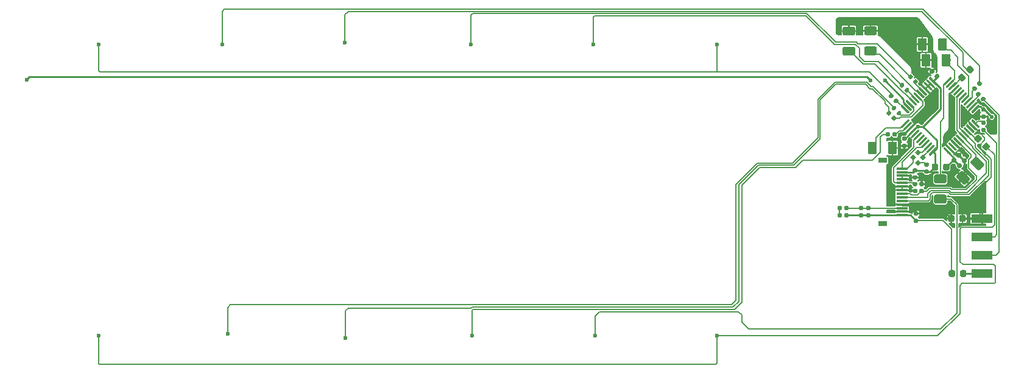
<source format=gbr>
%TF.GenerationSoftware,KiCad,Pcbnew,5.1.9-73d0e3b20d~88~ubuntu18.04.1*%
%TF.CreationDate,2020-12-31T14:05:02+01:00*%
%TF.ProjectId,ss_frontpanel_outer_plate,73735f66-726f-46e7-9470-616e656c5f6f,rev?*%
%TF.SameCoordinates,Original*%
%TF.FileFunction,Copper,L2,Bot*%
%TF.FilePolarity,Positive*%
%FSLAX46Y46*%
G04 Gerber Fmt 4.6, Leading zero omitted, Abs format (unit mm)*
G04 Created by KiCad (PCBNEW 5.1.9-73d0e3b20d~88~ubuntu18.04.1) date 2020-12-31 14:05:02*
%MOMM*%
%LPD*%
G01*
G04 APERTURE LIST*
%TA.AperFunction,SMDPad,CuDef*%
%ADD10C,0.100000*%
%TD*%
%TA.AperFunction,SMDPad,CuDef*%
%ADD11R,3.000000X1.200000*%
%TD*%
%TA.AperFunction,SMDPad,CuDef*%
%ADD12R,1.600000X0.300000*%
%TD*%
%TA.AperFunction,SMDPad,CuDef*%
%ADD13R,1.200000X0.800000*%
%TD*%
%TA.AperFunction,ViaPad*%
%ADD14C,0.600000*%
%TD*%
%TA.AperFunction,Conductor*%
%ADD15C,0.250000*%
%TD*%
%TA.AperFunction,Conductor*%
%ADD16C,0.200000*%
%TD*%
%TA.AperFunction,Conductor*%
%ADD17C,0.150000*%
%TD*%
%TA.AperFunction,Conductor*%
%ADD18C,0.127000*%
%TD*%
%TA.AperFunction,Conductor*%
%ADD19C,0.100000*%
%TD*%
G04 APERTURE END LIST*
%TO.P,R21,2*%
%TO.N,/Touch-sense controller/HWID*%
%TA.AperFunction,SMDPad,CuDef*%
G36*
G01*
X210690000Y-77922500D02*
X210690000Y-77577500D01*
G75*
G02*
X210837500Y-77430000I147500J0D01*
G01*
X211132500Y-77430000D01*
G75*
G02*
X211280000Y-77577500I0J-147500D01*
G01*
X211280000Y-77922500D01*
G75*
G02*
X211132500Y-78070000I-147500J0D01*
G01*
X210837500Y-78070000D01*
G75*
G02*
X210690000Y-77922500I0J147500D01*
G01*
G37*
%TD.AperFunction*%
%TO.P,R21,1*%
%TO.N,Net-(R15-Pad1)*%
%TA.AperFunction,SMDPad,CuDef*%
G36*
G01*
X209720000Y-77922500D02*
X209720000Y-77577500D01*
G75*
G02*
X209867500Y-77430000I147500J0D01*
G01*
X210162500Y-77430000D01*
G75*
G02*
X210310000Y-77577500I0J-147500D01*
G01*
X210310000Y-77922500D01*
G75*
G02*
X210162500Y-78070000I-147500J0D01*
G01*
X209867500Y-78070000D01*
G75*
G02*
X209720000Y-77922500I0J147500D01*
G01*
G37*
%TD.AperFunction*%
%TD*%
%TO.P,R16,2*%
%TO.N,/Touch-sense controller/HWID*%
%TA.AperFunction,SMDPad,CuDef*%
G36*
G01*
X213172500Y-78060000D02*
X212827500Y-78060000D01*
G75*
G02*
X212680000Y-77912500I0J147500D01*
G01*
X212680000Y-77617500D01*
G75*
G02*
X212827500Y-77470000I147500J0D01*
G01*
X213172500Y-77470000D01*
G75*
G02*
X213320000Y-77617500I0J-147500D01*
G01*
X213320000Y-77912500D01*
G75*
G02*
X213172500Y-78060000I-147500J0D01*
G01*
G37*
%TD.AperFunction*%
%TO.P,R16,1*%
%TO.N,VDD_IO*%
%TA.AperFunction,SMDPad,CuDef*%
G36*
G01*
X213172500Y-79030000D02*
X212827500Y-79030000D01*
G75*
G02*
X212680000Y-78882500I0J147500D01*
G01*
X212680000Y-78587500D01*
G75*
G02*
X212827500Y-78440000I147500J0D01*
G01*
X213172500Y-78440000D01*
G75*
G02*
X213320000Y-78587500I0J-147500D01*
G01*
X213320000Y-78882500D01*
G75*
G02*
X213172500Y-79030000I-147500J0D01*
G01*
G37*
%TD.AperFunction*%
%TD*%
%TO.P,R15,2*%
%TO.N,VDD_IO*%
%TA.AperFunction,SMDPad,CuDef*%
G36*
G01*
X210690000Y-78922500D02*
X210690000Y-78577500D01*
G75*
G02*
X210837500Y-78430000I147500J0D01*
G01*
X211132500Y-78430000D01*
G75*
G02*
X211280000Y-78577500I0J-147500D01*
G01*
X211280000Y-78922500D01*
G75*
G02*
X211132500Y-79070000I-147500J0D01*
G01*
X210837500Y-79070000D01*
G75*
G02*
X210690000Y-78922500I0J147500D01*
G01*
G37*
%TD.AperFunction*%
%TO.P,R15,1*%
%TO.N,Net-(R15-Pad1)*%
%TA.AperFunction,SMDPad,CuDef*%
G36*
G01*
X209720000Y-78922500D02*
X209720000Y-78577500D01*
G75*
G02*
X209867500Y-78430000I147500J0D01*
G01*
X210162500Y-78430000D01*
G75*
G02*
X210310000Y-78577500I0J-147500D01*
G01*
X210310000Y-78922500D01*
G75*
G02*
X210162500Y-79070000I-147500J0D01*
G01*
X209867500Y-79070000D01*
G75*
G02*
X209720000Y-78922500I0J147500D01*
G01*
G37*
%TD.AperFunction*%
%TD*%
%TA.AperFunction,SMDPad,CuDef*%
D10*
%TO.P,D1,1*%
%TO.N,Net-(D1-Pad1)*%
G36*
X220475736Y-71407107D02*
G01*
X220900000Y-70982843D01*
X221324264Y-71407107D01*
X220900000Y-71831371D01*
X220475736Y-71407107D01*
G37*
%TD.AperFunction*%
%TA.AperFunction,SMDPad,CuDef*%
%TO.P,D1,2*%
%TO.N,Net-(D1-Pad2)*%
G36*
X221182843Y-70700000D02*
G01*
X221607107Y-70275736D01*
X222031371Y-70700000D01*
X221607107Y-71124264D01*
X221182843Y-70700000D01*
G37*
%TD.AperFunction*%
%TA.AperFunction,SMDPad,CuDef*%
%TO.P,D1,3*%
%TO.N,Net-(D1-Pad3)*%
G36*
X220475736Y-69992893D02*
G01*
X220900000Y-69568629D01*
X221324264Y-69992893D01*
X220900000Y-70417157D01*
X220475736Y-69992893D01*
G37*
%TD.AperFunction*%
%TA.AperFunction,SMDPad,CuDef*%
%TO.P,D1,4*%
%TO.N,/Touch-sense controller/~AUX_IRQn~*%
G36*
X219768629Y-70700000D02*
G01*
X220192893Y-70275736D01*
X220617157Y-70700000D01*
X220192893Y-71124264D01*
X219768629Y-70700000D01*
G37*
%TD.AperFunction*%
%TD*%
%TO.P,R14,2*%
%TO.N,VDD_IO*%
%TA.AperFunction,SMDPad,CuDef*%
G36*
G01*
X224400000Y-72306250D02*
X224400000Y-71793750D01*
G75*
G02*
X224618750Y-71575000I218750J0D01*
G01*
X225056250Y-71575000D01*
G75*
G02*
X225275000Y-71793750I0J-218750D01*
G01*
X225275000Y-72306250D01*
G75*
G02*
X225056250Y-72525000I-218750J0D01*
G01*
X224618750Y-72525000D01*
G75*
G02*
X224400000Y-72306250I0J218750D01*
G01*
G37*
%TD.AperFunction*%
%TO.P,R14,1*%
%TA.AperFunction,SMDPad,CuDef*%
G36*
G01*
X222825000Y-72306250D02*
X222825000Y-71793750D01*
G75*
G02*
X223043750Y-71575000I218750J0D01*
G01*
X223481250Y-71575000D01*
G75*
G02*
X223700000Y-71793750I0J-218750D01*
G01*
X223700000Y-72306250D01*
G75*
G02*
X223481250Y-72525000I-218750J0D01*
G01*
X223043750Y-72525000D01*
G75*
G02*
X222825000Y-72306250I0J218750D01*
G01*
G37*
%TD.AperFunction*%
%TD*%
%TO.P,R20,2*%
%TO.N,VDD_IO*%
%TA.AperFunction,SMDPad,CuDef*%
G36*
G01*
X221927500Y-72390000D02*
X222272500Y-72390000D01*
G75*
G02*
X222420000Y-72537500I0J-147500D01*
G01*
X222420000Y-72832500D01*
G75*
G02*
X222272500Y-72980000I-147500J0D01*
G01*
X221927500Y-72980000D01*
G75*
G02*
X221780000Y-72832500I0J147500D01*
G01*
X221780000Y-72537500D01*
G75*
G02*
X221927500Y-72390000I147500J0D01*
G01*
G37*
%TD.AperFunction*%
%TO.P,R20,1*%
%TO.N,Net-(D1-Pad1)*%
%TA.AperFunction,SMDPad,CuDef*%
G36*
G01*
X221927500Y-71420000D02*
X222272500Y-71420000D01*
G75*
G02*
X222420000Y-71567500I0J-147500D01*
G01*
X222420000Y-71862500D01*
G75*
G02*
X222272500Y-72010000I-147500J0D01*
G01*
X221927500Y-72010000D01*
G75*
G02*
X221780000Y-71862500I0J147500D01*
G01*
X221780000Y-71567500D01*
G75*
G02*
X221927500Y-71420000I147500J0D01*
G01*
G37*
%TD.AperFunction*%
%TD*%
%TO.P,R10,2*%
%TO.N,Net-(R10-Pad2)*%
%TA.AperFunction,SMDPad,CuDef*%
G36*
G01*
X229587625Y-61993673D02*
X229343673Y-62237625D01*
G75*
G02*
X229135077Y-62237625I-104298J104298D01*
G01*
X228926481Y-62029029D01*
G75*
G02*
X228926481Y-61820433I104298J104298D01*
G01*
X229170433Y-61576481D01*
G75*
G02*
X229379029Y-61576481I104298J-104298D01*
G01*
X229587625Y-61785077D01*
G75*
G02*
X229587625Y-61993673I-104298J-104298D01*
G01*
G37*
%TD.AperFunction*%
%TO.P,R10,1*%
%TO.N,/Touch-sense controller/SWDIO*%
%TA.AperFunction,SMDPad,CuDef*%
G36*
G01*
X230273519Y-62679567D02*
X230029567Y-62923519D01*
G75*
G02*
X229820971Y-62923519I-104298J104298D01*
G01*
X229612375Y-62714923D01*
G75*
G02*
X229612375Y-62506327I104298J104298D01*
G01*
X229856327Y-62262375D01*
G75*
G02*
X230064923Y-62262375I104298J-104298D01*
G01*
X230273519Y-62470971D01*
G75*
G02*
X230273519Y-62679567I-104298J-104298D01*
G01*
G37*
%TD.AperFunction*%
%TD*%
%TO.P,R8,2*%
%TO.N,/Touch-sense controller/G5_2*%
%TA.AperFunction,SMDPad,CuDef*%
G36*
G01*
X229733709Y-68221316D02*
X229371316Y-68583709D01*
G75*
G02*
X229061956Y-68583709I-154680J154680D01*
G01*
X228752597Y-68274350D01*
G75*
G02*
X228752597Y-67964990I154680J154680D01*
G01*
X229114990Y-67602597D01*
G75*
G02*
X229424350Y-67602597I154680J-154680D01*
G01*
X229733709Y-67911956D01*
G75*
G02*
X229733709Y-68221316I-154680J-154680D01*
G01*
G37*
%TD.AperFunction*%
%TO.P,R8,1*%
%TO.N,/Touch-sense controller/LTS2_1*%
%TA.AperFunction,SMDPad,CuDef*%
G36*
G01*
X230847403Y-69335010D02*
X230485010Y-69697403D01*
G75*
G02*
X230175650Y-69697403I-154680J154680D01*
G01*
X229866291Y-69388044D01*
G75*
G02*
X229866291Y-69078684I154680J154680D01*
G01*
X230228684Y-68716291D01*
G75*
G02*
X230538044Y-68716291I154680J-154680D01*
G01*
X230847403Y-69025650D01*
G75*
G02*
X230847403Y-69335010I-154680J-154680D01*
G01*
G37*
%TD.AperFunction*%
%TD*%
%TO.P,R19,2*%
%TO.N,GND*%
%TA.AperFunction,SMDPad,CuDef*%
G36*
G01*
X226650000Y-79456250D02*
X226650000Y-78943750D01*
G75*
G02*
X226868750Y-78725000I218750J0D01*
G01*
X227306250Y-78725000D01*
G75*
G02*
X227525000Y-78943750I0J-218750D01*
G01*
X227525000Y-79456250D01*
G75*
G02*
X227306250Y-79675000I-218750J0D01*
G01*
X226868750Y-79675000D01*
G75*
G02*
X226650000Y-79456250I0J218750D01*
G01*
G37*
%TD.AperFunction*%
%TO.P,R19,1*%
%TA.AperFunction,SMDPad,CuDef*%
G36*
G01*
X225075000Y-79456250D02*
X225075000Y-78943750D01*
G75*
G02*
X225293750Y-78725000I218750J0D01*
G01*
X225731250Y-78725000D01*
G75*
G02*
X225950000Y-78943750I0J-218750D01*
G01*
X225950000Y-79456250D01*
G75*
G02*
X225731250Y-79675000I-218750J0D01*
G01*
X225293750Y-79675000D01*
G75*
G02*
X225075000Y-79456250I0J218750D01*
G01*
G37*
%TD.AperFunction*%
%TD*%
%TO.P,R18,2*%
%TO.N,VDD_IO*%
%TA.AperFunction,SMDPad,CuDef*%
G36*
G01*
X226750000Y-87106250D02*
X226750000Y-86593750D01*
G75*
G02*
X226968750Y-86375000I218750J0D01*
G01*
X227406250Y-86375000D01*
G75*
G02*
X227625000Y-86593750I0J-218750D01*
G01*
X227625000Y-87106250D01*
G75*
G02*
X227406250Y-87325000I-218750J0D01*
G01*
X226968750Y-87325000D01*
G75*
G02*
X226750000Y-87106250I0J218750D01*
G01*
G37*
%TD.AperFunction*%
%TO.P,R18,1*%
%TA.AperFunction,SMDPad,CuDef*%
G36*
G01*
X225175000Y-87106250D02*
X225175000Y-86593750D01*
G75*
G02*
X225393750Y-86375000I218750J0D01*
G01*
X225831250Y-86375000D01*
G75*
G02*
X226050000Y-86593750I0J-218750D01*
G01*
X226050000Y-87106250D01*
G75*
G02*
X225831250Y-87325000I-218750J0D01*
G01*
X225393750Y-87325000D01*
G75*
G02*
X225175000Y-87106250I0J218750D01*
G01*
G37*
%TD.AperFunction*%
%TD*%
%TO.P,R12,2*%
%TO.N,/Touch-sense controller/G6_2*%
%TA.AperFunction,SMDPad,CuDef*%
G36*
G01*
X224625000Y-74325000D02*
X223375000Y-74325000D01*
G75*
G02*
X223125000Y-74075000I0J250000D01*
G01*
X223125000Y-73325000D01*
G75*
G02*
X223375000Y-73075000I250000J0D01*
G01*
X224625000Y-73075000D01*
G75*
G02*
X224875000Y-73325000I0J-250000D01*
G01*
X224875000Y-74075000D01*
G75*
G02*
X224625000Y-74325000I-250000J0D01*
G01*
G37*
%TD.AperFunction*%
%TO.P,R12,1*%
%TO.N,/Touch-sense controller/LTS2_5*%
%TA.AperFunction,SMDPad,CuDef*%
G36*
G01*
X224625000Y-77125000D02*
X223375000Y-77125000D01*
G75*
G02*
X223125000Y-76875000I0J250000D01*
G01*
X223125000Y-76125000D01*
G75*
G02*
X223375000Y-75875000I250000J0D01*
G01*
X224625000Y-75875000D01*
G75*
G02*
X224875000Y-76125000I0J-250000D01*
G01*
X224875000Y-76875000D01*
G75*
G02*
X224625000Y-77125000I-250000J0D01*
G01*
G37*
%TD.AperFunction*%
%TD*%
%TO.P,R11,2*%
%TO.N,/Touch-sense controller/G6_4*%
%TA.AperFunction,SMDPad,CuDef*%
G36*
G01*
X227121316Y-59116291D02*
X227483709Y-59478684D01*
G75*
G02*
X227483709Y-59788044I-154680J-154680D01*
G01*
X227174350Y-60097403D01*
G75*
G02*
X226864990Y-60097403I-154680J154680D01*
G01*
X226502597Y-59735010D01*
G75*
G02*
X226502597Y-59425650I154680J154680D01*
G01*
X226811956Y-59116291D01*
G75*
G02*
X227121316Y-59116291I154680J-154680D01*
G01*
G37*
%TD.AperFunction*%
%TO.P,R11,1*%
%TO.N,/Touch-sense controller/LTS1_3*%
%TA.AperFunction,SMDPad,CuDef*%
G36*
G01*
X228235010Y-58002597D02*
X228597403Y-58364990D01*
G75*
G02*
X228597403Y-58674350I-154680J-154680D01*
G01*
X228288044Y-58983709D01*
G75*
G02*
X227978684Y-58983709I-154680J154680D01*
G01*
X227616291Y-58621316D01*
G75*
G02*
X227616291Y-58311956I154680J154680D01*
G01*
X227925650Y-58002597D01*
G75*
G02*
X228235010Y-58002597I154680J-154680D01*
G01*
G37*
%TD.AperFunction*%
%TD*%
%TO.P,R13,2*%
%TO.N,Net-(R13-Pad2)*%
%TA.AperFunction,SMDPad,CuDef*%
G36*
G01*
X230172500Y-66210000D02*
X229827500Y-66210000D01*
G75*
G02*
X229680000Y-66062500I0J147500D01*
G01*
X229680000Y-65767500D01*
G75*
G02*
X229827500Y-65620000I147500J0D01*
G01*
X230172500Y-65620000D01*
G75*
G02*
X230320000Y-65767500I0J-147500D01*
G01*
X230320000Y-66062500D01*
G75*
G02*
X230172500Y-66210000I-147500J0D01*
G01*
G37*
%TD.AperFunction*%
%TO.P,R13,1*%
%TO.N,/Touch-sense controller/SWCLK*%
%TA.AperFunction,SMDPad,CuDef*%
G36*
G01*
X230172500Y-67180000D02*
X229827500Y-67180000D01*
G75*
G02*
X229680000Y-67032500I0J147500D01*
G01*
X229680000Y-66737500D01*
G75*
G02*
X229827500Y-66590000I147500J0D01*
G01*
X230172500Y-66590000D01*
G75*
G02*
X230320000Y-66737500I0J-147500D01*
G01*
X230320000Y-67032500D01*
G75*
G02*
X230172500Y-67180000I-147500J0D01*
G01*
G37*
%TD.AperFunction*%
%TD*%
%TO.P,C15,2*%
%TO.N,GND*%
%TA.AperFunction,SMDPad,CuDef*%
G36*
G01*
X223187625Y-58843673D02*
X222943673Y-59087625D01*
G75*
G02*
X222735077Y-59087625I-104298J104298D01*
G01*
X222526481Y-58879029D01*
G75*
G02*
X222526481Y-58670433I104298J104298D01*
G01*
X222770433Y-58426481D01*
G75*
G02*
X222979029Y-58426481I104298J-104298D01*
G01*
X223187625Y-58635077D01*
G75*
G02*
X223187625Y-58843673I-104298J-104298D01*
G01*
G37*
%TD.AperFunction*%
%TO.P,C15,1*%
%TO.N,VDD_IO*%
%TA.AperFunction,SMDPad,CuDef*%
G36*
G01*
X223873519Y-59529567D02*
X223629567Y-59773519D01*
G75*
G02*
X223420971Y-59773519I-104298J104298D01*
G01*
X223212375Y-59564923D01*
G75*
G02*
X223212375Y-59356327I104298J104298D01*
G01*
X223456327Y-59112375D01*
G75*
G02*
X223664923Y-59112375I104298J-104298D01*
G01*
X223873519Y-59320971D01*
G75*
G02*
X223873519Y-59529567I-104298J-104298D01*
G01*
G37*
%TD.AperFunction*%
%TD*%
%TO.P,C14,2*%
%TO.N,GND*%
%TA.AperFunction,SMDPad,CuDef*%
G36*
G01*
X229827500Y-64740000D02*
X230172500Y-64740000D01*
G75*
G02*
X230320000Y-64887500I0J-147500D01*
G01*
X230320000Y-65182500D01*
G75*
G02*
X230172500Y-65330000I-147500J0D01*
G01*
X229827500Y-65330000D01*
G75*
G02*
X229680000Y-65182500I0J147500D01*
G01*
X229680000Y-64887500D01*
G75*
G02*
X229827500Y-64740000I147500J0D01*
G01*
G37*
%TD.AperFunction*%
%TO.P,C14,1*%
%TO.N,VDD_IO*%
%TA.AperFunction,SMDPad,CuDef*%
G36*
G01*
X229827500Y-63770000D02*
X230172500Y-63770000D01*
G75*
G02*
X230320000Y-63917500I0J-147500D01*
G01*
X230320000Y-64212500D01*
G75*
G02*
X230172500Y-64360000I-147500J0D01*
G01*
X229827500Y-64360000D01*
G75*
G02*
X229680000Y-64212500I0J147500D01*
G01*
X229680000Y-63917500D01*
G75*
G02*
X229827500Y-63770000I147500J0D01*
G01*
G37*
%TD.AperFunction*%
%TD*%
%TO.P,C13,2*%
%TO.N,GND*%
%TA.AperFunction,SMDPad,CuDef*%
G36*
G01*
X226506327Y-70737625D02*
X226262375Y-70493673D01*
G75*
G02*
X226262375Y-70285077I104298J104298D01*
G01*
X226470971Y-70076481D01*
G75*
G02*
X226679567Y-70076481I104298J-104298D01*
G01*
X226923519Y-70320433D01*
G75*
G02*
X226923519Y-70529029I-104298J-104298D01*
G01*
X226714923Y-70737625D01*
G75*
G02*
X226506327Y-70737625I-104298J104298D01*
G01*
G37*
%TD.AperFunction*%
%TO.P,C13,1*%
%TO.N,VDD_IO*%
%TA.AperFunction,SMDPad,CuDef*%
G36*
G01*
X225820433Y-71423519D02*
X225576481Y-71179567D01*
G75*
G02*
X225576481Y-70970971I104298J104298D01*
G01*
X225785077Y-70762375D01*
G75*
G02*
X225993673Y-70762375I104298J-104298D01*
G01*
X226237625Y-71006327D01*
G75*
G02*
X226237625Y-71214923I-104298J-104298D01*
G01*
X226029029Y-71423519D01*
G75*
G02*
X225820433Y-71423519I-104298J104298D01*
G01*
G37*
%TD.AperFunction*%
%TD*%
%TO.P,C12,2*%
%TO.N,GND*%
%TA.AperFunction,SMDPad,CuDef*%
G36*
G01*
X218827500Y-68790000D02*
X219172500Y-68790000D01*
G75*
G02*
X219320000Y-68937500I0J-147500D01*
G01*
X219320000Y-69232500D01*
G75*
G02*
X219172500Y-69380000I-147500J0D01*
G01*
X218827500Y-69380000D01*
G75*
G02*
X218680000Y-69232500I0J147500D01*
G01*
X218680000Y-68937500D01*
G75*
G02*
X218827500Y-68790000I147500J0D01*
G01*
G37*
%TD.AperFunction*%
%TO.P,C12,1*%
%TO.N,VDD_IO*%
%TA.AperFunction,SMDPad,CuDef*%
G36*
G01*
X218827500Y-67820000D02*
X219172500Y-67820000D01*
G75*
G02*
X219320000Y-67967500I0J-147500D01*
G01*
X219320000Y-68262500D01*
G75*
G02*
X219172500Y-68410000I-147500J0D01*
G01*
X218827500Y-68410000D01*
G75*
G02*
X218680000Y-68262500I0J147500D01*
G01*
X218680000Y-67967500D01*
G75*
G02*
X218827500Y-67820000I147500J0D01*
G01*
G37*
%TD.AperFunction*%
%TD*%
%TO.P,C3,2*%
%TO.N,GND*%
%TA.AperFunction,SMDPad,CuDef*%
G36*
G01*
X220772500Y-78810000D02*
X220427500Y-78810000D01*
G75*
G02*
X220280000Y-78662500I0J147500D01*
G01*
X220280000Y-78367500D01*
G75*
G02*
X220427500Y-78220000I147500J0D01*
G01*
X220772500Y-78220000D01*
G75*
G02*
X220920000Y-78367500I0J-147500D01*
G01*
X220920000Y-78662500D01*
G75*
G02*
X220772500Y-78810000I-147500J0D01*
G01*
G37*
%TD.AperFunction*%
%TO.P,C3,1*%
%TO.N,VDD_IO*%
%TA.AperFunction,SMDPad,CuDef*%
G36*
G01*
X220772500Y-79780000D02*
X220427500Y-79780000D01*
G75*
G02*
X220280000Y-79632500I0J147500D01*
G01*
X220280000Y-79337500D01*
G75*
G02*
X220427500Y-79190000I147500J0D01*
G01*
X220772500Y-79190000D01*
G75*
G02*
X220920000Y-79337500I0J-147500D01*
G01*
X220920000Y-79632500D01*
G75*
G02*
X220772500Y-79780000I-147500J0D01*
G01*
G37*
%TD.AperFunction*%
%TD*%
%TO.P,C1,2*%
%TO.N,GND*%
%TA.AperFunction,SMDPad,CuDef*%
G36*
G01*
X220327500Y-75090000D02*
X220672500Y-75090000D01*
G75*
G02*
X220820000Y-75237500I0J-147500D01*
G01*
X220820000Y-75532500D01*
G75*
G02*
X220672500Y-75680000I-147500J0D01*
G01*
X220327500Y-75680000D01*
G75*
G02*
X220180000Y-75532500I0J147500D01*
G01*
X220180000Y-75237500D01*
G75*
G02*
X220327500Y-75090000I147500J0D01*
G01*
G37*
%TD.AperFunction*%
%TO.P,C1,1*%
%TO.N,/Touch-sense controller/NRST*%
%TA.AperFunction,SMDPad,CuDef*%
G36*
G01*
X220327500Y-74120000D02*
X220672500Y-74120000D01*
G75*
G02*
X220820000Y-74267500I0J-147500D01*
G01*
X220820000Y-74562500D01*
G75*
G02*
X220672500Y-74710000I-147500J0D01*
G01*
X220327500Y-74710000D01*
G75*
G02*
X220180000Y-74562500I0J147500D01*
G01*
X220180000Y-74267500D01*
G75*
G02*
X220327500Y-74120000I147500J0D01*
G01*
G37*
%TD.AperFunction*%
%TD*%
%TO.P,C2,2*%
%TO.N,GND*%
%TA.AperFunction,SMDPad,CuDef*%
G36*
G01*
X220327500Y-73190000D02*
X220672500Y-73190000D01*
G75*
G02*
X220820000Y-73337500I0J-147500D01*
G01*
X220820000Y-73632500D01*
G75*
G02*
X220672500Y-73780000I-147500J0D01*
G01*
X220327500Y-73780000D01*
G75*
G02*
X220180000Y-73632500I0J147500D01*
G01*
X220180000Y-73337500D01*
G75*
G02*
X220327500Y-73190000I147500J0D01*
G01*
G37*
%TD.AperFunction*%
%TO.P,C2,1*%
%TO.N,VDD_IO*%
%TA.AperFunction,SMDPad,CuDef*%
G36*
G01*
X220327500Y-72220000D02*
X220672500Y-72220000D01*
G75*
G02*
X220820000Y-72367500I0J-147500D01*
G01*
X220820000Y-72662500D01*
G75*
G02*
X220672500Y-72810000I-147500J0D01*
G01*
X220327500Y-72810000D01*
G75*
G02*
X220180000Y-72662500I0J147500D01*
G01*
X220180000Y-72367500D01*
G75*
G02*
X220327500Y-72220000I147500J0D01*
G01*
G37*
%TD.AperFunction*%
%TD*%
%TO.P,C17,2*%
%TO.N,GND*%
%TA.AperFunction,SMDPad,CuDef*%
G36*
G01*
X227256327Y-71487625D02*
X227012375Y-71243673D01*
G75*
G02*
X227012375Y-71035077I104298J104298D01*
G01*
X227220971Y-70826481D01*
G75*
G02*
X227429567Y-70826481I104298J-104298D01*
G01*
X227673519Y-71070433D01*
G75*
G02*
X227673519Y-71279029I-104298J-104298D01*
G01*
X227464923Y-71487625D01*
G75*
G02*
X227256327Y-71487625I-104298J104298D01*
G01*
G37*
%TD.AperFunction*%
%TO.P,C17,1*%
%TO.N,VDD_IO*%
%TA.AperFunction,SMDPad,CuDef*%
G36*
G01*
X226570433Y-72173519D02*
X226326481Y-71929567D01*
G75*
G02*
X226326481Y-71720971I104298J104298D01*
G01*
X226535077Y-71512375D01*
G75*
G02*
X226743673Y-71512375I104298J-104298D01*
G01*
X226987625Y-71756327D01*
G75*
G02*
X226987625Y-71964923I-104298J-104298D01*
G01*
X226779029Y-72173519D01*
G75*
G02*
X226570433Y-72173519I-104298J104298D01*
G01*
G37*
%TD.AperFunction*%
%TD*%
%TO.P,C4,2*%
%TO.N,GND*%
%TA.AperFunction,SMDPad,CuDef*%
G36*
G01*
X222625000Y-56575000D02*
X222625000Y-57825000D01*
G75*
G02*
X222375000Y-58075000I-250000J0D01*
G01*
X221625000Y-58075000D01*
G75*
G02*
X221375000Y-57825000I0J250000D01*
G01*
X221375000Y-56575000D01*
G75*
G02*
X221625000Y-56325000I250000J0D01*
G01*
X222375000Y-56325000D01*
G75*
G02*
X222625000Y-56575000I0J-250000D01*
G01*
G37*
%TD.AperFunction*%
%TO.P,C4,1*%
%TO.N,/Touch-sense controller/G6_3*%
%TA.AperFunction,SMDPad,CuDef*%
G36*
G01*
X225425000Y-56575000D02*
X225425000Y-57825000D01*
G75*
G02*
X225175000Y-58075000I-250000J0D01*
G01*
X224425000Y-58075000D01*
G75*
G02*
X224175000Y-57825000I0J250000D01*
G01*
X224175000Y-56575000D01*
G75*
G02*
X224425000Y-56325000I250000J0D01*
G01*
X225175000Y-56325000D01*
G75*
G02*
X225425000Y-56575000I0J-250000D01*
G01*
G37*
%TD.AperFunction*%
%TD*%
%TO.P,R17,2*%
%TO.N,VDD_IO*%
%TA.AperFunction,SMDPad,CuDef*%
G36*
G01*
X213827500Y-78440000D02*
X214172500Y-78440000D01*
G75*
G02*
X214320000Y-78587500I0J-147500D01*
G01*
X214320000Y-78882500D01*
G75*
G02*
X214172500Y-79030000I-147500J0D01*
G01*
X213827500Y-79030000D01*
G75*
G02*
X213680000Y-78882500I0J147500D01*
G01*
X213680000Y-78587500D01*
G75*
G02*
X213827500Y-78440000I147500J0D01*
G01*
G37*
%TD.AperFunction*%
%TO.P,R17,1*%
%TO.N,/Touch-sense controller/HWID*%
%TA.AperFunction,SMDPad,CuDef*%
G36*
G01*
X213827500Y-77470000D02*
X214172500Y-77470000D01*
G75*
G02*
X214320000Y-77617500I0J-147500D01*
G01*
X214320000Y-77912500D01*
G75*
G02*
X214172500Y-78060000I-147500J0D01*
G01*
X213827500Y-78060000D01*
G75*
G02*
X213680000Y-77912500I0J147500D01*
G01*
X213680000Y-77617500D01*
G75*
G02*
X213827500Y-77470000I147500J0D01*
G01*
G37*
%TD.AperFunction*%
%TD*%
%TO.P,R9,2*%
%TO.N,/Touch-sense controller/G2_4*%
%TA.AperFunction,SMDPad,CuDef*%
G36*
G01*
X219012375Y-61256327D02*
X219256327Y-61012375D01*
G75*
G02*
X219464923Y-61012375I104298J-104298D01*
G01*
X219673519Y-61220971D01*
G75*
G02*
X219673519Y-61429567I-104298J-104298D01*
G01*
X219429567Y-61673519D01*
G75*
G02*
X219220971Y-61673519I-104298J104298D01*
G01*
X219012375Y-61464923D01*
G75*
G02*
X219012375Y-61256327I104298J104298D01*
G01*
G37*
%TD.AperFunction*%
%TO.P,R9,1*%
%TO.N,/Touch-sense controller/LTS1_5*%
%TA.AperFunction,SMDPad,CuDef*%
G36*
G01*
X218326481Y-60570433D02*
X218570433Y-60326481D01*
G75*
G02*
X218779029Y-60326481I104298J-104298D01*
G01*
X218987625Y-60535077D01*
G75*
G02*
X218987625Y-60743673I-104298J-104298D01*
G01*
X218743673Y-60987625D01*
G75*
G02*
X218535077Y-60987625I-104298J104298D01*
G01*
X218326481Y-60779029D01*
G75*
G02*
X218326481Y-60570433I104298J104298D01*
G01*
G37*
%TD.AperFunction*%
%TD*%
%TO.P,R7,2*%
%TO.N,/Touch-sense controller/G2_2*%
%TA.AperFunction,SMDPad,CuDef*%
G36*
G01*
X217912375Y-64456327D02*
X218156327Y-64212375D01*
G75*
G02*
X218364923Y-64212375I104298J-104298D01*
G01*
X218573519Y-64420971D01*
G75*
G02*
X218573519Y-64629567I-104298J-104298D01*
G01*
X218329567Y-64873519D01*
G75*
G02*
X218120971Y-64873519I-104298J104298D01*
G01*
X217912375Y-64664923D01*
G75*
G02*
X217912375Y-64456327I104298J104298D01*
G01*
G37*
%TD.AperFunction*%
%TO.P,R7,1*%
%TO.N,/Touch-sense controller/LTS2_2*%
%TA.AperFunction,SMDPad,CuDef*%
G36*
G01*
X217226481Y-63770433D02*
X217470433Y-63526481D01*
G75*
G02*
X217679029Y-63526481I104298J-104298D01*
G01*
X217887625Y-63735077D01*
G75*
G02*
X217887625Y-63943673I-104298J-104298D01*
G01*
X217643673Y-64187625D01*
G75*
G02*
X217435077Y-64187625I-104298J104298D01*
G01*
X217226481Y-63979029D01*
G75*
G02*
X217226481Y-63770433I104298J104298D01*
G01*
G37*
%TD.AperFunction*%
%TD*%
%TO.P,R6,2*%
%TO.N,/Touch-sense controller/G4_4*%
%TA.AperFunction,SMDPad,CuDef*%
G36*
G01*
X228843673Y-60812375D02*
X229087625Y-61056327D01*
G75*
G02*
X229087625Y-61264923I-104298J-104298D01*
G01*
X228879029Y-61473519D01*
G75*
G02*
X228670433Y-61473519I-104298J104298D01*
G01*
X228426481Y-61229567D01*
G75*
G02*
X228426481Y-61020971I104298J104298D01*
G01*
X228635077Y-60812375D01*
G75*
G02*
X228843673Y-60812375I104298J-104298D01*
G01*
G37*
%TD.AperFunction*%
%TO.P,R6,1*%
%TO.N,/Touch-sense controller/LTS1_2*%
%TA.AperFunction,SMDPad,CuDef*%
G36*
G01*
X229529567Y-60126481D02*
X229773519Y-60370433D01*
G75*
G02*
X229773519Y-60579029I-104298J-104298D01*
G01*
X229564923Y-60787625D01*
G75*
G02*
X229356327Y-60787625I-104298J104298D01*
G01*
X229112375Y-60543673D01*
G75*
G02*
X229112375Y-60335077I104298J104298D01*
G01*
X229320971Y-60126481D01*
G75*
G02*
X229529567Y-60126481I104298J-104298D01*
G01*
G37*
%TD.AperFunction*%
%TD*%
%TO.P,R5,2*%
%TO.N,/Touch-sense controller/G1_4*%
%TA.AperFunction,SMDPad,CuDef*%
G36*
G01*
X217512375Y-62756327D02*
X217756327Y-62512375D01*
G75*
G02*
X217964923Y-62512375I104298J-104298D01*
G01*
X218173519Y-62720971D01*
G75*
G02*
X218173519Y-62929567I-104298J-104298D01*
G01*
X217929567Y-63173519D01*
G75*
G02*
X217720971Y-63173519I-104298J104298D01*
G01*
X217512375Y-62964923D01*
G75*
G02*
X217512375Y-62756327I104298J104298D01*
G01*
G37*
%TD.AperFunction*%
%TO.P,R5,1*%
%TO.N,/Touch-sense controller/LTS1_1*%
%TA.AperFunction,SMDPad,CuDef*%
G36*
G01*
X216826481Y-62070433D02*
X217070433Y-61826481D01*
G75*
G02*
X217279029Y-61826481I104298J-104298D01*
G01*
X217487625Y-62035077D01*
G75*
G02*
X217487625Y-62243673I-104298J-104298D01*
G01*
X217243673Y-62487625D01*
G75*
G02*
X217035077Y-62487625I-104298J104298D01*
G01*
X216826481Y-62279029D01*
G75*
G02*
X216826481Y-62070433I104298J104298D01*
G01*
G37*
%TD.AperFunction*%
%TD*%
%TO.P,R4,2*%
%TO.N,/Touch-sense controller/G1_2*%
%TA.AperFunction,SMDPad,CuDef*%
G36*
G01*
X217390000Y-67672500D02*
X217390000Y-67327500D01*
G75*
G02*
X217537500Y-67180000I147500J0D01*
G01*
X217832500Y-67180000D01*
G75*
G02*
X217980000Y-67327500I0J-147500D01*
G01*
X217980000Y-67672500D01*
G75*
G02*
X217832500Y-67820000I-147500J0D01*
G01*
X217537500Y-67820000D01*
G75*
G02*
X217390000Y-67672500I0J147500D01*
G01*
G37*
%TD.AperFunction*%
%TO.P,R4,1*%
%TO.N,/Touch-sense controller/LTS2_4*%
%TA.AperFunction,SMDPad,CuDef*%
G36*
G01*
X216420000Y-67672500D02*
X216420000Y-67327500D01*
G75*
G02*
X216567500Y-67180000I147500J0D01*
G01*
X216862500Y-67180000D01*
G75*
G02*
X217010000Y-67327500I0J-147500D01*
G01*
X217010000Y-67672500D01*
G75*
G02*
X216862500Y-67820000I-147500J0D01*
G01*
X216567500Y-67820000D01*
G75*
G02*
X216420000Y-67672500I0J147500D01*
G01*
G37*
%TD.AperFunction*%
%TD*%
%TO.P,R3,2*%
%TO.N,/Touch-sense controller/G3_2*%
%TA.AperFunction,SMDPad,CuDef*%
G36*
G01*
X217212375Y-65156327D02*
X217456327Y-64912375D01*
G75*
G02*
X217664923Y-64912375I104298J-104298D01*
G01*
X217873519Y-65120971D01*
G75*
G02*
X217873519Y-65329567I-104298J-104298D01*
G01*
X217629567Y-65573519D01*
G75*
G02*
X217420971Y-65573519I-104298J104298D01*
G01*
X217212375Y-65364923D01*
G75*
G02*
X217212375Y-65156327I104298J104298D01*
G01*
G37*
%TD.AperFunction*%
%TO.P,R3,1*%
%TO.N,/Touch-sense controller/LTS2_3*%
%TA.AperFunction,SMDPad,CuDef*%
G36*
G01*
X216526481Y-64470433D02*
X216770433Y-64226481D01*
G75*
G02*
X216979029Y-64226481I104298J-104298D01*
G01*
X217187625Y-64435077D01*
G75*
G02*
X217187625Y-64643673I-104298J-104298D01*
G01*
X216943673Y-64887625D01*
G75*
G02*
X216735077Y-64887625I-104298J104298D01*
G01*
X216526481Y-64679029D01*
G75*
G02*
X216526481Y-64470433I104298J104298D01*
G01*
G37*
%TD.AperFunction*%
%TD*%
%TO.P,R2,2*%
%TO.N,/Touch-sense controller/G3_4*%
%TA.AperFunction,SMDPad,CuDef*%
G36*
G01*
X220212375Y-60106327D02*
X220456327Y-59862375D01*
G75*
G02*
X220664923Y-59862375I104298J-104298D01*
G01*
X220873519Y-60070971D01*
G75*
G02*
X220873519Y-60279567I-104298J-104298D01*
G01*
X220629567Y-60523519D01*
G75*
G02*
X220420971Y-60523519I-104298J104298D01*
G01*
X220212375Y-60314923D01*
G75*
G02*
X220212375Y-60106327I104298J104298D01*
G01*
G37*
%TD.AperFunction*%
%TO.P,R2,1*%
%TO.N,/Touch-sense controller/LTS1_4*%
%TA.AperFunction,SMDPad,CuDef*%
G36*
G01*
X219526481Y-59420433D02*
X219770433Y-59176481D01*
G75*
G02*
X219979029Y-59176481I104298J-104298D01*
G01*
X220187625Y-59385077D01*
G75*
G02*
X220187625Y-59593673I-104298J-104298D01*
G01*
X219943673Y-59837625D01*
G75*
G02*
X219735077Y-59837625I-104298J104298D01*
G01*
X219526481Y-59629029D01*
G75*
G02*
X219526481Y-59420433I104298J104298D01*
G01*
G37*
%TD.AperFunction*%
%TD*%
%TO.P,R1,2*%
%TO.N,GND*%
%TA.AperFunction,SMDPad,CuDef*%
G36*
G01*
X221572500Y-74710000D02*
X221227500Y-74710000D01*
G75*
G02*
X221080000Y-74562500I0J147500D01*
G01*
X221080000Y-74267500D01*
G75*
G02*
X221227500Y-74120000I147500J0D01*
G01*
X221572500Y-74120000D01*
G75*
G02*
X221720000Y-74267500I0J-147500D01*
G01*
X221720000Y-74562500D01*
G75*
G02*
X221572500Y-74710000I-147500J0D01*
G01*
G37*
%TD.AperFunction*%
%TO.P,R1,1*%
%TO.N,/Touch-sense controller/BOOT0*%
%TA.AperFunction,SMDPad,CuDef*%
G36*
G01*
X221572500Y-75680000D02*
X221227500Y-75680000D01*
G75*
G02*
X221080000Y-75532500I0J147500D01*
G01*
X221080000Y-75237500D01*
G75*
G02*
X221227500Y-75090000I147500J0D01*
G01*
X221572500Y-75090000D01*
G75*
G02*
X221720000Y-75237500I0J-147500D01*
G01*
X221720000Y-75532500D01*
G75*
G02*
X221572500Y-75680000I-147500J0D01*
G01*
G37*
%TD.AperFunction*%
%TD*%
D11*
%TO.P,J1,4*%
%TO.N,GND*%
X229800000Y-79190000D03*
%TO.P,J1,3*%
%TO.N,/Touch-sense controller/SWCLK*%
X229800000Y-81730000D03*
%TO.P,J1,2*%
%TO.N,/Touch-sense controller/SWDIO*%
X229800000Y-84270000D03*
%TO.P,J1,1*%
%TO.N,VDD_IO*%
X229800000Y-86810000D03*
%TD*%
%TO.P,C10,2*%
%TO.N,GND*%
%TA.AperFunction,SMDPad,CuDef*%
G36*
G01*
X227160051Y-72656065D02*
X228043935Y-73539949D01*
G75*
G02*
X228043935Y-73893503I-176777J-176777D01*
G01*
X227513605Y-74423833D01*
G75*
G02*
X227160051Y-74423833I-176777J176777D01*
G01*
X226276167Y-73539949D01*
G75*
G02*
X226276167Y-73186395I176777J176777D01*
G01*
X226806497Y-72656065D01*
G75*
G02*
X227160051Y-72656065I176777J-176777D01*
G01*
G37*
%TD.AperFunction*%
%TO.P,C10,1*%
%TO.N,/Touch-sense controller/G5_4*%
%TA.AperFunction,SMDPad,CuDef*%
G36*
G01*
X229139949Y-70676167D02*
X230023833Y-71560051D01*
G75*
G02*
X230023833Y-71913605I-176777J-176777D01*
G01*
X229493503Y-72443935D01*
G75*
G02*
X229139949Y-72443935I-176777J176777D01*
G01*
X228256065Y-71560051D01*
G75*
G02*
X228256065Y-71206497I176777J176777D01*
G01*
X228786395Y-70676167D01*
G75*
G02*
X229139949Y-70676167I176777J-176777D01*
G01*
G37*
%TD.AperFunction*%
%TD*%
%TO.P,C9,2*%
%TO.N,GND*%
%TA.AperFunction,SMDPad,CuDef*%
G36*
G01*
X222125000Y-54375000D02*
X222125000Y-55625000D01*
G75*
G02*
X221875000Y-55875000I-250000J0D01*
G01*
X221125000Y-55875000D01*
G75*
G02*
X220875000Y-55625000I0J250000D01*
G01*
X220875000Y-54375000D01*
G75*
G02*
X221125000Y-54125000I250000J0D01*
G01*
X221875000Y-54125000D01*
G75*
G02*
X222125000Y-54375000I0J-250000D01*
G01*
G37*
%TD.AperFunction*%
%TO.P,C9,1*%
%TO.N,/Touch-sense controller/G4_3*%
%TA.AperFunction,SMDPad,CuDef*%
G36*
G01*
X224925000Y-54375000D02*
X224925000Y-55625000D01*
G75*
G02*
X224675000Y-55875000I-250000J0D01*
G01*
X223925000Y-55875000D01*
G75*
G02*
X223675000Y-55625000I0J250000D01*
G01*
X223675000Y-54375000D01*
G75*
G02*
X223925000Y-54125000I250000J0D01*
G01*
X224675000Y-54125000D01*
G75*
G02*
X224925000Y-54375000I0J-250000D01*
G01*
G37*
%TD.AperFunction*%
%TD*%
%TO.P,C8,2*%
%TO.N,GND*%
%TA.AperFunction,SMDPad,CuDef*%
G36*
G01*
X214925000Y-53725000D02*
X213675000Y-53725000D01*
G75*
G02*
X213425000Y-53475000I0J250000D01*
G01*
X213425000Y-52725000D01*
G75*
G02*
X213675000Y-52475000I250000J0D01*
G01*
X214925000Y-52475000D01*
G75*
G02*
X215175000Y-52725000I0J-250000D01*
G01*
X215175000Y-53475000D01*
G75*
G02*
X214925000Y-53725000I-250000J0D01*
G01*
G37*
%TD.AperFunction*%
%TO.P,C8,1*%
%TO.N,/Touch-sense controller/G3_3*%
%TA.AperFunction,SMDPad,CuDef*%
G36*
G01*
X214925000Y-56525000D02*
X213675000Y-56525000D01*
G75*
G02*
X213425000Y-56275000I0J250000D01*
G01*
X213425000Y-55525000D01*
G75*
G02*
X213675000Y-55275000I250000J0D01*
G01*
X214925000Y-55275000D01*
G75*
G02*
X215175000Y-55525000I0J-250000D01*
G01*
X215175000Y-56275000D01*
G75*
G02*
X214925000Y-56525000I-250000J0D01*
G01*
G37*
%TD.AperFunction*%
%TD*%
%TO.P,C7,2*%
%TO.N,GND*%
%TA.AperFunction,SMDPad,CuDef*%
G36*
G01*
X211925000Y-53775000D02*
X210675000Y-53775000D01*
G75*
G02*
X210425000Y-53525000I0J250000D01*
G01*
X210425000Y-52775000D01*
G75*
G02*
X210675000Y-52525000I250000J0D01*
G01*
X211925000Y-52525000D01*
G75*
G02*
X212175000Y-52775000I0J-250000D01*
G01*
X212175000Y-53525000D01*
G75*
G02*
X211925000Y-53775000I-250000J0D01*
G01*
G37*
%TD.AperFunction*%
%TO.P,C7,1*%
%TO.N,/Touch-sense controller/G2_3*%
%TA.AperFunction,SMDPad,CuDef*%
G36*
G01*
X211925000Y-56575000D02*
X210675000Y-56575000D01*
G75*
G02*
X210425000Y-56325000I0J250000D01*
G01*
X210425000Y-55575000D01*
G75*
G02*
X210675000Y-55325000I250000J0D01*
G01*
X211925000Y-55325000D01*
G75*
G02*
X212175000Y-55575000I0J-250000D01*
G01*
X212175000Y-56325000D01*
G75*
G02*
X211925000Y-56575000I-250000J0D01*
G01*
G37*
%TD.AperFunction*%
%TD*%
%TO.P,C6,2*%
%TO.N,GND*%
%TA.AperFunction,SMDPad,CuDef*%
G36*
G01*
X216725000Y-70025000D02*
X216725000Y-68775000D01*
G75*
G02*
X216975000Y-68525000I250000J0D01*
G01*
X217725000Y-68525000D01*
G75*
G02*
X217975000Y-68775000I0J-250000D01*
G01*
X217975000Y-70025000D01*
G75*
G02*
X217725000Y-70275000I-250000J0D01*
G01*
X216975000Y-70275000D01*
G75*
G02*
X216725000Y-70025000I0J250000D01*
G01*
G37*
%TD.AperFunction*%
%TO.P,C6,1*%
%TO.N,/Touch-sense controller/G1_3*%
%TA.AperFunction,SMDPad,CuDef*%
G36*
G01*
X213925000Y-70025000D02*
X213925000Y-68775000D01*
G75*
G02*
X214175000Y-68525000I250000J0D01*
G01*
X214925000Y-68525000D01*
G75*
G02*
X215175000Y-68775000I0J-250000D01*
G01*
X215175000Y-70025000D01*
G75*
G02*
X214925000Y-70275000I-250000J0D01*
G01*
X214175000Y-70275000D01*
G75*
G02*
X213925000Y-70025000I0J250000D01*
G01*
G37*
%TD.AperFunction*%
%TD*%
D12*
%TO.P,J2,1*%
%TO.N,VDD_IO*%
X218700000Y-78750000D03*
%TO.P,J2,2*%
%TO.N,GND*%
X218700000Y-78250000D03*
%TO.P,J2,3*%
%TO.N,/Touch-sense controller/HWID*%
X218700000Y-77750000D03*
%TO.P,J2,4*%
%TO.N,GND*%
X218700000Y-77250000D03*
%TO.P,J2,5*%
%TO.N,/Touch-sense controller/USART1_RX*%
X218700000Y-76750000D03*
%TO.P,J2,6*%
%TO.N,/Touch-sense controller/USART1_TX*%
X218700000Y-76250000D03*
%TO.P,J2,7*%
%TO.N,/Touch-sense controller/BOOT0*%
X218700000Y-75750000D03*
%TO.P,J2,8*%
%TO.N,GND*%
X218700000Y-75250000D03*
%TO.P,J2,9*%
X218700000Y-74750000D03*
%TO.P,J2,10*%
%TO.N,/Touch-sense controller/NRST*%
X218700000Y-74250000D03*
%TO.P,J2,11*%
%TO.N,GND*%
X218700000Y-73750000D03*
%TO.P,J2,12*%
X218700000Y-73250000D03*
%TO.P,J2,13*%
%TO.N,VDD_IO*%
X218700000Y-72750000D03*
%TO.P,J2,14*%
%TO.N,/Touch-sense controller/~AUX_IRQn~*%
X218700000Y-72250000D03*
D13*
%TO.P,J2,15*%
%TO.N,Net-(J2-Pad15)*%
X216000000Y-79900000D03*
%TO.P,J2,16*%
%TO.N,Net-(J2-Pad16)*%
X216000000Y-71100000D03*
%TD*%
%TO.P,U1,48*%
%TO.N,VDD_IO*%
%TA.AperFunction,SMDPad,CuDef*%
G36*
G01*
X225361180Y-70462400D02*
X224424264Y-69525484D01*
G75*
G02*
X224424264Y-69419418I53033J53033D01*
G01*
X224530330Y-69313352D01*
G75*
G02*
X224636396Y-69313352I53033J-53033D01*
G01*
X225573312Y-70250268D01*
G75*
G02*
X225573312Y-70356334I-53033J-53033D01*
G01*
X225467246Y-70462400D01*
G75*
G02*
X225361180Y-70462400I-53033J53033D01*
G01*
G37*
%TD.AperFunction*%
%TO.P,U1,47*%
%TO.N,GND*%
%TA.AperFunction,SMDPad,CuDef*%
G36*
G01*
X225714734Y-70108846D02*
X224777818Y-69171930D01*
G75*
G02*
X224777818Y-69065864I53033J53033D01*
G01*
X224883884Y-68959798D01*
G75*
G02*
X224989950Y-68959798I53033J-53033D01*
G01*
X225926866Y-69896714D01*
G75*
G02*
X225926866Y-70002780I-53033J-53033D01*
G01*
X225820800Y-70108846D01*
G75*
G02*
X225714734Y-70108846I-53033J53033D01*
G01*
G37*
%TD.AperFunction*%
%TO.P,U1,46*%
%TO.N,Net-(U1-Pad46)*%
%TA.AperFunction,SMDPad,CuDef*%
G36*
G01*
X226068287Y-69755293D02*
X225131371Y-68818377D01*
G75*
G02*
X225131371Y-68712311I53033J53033D01*
G01*
X225237437Y-68606245D01*
G75*
G02*
X225343503Y-68606245I53033J-53033D01*
G01*
X226280419Y-69543161D01*
G75*
G02*
X226280419Y-69649227I-53033J-53033D01*
G01*
X226174353Y-69755293D01*
G75*
G02*
X226068287Y-69755293I-53033J53033D01*
G01*
G37*
%TD.AperFunction*%
%TO.P,U1,45*%
%TO.N,GND*%
%TA.AperFunction,SMDPad,CuDef*%
G36*
G01*
X226421841Y-69401739D02*
X225484925Y-68464823D01*
G75*
G02*
X225484925Y-68358757I53033J53033D01*
G01*
X225590991Y-68252691D01*
G75*
G02*
X225697057Y-68252691I53033J-53033D01*
G01*
X226633973Y-69189607D01*
G75*
G02*
X226633973Y-69295673I-53033J-53033D01*
G01*
X226527907Y-69401739D01*
G75*
G02*
X226421841Y-69401739I-53033J53033D01*
G01*
G37*
%TD.AperFunction*%
%TO.P,U1,44*%
%TO.N,/Touch-sense controller/BOOT0*%
%TA.AperFunction,SMDPad,CuDef*%
G36*
G01*
X226775394Y-69048186D02*
X225838478Y-68111270D01*
G75*
G02*
X225838478Y-68005204I53033J53033D01*
G01*
X225944544Y-67899138D01*
G75*
G02*
X226050610Y-67899138I53033J-53033D01*
G01*
X226987526Y-68836054D01*
G75*
G02*
X226987526Y-68942120I-53033J-53033D01*
G01*
X226881460Y-69048186D01*
G75*
G02*
X226775394Y-69048186I-53033J53033D01*
G01*
G37*
%TD.AperFunction*%
%TO.P,U1,43*%
%TO.N,/Touch-sense controller/G5_4*%
%TA.AperFunction,SMDPad,CuDef*%
G36*
G01*
X227128947Y-68694633D02*
X226192031Y-67757717D01*
G75*
G02*
X226192031Y-67651651I53033J53033D01*
G01*
X226298097Y-67545585D01*
G75*
G02*
X226404163Y-67545585I53033J-53033D01*
G01*
X227341079Y-68482501D01*
G75*
G02*
X227341079Y-68588567I-53033J-53033D01*
G01*
X227235013Y-68694633D01*
G75*
G02*
X227128947Y-68694633I-53033J53033D01*
G01*
G37*
%TD.AperFunction*%
%TO.P,U1,42*%
%TO.N,/Touch-sense controller/USART1_TX*%
%TA.AperFunction,SMDPad,CuDef*%
G36*
G01*
X227482501Y-68341079D02*
X226545585Y-67404163D01*
G75*
G02*
X226545585Y-67298097I53033J53033D01*
G01*
X226651651Y-67192031D01*
G75*
G02*
X226757717Y-67192031I53033J-53033D01*
G01*
X227694633Y-68128947D01*
G75*
G02*
X227694633Y-68235013I-53033J-53033D01*
G01*
X227588567Y-68341079D01*
G75*
G02*
X227482501Y-68341079I-53033J53033D01*
G01*
G37*
%TD.AperFunction*%
%TO.P,U1,41*%
%TO.N,/Touch-sense controller/USART1_RX*%
%TA.AperFunction,SMDPad,CuDef*%
G36*
G01*
X227836054Y-67987526D02*
X226899138Y-67050610D01*
G75*
G02*
X226899138Y-66944544I53033J53033D01*
G01*
X227005204Y-66838478D01*
G75*
G02*
X227111270Y-66838478I53033J-53033D01*
G01*
X228048186Y-67775394D01*
G75*
G02*
X228048186Y-67881460I-53033J-53033D01*
G01*
X227942120Y-67987526D01*
G75*
G02*
X227836054Y-67987526I-53033J53033D01*
G01*
G37*
%TD.AperFunction*%
%TO.P,U1,40*%
%TO.N,/Touch-sense controller/G5_2*%
%TA.AperFunction,SMDPad,CuDef*%
G36*
G01*
X228189607Y-67633973D02*
X227252691Y-66697057D01*
G75*
G02*
X227252691Y-66590991I53033J53033D01*
G01*
X227358757Y-66484925D01*
G75*
G02*
X227464823Y-66484925I53033J-53033D01*
G01*
X228401739Y-67421841D01*
G75*
G02*
X228401739Y-67527907I-53033J-53033D01*
G01*
X228295673Y-67633973D01*
G75*
G02*
X228189607Y-67633973I-53033J53033D01*
G01*
G37*
%TD.AperFunction*%
%TO.P,U1,39*%
%TO.N,/Touch-sense controller/G5_1*%
%TA.AperFunction,SMDPad,CuDef*%
G36*
G01*
X228543161Y-67280419D02*
X227606245Y-66343503D01*
G75*
G02*
X227606245Y-66237437I53033J53033D01*
G01*
X227712311Y-66131371D01*
G75*
G02*
X227818377Y-66131371I53033J-53033D01*
G01*
X228755293Y-67068287D01*
G75*
G02*
X228755293Y-67174353I-53033J-53033D01*
G01*
X228649227Y-67280419D01*
G75*
G02*
X228543161Y-67280419I-53033J53033D01*
G01*
G37*
%TD.AperFunction*%
%TO.P,U1,38*%
%TO.N,GND*%
%TA.AperFunction,SMDPad,CuDef*%
G36*
G01*
X228896714Y-66926866D02*
X227959798Y-65989950D01*
G75*
G02*
X227959798Y-65883884I53033J53033D01*
G01*
X228065864Y-65777818D01*
G75*
G02*
X228171930Y-65777818I53033J-53033D01*
G01*
X229108846Y-66714734D01*
G75*
G02*
X229108846Y-66820800I-53033J-53033D01*
G01*
X229002780Y-66926866D01*
G75*
G02*
X228896714Y-66926866I-53033J53033D01*
G01*
G37*
%TD.AperFunction*%
%TO.P,U1,37*%
%TO.N,Net-(R13-Pad2)*%
%TA.AperFunction,SMDPad,CuDef*%
G36*
G01*
X229250268Y-66573312D02*
X228313352Y-65636396D01*
G75*
G02*
X228313352Y-65530330I53033J53033D01*
G01*
X228419418Y-65424264D01*
G75*
G02*
X228525484Y-65424264I53033J-53033D01*
G01*
X229462400Y-66361180D01*
G75*
G02*
X229462400Y-66467246I-53033J-53033D01*
G01*
X229356334Y-66573312D01*
G75*
G02*
X229250268Y-66573312I-53033J53033D01*
G01*
G37*
%TD.AperFunction*%
%TO.P,U1,36*%
%TO.N,VDD_IO*%
%TA.AperFunction,SMDPad,CuDef*%
G36*
G01*
X228419418Y-64575736D02*
X228313352Y-64469670D01*
G75*
G02*
X228313352Y-64363604I53033J53033D01*
G01*
X229250268Y-63426688D01*
G75*
G02*
X229356334Y-63426688I53033J-53033D01*
G01*
X229462400Y-63532754D01*
G75*
G02*
X229462400Y-63638820I-53033J-53033D01*
G01*
X228525484Y-64575736D01*
G75*
G02*
X228419418Y-64575736I-53033J53033D01*
G01*
G37*
%TD.AperFunction*%
%TO.P,U1,35*%
%TO.N,GND*%
%TA.AperFunction,SMDPad,CuDef*%
G36*
G01*
X228065864Y-64222182D02*
X227959798Y-64116116D01*
G75*
G02*
X227959798Y-64010050I53033J53033D01*
G01*
X228896714Y-63073134D01*
G75*
G02*
X229002780Y-63073134I53033J-53033D01*
G01*
X229108846Y-63179200D01*
G75*
G02*
X229108846Y-63285266I-53033J-53033D01*
G01*
X228171930Y-64222182D01*
G75*
G02*
X228065864Y-64222182I-53033J53033D01*
G01*
G37*
%TD.AperFunction*%
%TO.P,U1,34*%
%TO.N,Net-(R10-Pad2)*%
%TA.AperFunction,SMDPad,CuDef*%
G36*
G01*
X227712311Y-63868629D02*
X227606245Y-63762563D01*
G75*
G02*
X227606245Y-63656497I53033J53033D01*
G01*
X228543161Y-62719581D01*
G75*
G02*
X228649227Y-62719581I53033J-53033D01*
G01*
X228755293Y-62825647D01*
G75*
G02*
X228755293Y-62931713I-53033J-53033D01*
G01*
X227818377Y-63868629D01*
G75*
G02*
X227712311Y-63868629I-53033J53033D01*
G01*
G37*
%TD.AperFunction*%
%TO.P,U1,33*%
%TO.N,/Touch-sense controller/G4_4*%
%TA.AperFunction,SMDPad,CuDef*%
G36*
G01*
X227358757Y-63515075D02*
X227252691Y-63409009D01*
G75*
G02*
X227252691Y-63302943I53033J53033D01*
G01*
X228189607Y-62366027D01*
G75*
G02*
X228295673Y-62366027I53033J-53033D01*
G01*
X228401739Y-62472093D01*
G75*
G02*
X228401739Y-62578159I-53033J-53033D01*
G01*
X227464823Y-63515075D01*
G75*
G02*
X227358757Y-63515075I-53033J53033D01*
G01*
G37*
%TD.AperFunction*%
%TO.P,U1,32*%
%TO.N,/Touch-sense controller/G4_3*%
%TA.AperFunction,SMDPad,CuDef*%
G36*
G01*
X227005204Y-63161522D02*
X226899138Y-63055456D01*
G75*
G02*
X226899138Y-62949390I53033J53033D01*
G01*
X227836054Y-62012474D01*
G75*
G02*
X227942120Y-62012474I53033J-53033D01*
G01*
X228048186Y-62118540D01*
G75*
G02*
X228048186Y-62224606I-53033J-53033D01*
G01*
X227111270Y-63161522D01*
G75*
G02*
X227005204Y-63161522I-53033J53033D01*
G01*
G37*
%TD.AperFunction*%
%TO.P,U1,31*%
%TO.N,/Touch-sense controller/USART1_RX*%
%TA.AperFunction,SMDPad,CuDef*%
G36*
G01*
X226651651Y-62807969D02*
X226545585Y-62701903D01*
G75*
G02*
X226545585Y-62595837I53033J53033D01*
G01*
X227482501Y-61658921D01*
G75*
G02*
X227588567Y-61658921I53033J-53033D01*
G01*
X227694633Y-61764987D01*
G75*
G02*
X227694633Y-61871053I-53033J-53033D01*
G01*
X226757717Y-62807969D01*
G75*
G02*
X226651651Y-62807969I-53033J53033D01*
G01*
G37*
%TD.AperFunction*%
%TO.P,U1,30*%
%TO.N,/Touch-sense controller/USART1_TX*%
%TA.AperFunction,SMDPad,CuDef*%
G36*
G01*
X226298097Y-62454415D02*
X226192031Y-62348349D01*
G75*
G02*
X226192031Y-62242283I53033J53033D01*
G01*
X227128947Y-61305367D01*
G75*
G02*
X227235013Y-61305367I53033J-53033D01*
G01*
X227341079Y-61411433D01*
G75*
G02*
X227341079Y-61517499I-53033J-53033D01*
G01*
X226404163Y-62454415D01*
G75*
G02*
X226298097Y-62454415I-53033J53033D01*
G01*
G37*
%TD.AperFunction*%
%TO.P,U1,29*%
%TO.N,Net-(U1-Pad29)*%
%TA.AperFunction,SMDPad,CuDef*%
G36*
G01*
X225944544Y-62100862D02*
X225838478Y-61994796D01*
G75*
G02*
X225838478Y-61888730I53033J53033D01*
G01*
X226775394Y-60951814D01*
G75*
G02*
X226881460Y-60951814I53033J-53033D01*
G01*
X226987526Y-61057880D01*
G75*
G02*
X226987526Y-61163946I-53033J-53033D01*
G01*
X226050610Y-62100862D01*
G75*
G02*
X225944544Y-62100862I-53033J53033D01*
G01*
G37*
%TD.AperFunction*%
%TO.P,U1,28*%
%TO.N,GND*%
%TA.AperFunction,SMDPad,CuDef*%
G36*
G01*
X225590991Y-61747309D02*
X225484925Y-61641243D01*
G75*
G02*
X225484925Y-61535177I53033J53033D01*
G01*
X226421841Y-60598261D01*
G75*
G02*
X226527907Y-60598261I53033J-53033D01*
G01*
X226633973Y-60704327D01*
G75*
G02*
X226633973Y-60810393I-53033J-53033D01*
G01*
X225697057Y-61747309D01*
G75*
G02*
X225590991Y-61747309I-53033J53033D01*
G01*
G37*
%TD.AperFunction*%
%TO.P,U1,27*%
%TO.N,/Touch-sense controller/G6_4*%
%TA.AperFunction,SMDPad,CuDef*%
G36*
G01*
X225237437Y-61393755D02*
X225131371Y-61287689D01*
G75*
G02*
X225131371Y-61181623I53033J53033D01*
G01*
X226068287Y-60244707D01*
G75*
G02*
X226174353Y-60244707I53033J-53033D01*
G01*
X226280419Y-60350773D01*
G75*
G02*
X226280419Y-60456839I-53033J-53033D01*
G01*
X225343503Y-61393755D01*
G75*
G02*
X225237437Y-61393755I-53033J53033D01*
G01*
G37*
%TD.AperFunction*%
%TO.P,U1,26*%
%TO.N,/Touch-sense controller/G6_3*%
%TA.AperFunction,SMDPad,CuDef*%
G36*
G01*
X224883884Y-61040202D02*
X224777818Y-60934136D01*
G75*
G02*
X224777818Y-60828070I53033J53033D01*
G01*
X225714734Y-59891154D01*
G75*
G02*
X225820800Y-59891154I53033J-53033D01*
G01*
X225926866Y-59997220D01*
G75*
G02*
X225926866Y-60103286I-53033J-53033D01*
G01*
X224989950Y-61040202D01*
G75*
G02*
X224883884Y-61040202I-53033J53033D01*
G01*
G37*
%TD.AperFunction*%
%TO.P,U1,25*%
%TO.N,/Touch-sense controller/G6_2*%
%TA.AperFunction,SMDPad,CuDef*%
G36*
G01*
X224530330Y-60686648D02*
X224424264Y-60580582D01*
G75*
G02*
X224424264Y-60474516I53033J53033D01*
G01*
X225361180Y-59537600D01*
G75*
G02*
X225467246Y-59537600I53033J-53033D01*
G01*
X225573312Y-59643666D01*
G75*
G02*
X225573312Y-59749732I-53033J-53033D01*
G01*
X224636396Y-60686648D01*
G75*
G02*
X224530330Y-60686648I-53033J53033D01*
G01*
G37*
%TD.AperFunction*%
%TO.P,U1,24*%
%TO.N,VDD_IO*%
%TA.AperFunction,SMDPad,CuDef*%
G36*
G01*
X223363604Y-60686648D02*
X222426688Y-59749732D01*
G75*
G02*
X222426688Y-59643666I53033J53033D01*
G01*
X222532754Y-59537600D01*
G75*
G02*
X222638820Y-59537600I53033J-53033D01*
G01*
X223575736Y-60474516D01*
G75*
G02*
X223575736Y-60580582I-53033J-53033D01*
G01*
X223469670Y-60686648D01*
G75*
G02*
X223363604Y-60686648I-53033J53033D01*
G01*
G37*
%TD.AperFunction*%
%TO.P,U1,23*%
%TO.N,GND*%
%TA.AperFunction,SMDPad,CuDef*%
G36*
G01*
X223010050Y-61040202D02*
X222073134Y-60103286D01*
G75*
G02*
X222073134Y-59997220I53033J53033D01*
G01*
X222179200Y-59891154D01*
G75*
G02*
X222285266Y-59891154I53033J-53033D01*
G01*
X223222182Y-60828070D01*
G75*
G02*
X223222182Y-60934136I-53033J-53033D01*
G01*
X223116116Y-61040202D01*
G75*
G02*
X223010050Y-61040202I-53033J53033D01*
G01*
G37*
%TD.AperFunction*%
%TO.P,U1,22*%
%TA.AperFunction,SMDPad,CuDef*%
G36*
G01*
X222656497Y-61393755D02*
X221719581Y-60456839D01*
G75*
G02*
X221719581Y-60350773I53033J53033D01*
G01*
X221825647Y-60244707D01*
G75*
G02*
X221931713Y-60244707I53033J-53033D01*
G01*
X222868629Y-61181623D01*
G75*
G02*
X222868629Y-61287689I-53033J-53033D01*
G01*
X222762563Y-61393755D01*
G75*
G02*
X222656497Y-61393755I-53033J53033D01*
G01*
G37*
%TD.AperFunction*%
%TO.P,U1,21*%
%TA.AperFunction,SMDPad,CuDef*%
G36*
G01*
X222302943Y-61747309D02*
X221366027Y-60810393D01*
G75*
G02*
X221366027Y-60704327I53033J53033D01*
G01*
X221472093Y-60598261D01*
G75*
G02*
X221578159Y-60598261I53033J-53033D01*
G01*
X222515075Y-61535177D01*
G75*
G02*
X222515075Y-61641243I-53033J-53033D01*
G01*
X222409009Y-61747309D01*
G75*
G02*
X222302943Y-61747309I-53033J53033D01*
G01*
G37*
%TD.AperFunction*%
%TO.P,U1,20*%
%TO.N,/Touch-sense controller/G3_4*%
%TA.AperFunction,SMDPad,CuDef*%
G36*
G01*
X221949390Y-62100862D02*
X221012474Y-61163946D01*
G75*
G02*
X221012474Y-61057880I53033J53033D01*
G01*
X221118540Y-60951814D01*
G75*
G02*
X221224606Y-60951814I53033J-53033D01*
G01*
X222161522Y-61888730D01*
G75*
G02*
X222161522Y-61994796I-53033J-53033D01*
G01*
X222055456Y-62100862D01*
G75*
G02*
X221949390Y-62100862I-53033J53033D01*
G01*
G37*
%TD.AperFunction*%
%TO.P,U1,19*%
%TO.N,/Touch-sense controller/G3_3*%
%TA.AperFunction,SMDPad,CuDef*%
G36*
G01*
X221595837Y-62454415D02*
X220658921Y-61517499D01*
G75*
G02*
X220658921Y-61411433I53033J53033D01*
G01*
X220764987Y-61305367D01*
G75*
G02*
X220871053Y-61305367I53033J-53033D01*
G01*
X221807969Y-62242283D01*
G75*
G02*
X221807969Y-62348349I-53033J-53033D01*
G01*
X221701903Y-62454415D01*
G75*
G02*
X221595837Y-62454415I-53033J53033D01*
G01*
G37*
%TD.AperFunction*%
%TO.P,U1,18*%
%TO.N,/Touch-sense controller/G3_2*%
%TA.AperFunction,SMDPad,CuDef*%
G36*
G01*
X221242283Y-62807969D02*
X220305367Y-61871053D01*
G75*
G02*
X220305367Y-61764987I53033J53033D01*
G01*
X220411433Y-61658921D01*
G75*
G02*
X220517499Y-61658921I53033J-53033D01*
G01*
X221454415Y-62595837D01*
G75*
G02*
X221454415Y-62701903I-53033J-53033D01*
G01*
X221348349Y-62807969D01*
G75*
G02*
X221242283Y-62807969I-53033J53033D01*
G01*
G37*
%TD.AperFunction*%
%TO.P,U1,17*%
%TO.N,/Touch-sense controller/G2_4*%
%TA.AperFunction,SMDPad,CuDef*%
G36*
G01*
X220888730Y-63161522D02*
X219951814Y-62224606D01*
G75*
G02*
X219951814Y-62118540I53033J53033D01*
G01*
X220057880Y-62012474D01*
G75*
G02*
X220163946Y-62012474I53033J-53033D01*
G01*
X221100862Y-62949390D01*
G75*
G02*
X221100862Y-63055456I-53033J-53033D01*
G01*
X220994796Y-63161522D01*
G75*
G02*
X220888730Y-63161522I-53033J53033D01*
G01*
G37*
%TD.AperFunction*%
%TO.P,U1,16*%
%TO.N,/Touch-sense controller/G2_3*%
%TA.AperFunction,SMDPad,CuDef*%
G36*
G01*
X220535177Y-63515075D02*
X219598261Y-62578159D01*
G75*
G02*
X219598261Y-62472093I53033J53033D01*
G01*
X219704327Y-62366027D01*
G75*
G02*
X219810393Y-62366027I53033J-53033D01*
G01*
X220747309Y-63302943D01*
G75*
G02*
X220747309Y-63409009I-53033J-53033D01*
G01*
X220641243Y-63515075D01*
G75*
G02*
X220535177Y-63515075I-53033J53033D01*
G01*
G37*
%TD.AperFunction*%
%TO.P,U1,15*%
%TO.N,/Touch-sense controller/G2_2*%
%TA.AperFunction,SMDPad,CuDef*%
G36*
G01*
X220181623Y-63868629D02*
X219244707Y-62931713D01*
G75*
G02*
X219244707Y-62825647I53033J53033D01*
G01*
X219350773Y-62719581D01*
G75*
G02*
X219456839Y-62719581I53033J-53033D01*
G01*
X220393755Y-63656497D01*
G75*
G02*
X220393755Y-63762563I-53033J-53033D01*
G01*
X220287689Y-63868629D01*
G75*
G02*
X220181623Y-63868629I-53033J53033D01*
G01*
G37*
%TD.AperFunction*%
%TO.P,U1,14*%
%TO.N,GND*%
%TA.AperFunction,SMDPad,CuDef*%
G36*
G01*
X219828070Y-64222182D02*
X218891154Y-63285266D01*
G75*
G02*
X218891154Y-63179200I53033J53033D01*
G01*
X218997220Y-63073134D01*
G75*
G02*
X219103286Y-63073134I53033J-53033D01*
G01*
X220040202Y-64010050D01*
G75*
G02*
X220040202Y-64116116I-53033J-53033D01*
G01*
X219934136Y-64222182D01*
G75*
G02*
X219828070Y-64222182I-53033J53033D01*
G01*
G37*
%TD.AperFunction*%
%TO.P,U1,13*%
%TO.N,/Touch-sense controller/G1_4*%
%TA.AperFunction,SMDPad,CuDef*%
G36*
G01*
X219474516Y-64575736D02*
X218537600Y-63638820D01*
G75*
G02*
X218537600Y-63532754I53033J53033D01*
G01*
X218643666Y-63426688D01*
G75*
G02*
X218749732Y-63426688I53033J-53033D01*
G01*
X219686648Y-64363604D01*
G75*
G02*
X219686648Y-64469670I-53033J-53033D01*
G01*
X219580582Y-64575736D01*
G75*
G02*
X219474516Y-64575736I-53033J53033D01*
G01*
G37*
%TD.AperFunction*%
%TO.P,U1,12*%
%TO.N,/Touch-sense controller/G1_3*%
%TA.AperFunction,SMDPad,CuDef*%
G36*
G01*
X218643666Y-66573312D02*
X218537600Y-66467246D01*
G75*
G02*
X218537600Y-66361180I53033J53033D01*
G01*
X219474516Y-65424264D01*
G75*
G02*
X219580582Y-65424264I53033J-53033D01*
G01*
X219686648Y-65530330D01*
G75*
G02*
X219686648Y-65636396I-53033J-53033D01*
G01*
X218749732Y-66573312D01*
G75*
G02*
X218643666Y-66573312I-53033J53033D01*
G01*
G37*
%TD.AperFunction*%
%TO.P,U1,11*%
%TO.N,/Touch-sense controller/G1_2*%
%TA.AperFunction,SMDPad,CuDef*%
G36*
G01*
X218997220Y-66926866D02*
X218891154Y-66820800D01*
G75*
G02*
X218891154Y-66714734I53033J53033D01*
G01*
X219828070Y-65777818D01*
G75*
G02*
X219934136Y-65777818I53033J-53033D01*
G01*
X220040202Y-65883884D01*
G75*
G02*
X220040202Y-65989950I-53033J-53033D01*
G01*
X219103286Y-66926866D01*
G75*
G02*
X218997220Y-66926866I-53033J53033D01*
G01*
G37*
%TD.AperFunction*%
%TO.P,U1,10*%
%TO.N,GND*%
%TA.AperFunction,SMDPad,CuDef*%
G36*
G01*
X219350773Y-67280419D02*
X219244707Y-67174353D01*
G75*
G02*
X219244707Y-67068287I53033J53033D01*
G01*
X220181623Y-66131371D01*
G75*
G02*
X220287689Y-66131371I53033J-53033D01*
G01*
X220393755Y-66237437D01*
G75*
G02*
X220393755Y-66343503I-53033J-53033D01*
G01*
X219456839Y-67280419D01*
G75*
G02*
X219350773Y-67280419I-53033J53033D01*
G01*
G37*
%TD.AperFunction*%
%TO.P,U1,9*%
%TO.N,VDD_IO*%
%TA.AperFunction,SMDPad,CuDef*%
G36*
G01*
X219704327Y-67633973D02*
X219598261Y-67527907D01*
G75*
G02*
X219598261Y-67421841I53033J53033D01*
G01*
X220535177Y-66484925D01*
G75*
G02*
X220641243Y-66484925I53033J-53033D01*
G01*
X220747309Y-66590991D01*
G75*
G02*
X220747309Y-66697057I-53033J-53033D01*
G01*
X219810393Y-67633973D01*
G75*
G02*
X219704327Y-67633973I-53033J53033D01*
G01*
G37*
%TD.AperFunction*%
%TO.P,U1,8*%
%TO.N,GND*%
%TA.AperFunction,SMDPad,CuDef*%
G36*
G01*
X220057880Y-67987526D02*
X219951814Y-67881460D01*
G75*
G02*
X219951814Y-67775394I53033J53033D01*
G01*
X220888730Y-66838478D01*
G75*
G02*
X220994796Y-66838478I53033J-53033D01*
G01*
X221100862Y-66944544D01*
G75*
G02*
X221100862Y-67050610I-53033J-53033D01*
G01*
X220163946Y-67987526D01*
G75*
G02*
X220057880Y-67987526I-53033J53033D01*
G01*
G37*
%TD.AperFunction*%
%TO.P,U1,7*%
%TO.N,/Touch-sense controller/NRST*%
%TA.AperFunction,SMDPad,CuDef*%
G36*
G01*
X220411433Y-68341079D02*
X220305367Y-68235013D01*
G75*
G02*
X220305367Y-68128947I53033J53033D01*
G01*
X221242283Y-67192031D01*
G75*
G02*
X221348349Y-67192031I53033J-53033D01*
G01*
X221454415Y-67298097D01*
G75*
G02*
X221454415Y-67404163I-53033J-53033D01*
G01*
X220517499Y-68341079D01*
G75*
G02*
X220411433Y-68341079I-53033J53033D01*
G01*
G37*
%TD.AperFunction*%
%TO.P,U1,6*%
%TO.N,Net-(U1-Pad6)*%
%TA.AperFunction,SMDPad,CuDef*%
G36*
G01*
X220764987Y-68694633D02*
X220658921Y-68588567D01*
G75*
G02*
X220658921Y-68482501I53033J53033D01*
G01*
X221595837Y-67545585D01*
G75*
G02*
X221701903Y-67545585I53033J-53033D01*
G01*
X221807969Y-67651651D01*
G75*
G02*
X221807969Y-67757717I-53033J-53033D01*
G01*
X220871053Y-68694633D01*
G75*
G02*
X220764987Y-68694633I-53033J53033D01*
G01*
G37*
%TD.AperFunction*%
%TO.P,U1,5*%
%TO.N,Net-(U1-Pad5)*%
%TA.AperFunction,SMDPad,CuDef*%
G36*
G01*
X221118540Y-69048186D02*
X221012474Y-68942120D01*
G75*
G02*
X221012474Y-68836054I53033J53033D01*
G01*
X221949390Y-67899138D01*
G75*
G02*
X222055456Y-67899138I53033J-53033D01*
G01*
X222161522Y-68005204D01*
G75*
G02*
X222161522Y-68111270I-53033J-53033D01*
G01*
X221224606Y-69048186D01*
G75*
G02*
X221118540Y-69048186I-53033J53033D01*
G01*
G37*
%TD.AperFunction*%
%TO.P,U1,4*%
%TO.N,/Touch-sense controller/~AUX_IRQn~*%
%TA.AperFunction,SMDPad,CuDef*%
G36*
G01*
X221472093Y-69401739D02*
X221366027Y-69295673D01*
G75*
G02*
X221366027Y-69189607I53033J53033D01*
G01*
X222302943Y-68252691D01*
G75*
G02*
X222409009Y-68252691I53033J-53033D01*
G01*
X222515075Y-68358757D01*
G75*
G02*
X222515075Y-68464823I-53033J-53033D01*
G01*
X221578159Y-69401739D01*
G75*
G02*
X221472093Y-69401739I-53033J53033D01*
G01*
G37*
%TD.AperFunction*%
%TO.P,U1,3*%
%TO.N,Net-(D1-Pad3)*%
%TA.AperFunction,SMDPad,CuDef*%
G36*
G01*
X221825647Y-69755293D02*
X221719581Y-69649227D01*
G75*
G02*
X221719581Y-69543161I53033J53033D01*
G01*
X222656497Y-68606245D01*
G75*
G02*
X222762563Y-68606245I53033J-53033D01*
G01*
X222868629Y-68712311D01*
G75*
G02*
X222868629Y-68818377I-53033J-53033D01*
G01*
X221931713Y-69755293D01*
G75*
G02*
X221825647Y-69755293I-53033J53033D01*
G01*
G37*
%TD.AperFunction*%
%TO.P,U1,2*%
%TO.N,Net-(D1-Pad2)*%
%TA.AperFunction,SMDPad,CuDef*%
G36*
G01*
X222179200Y-70108846D02*
X222073134Y-70002780D01*
G75*
G02*
X222073134Y-69896714I53033J53033D01*
G01*
X223010050Y-68959798D01*
G75*
G02*
X223116116Y-68959798I53033J-53033D01*
G01*
X223222182Y-69065864D01*
G75*
G02*
X223222182Y-69171930I-53033J-53033D01*
G01*
X222285266Y-70108846D01*
G75*
G02*
X222179200Y-70108846I-53033J53033D01*
G01*
G37*
%TD.AperFunction*%
%TO.P,U1,1*%
%TO.N,VDD_IO*%
%TA.AperFunction,SMDPad,CuDef*%
G36*
G01*
X222532754Y-70462400D02*
X222426688Y-70356334D01*
G75*
G02*
X222426688Y-70250268I53033J53033D01*
G01*
X223363604Y-69313352D01*
G75*
G02*
X223469670Y-69313352I53033J-53033D01*
G01*
X223575736Y-69419418D01*
G75*
G02*
X223575736Y-69525484I-53033J-53033D01*
G01*
X222638820Y-70462400D01*
G75*
G02*
X222532754Y-70462400I-53033J53033D01*
G01*
G37*
%TD.AperFunction*%
%TD*%
D14*
%TO.N,GND*%
X216300000Y-60000000D03*
X214300000Y-60000000D03*
X97000000Y-59900000D03*
%TO.N,VDD_IO*%
X220900000Y-66400000D03*
X219000000Y-68115000D03*
X231150000Y-65050000D03*
%TO.N,/Touch-sense controller/LTS1_5*%
X175750000Y-55000000D03*
%TO.N,/Touch-sense controller/LTS1_1*%
X107000000Y-55000000D03*
X193000000Y-55000000D03*
%TO.N,/Touch-sense controller/LTS1_4*%
X158750000Y-55000000D03*
%TO.N,/Touch-sense controller/LTS1_3*%
X141250000Y-54750000D03*
%TO.N,/Touch-sense controller/LTS1_2*%
X124200000Y-55000000D03*
%TO.N,/Touch-sense controller/LTS2_5*%
X176000000Y-95500000D03*
%TO.N,/Touch-sense controller/LTS2_1*%
X107000000Y-95500000D03*
X193000000Y-95500000D03*
%TO.N,/Touch-sense controller/LTS2_4*%
X158950000Y-95500000D03*
%TO.N,/Touch-sense controller/LTS2_3*%
X141350000Y-95800000D03*
%TO.N,/Touch-sense controller/LTS2_2*%
X124950000Y-95200000D03*
%TD*%
D15*
%TO.N,GND*%
X227342947Y-73357053D02*
X227160051Y-73539949D01*
X227342947Y-71157053D02*
X227342947Y-73357053D01*
X227342947Y-71157053D02*
X226592947Y-70407053D01*
X226225073Y-70407053D02*
X226592947Y-70407053D01*
X225352342Y-69534322D02*
X226225073Y-70407053D01*
X229490000Y-79200000D02*
X229500000Y-79190000D01*
X227087500Y-79200000D02*
X229490000Y-79200000D01*
X219465678Y-63647658D02*
X218900000Y-63081980D01*
X218900000Y-63081980D02*
X218900000Y-62600000D01*
X218900000Y-62600000D02*
X216300000Y-60000000D01*
X97400000Y-59500000D02*
X96900000Y-60000000D01*
X214300000Y-60000000D02*
X213800000Y-59500000D01*
X213800000Y-59500000D02*
X97400000Y-59500000D01*
D16*
X231025010Y-73474990D02*
X229500000Y-75000000D01*
X229352211Y-69292579D02*
X231025018Y-70965386D01*
X231025018Y-70965386D02*
X231025018Y-73158892D01*
X229847789Y-67665809D02*
X229847789Y-67672467D01*
X228534322Y-66352342D02*
X229847789Y-67665809D01*
X231025010Y-73158900D02*
X231025010Y-73474990D01*
X231025018Y-73158892D02*
X231025010Y-73158900D01*
X230150000Y-67974678D02*
X230150000Y-68325000D01*
X229500000Y-75000000D02*
X229500000Y-79190000D01*
X230150000Y-68325000D02*
X229352211Y-69122789D01*
X229847789Y-67672467D02*
X230150000Y-67974678D01*
X229352211Y-69122789D02*
X229352211Y-69292579D01*
D15*
X218774999Y-77324999D02*
X218700000Y-77250000D01*
X224012500Y-77700000D02*
X222400000Y-77700000D01*
X222400000Y-77700000D02*
X222024999Y-77324999D01*
X225512500Y-79200000D02*
X224012500Y-77700000D01*
X222024999Y-77324999D02*
X218774999Y-77324999D01*
X220365000Y-75250000D02*
X220500000Y-75385000D01*
X218700000Y-75250000D02*
X220365000Y-75250000D01*
X221135000Y-73485000D02*
X220500000Y-73485000D01*
X221400000Y-74415000D02*
X221400000Y-73750000D01*
X221400000Y-73750000D02*
X221135000Y-73485000D01*
X227160051Y-73539949D02*
X226050000Y-74650000D01*
X226050000Y-74650000D02*
X222550000Y-74650000D01*
X222315000Y-74415000D02*
X221400000Y-74415000D01*
X222550000Y-74650000D02*
X222315000Y-74415000D01*
X220335000Y-78250000D02*
X220600000Y-78515000D01*
X218700000Y-78250000D02*
X220335000Y-78250000D01*
D17*
%TO.N,/Touch-sense controller/NRST*%
X220335000Y-74250000D02*
X220500000Y-74415000D01*
X218700000Y-74250000D02*
X220335000Y-74250000D01*
X220879891Y-67820109D02*
X220879891Y-67766555D01*
X220829891Y-67770109D02*
X220879891Y-67820109D01*
X217650000Y-74250000D02*
X217500000Y-74100000D01*
X218700000Y-74250000D02*
X217650000Y-74250000D01*
X217500000Y-74100000D02*
X217500000Y-72100000D01*
X217500000Y-72100000D02*
X220300000Y-69300000D01*
X220300000Y-68300000D02*
X220829891Y-67770109D01*
X220300000Y-69300000D02*
X220300000Y-68300000D01*
D15*
%TO.N,VDD_IO*%
X225907053Y-70796141D02*
X224998788Y-69887876D01*
X225907053Y-71092947D02*
X225907053Y-70796141D01*
X226657053Y-71842947D02*
X225907053Y-71092947D01*
D16*
X220600000Y-79485000D02*
X222150000Y-79485000D01*
X223700000Y-79485000D02*
X222150000Y-79485000D01*
D15*
X223519159Y-69369929D02*
X223001212Y-69887876D01*
X221600000Y-66400000D02*
X223519159Y-68319159D01*
X223519159Y-68319159D02*
X223519159Y-69369929D01*
X220172785Y-67059449D02*
X220832234Y-66400000D01*
X220832234Y-66400000D02*
X221600000Y-66400000D01*
X220265000Y-72750000D02*
X218700000Y-72750000D01*
X220500000Y-72515000D02*
X220265000Y-72750000D01*
X227227500Y-86810000D02*
X227187500Y-86850000D01*
X229500000Y-86810000D02*
X227227500Y-86810000D01*
X219117234Y-68115000D02*
X220172785Y-67059449D01*
X219000000Y-68115000D02*
X219117234Y-68115000D01*
X223542947Y-59570389D02*
X223001212Y-60112124D01*
X223542947Y-59442947D02*
X223542947Y-59570389D01*
X221600000Y-66400000D02*
X224000000Y-64000000D01*
X224000000Y-61110912D02*
X223001212Y-60112124D01*
X224000000Y-64000000D02*
X224000000Y-61110912D01*
X219865000Y-78750000D02*
X220600000Y-79485000D01*
X218700000Y-78750000D02*
X219865000Y-78750000D01*
X221985000Y-72515000D02*
X220500000Y-72515000D01*
D16*
X225600000Y-80700000D02*
X225600000Y-86837500D01*
X223700000Y-79485000D02*
X224385000Y-79485000D01*
X225600000Y-86837500D02*
X225612500Y-86850000D01*
X224385000Y-79485000D02*
X225600000Y-80700000D01*
D15*
X225794553Y-71092947D02*
X224837500Y-72050000D01*
X225907053Y-71092947D02*
X225794553Y-71092947D01*
X222627500Y-72685000D02*
X223262500Y-72050000D01*
X222100000Y-72685000D02*
X222627500Y-72685000D01*
X223262500Y-70149164D02*
X223001212Y-69887876D01*
X223262500Y-72050000D02*
X223262500Y-70149164D01*
X230165000Y-64065000D02*
X230000000Y-64065000D01*
X231150000Y-65050000D02*
X230165000Y-64065000D01*
X212985000Y-78750000D02*
X213000000Y-78735000D01*
X210985000Y-78750000D02*
X212985000Y-78750000D01*
X213000000Y-78735000D02*
X214000000Y-78735000D01*
X214015000Y-78750000D02*
X214000000Y-78735000D01*
X218700000Y-78750000D02*
X214015000Y-78750000D01*
X229585000Y-63650000D02*
X230000000Y-64065000D01*
X228887876Y-64001212D02*
X229239088Y-63650000D01*
X229239088Y-63650000D02*
X229585000Y-63650000D01*
D17*
%TO.N,/Touch-sense controller/SWCLK*%
X230000000Y-81730000D02*
X231570000Y-81730000D01*
X231570000Y-81730000D02*
X231850011Y-81449989D01*
X231850011Y-70099989D02*
X231850000Y-70100000D01*
X231850011Y-69850011D02*
X231850011Y-70099989D01*
X231850011Y-81449989D02*
X231850011Y-69850011D01*
X231850011Y-68735011D02*
X230000000Y-66885000D01*
X231850011Y-69850011D02*
X231850011Y-68735011D01*
%TO.N,/Touch-sense controller/SWDIO*%
X232150022Y-83849978D02*
X231730000Y-84270000D01*
X229942947Y-62592947D02*
X232150022Y-64800022D01*
X231730000Y-84270000D02*
X230000000Y-84270000D01*
X232150022Y-64800022D02*
X232150022Y-83849978D01*
%TO.N,/Touch-sense controller/BOOT0*%
X220000000Y-75950000D02*
X220835000Y-75950000D01*
X218700000Y-75750000D02*
X219800000Y-75750000D01*
X220835000Y-75950000D02*
X221400000Y-75385000D01*
X219800000Y-75750000D02*
X220000000Y-75950000D01*
X225400000Y-75000000D02*
X222500000Y-75000000D01*
X225600000Y-75200000D02*
X225400000Y-75000000D01*
X229000000Y-73800000D02*
X227600000Y-75200000D01*
X222500000Y-75000000D02*
X222115000Y-75385000D01*
X226413002Y-68473662D02*
X228250000Y-70310660D01*
X228250000Y-70700000D02*
X227941731Y-71008269D01*
X222115000Y-75385000D02*
X221400000Y-75385000D01*
X228250000Y-70310660D02*
X228250000Y-70700000D01*
X227600000Y-75200000D02*
X225600000Y-75200000D01*
X227941731Y-71008269D02*
X227941731Y-72200000D01*
X227941731Y-72200000D02*
X229000000Y-73258269D01*
X229000000Y-73258269D02*
X229000000Y-73800000D01*
%TO.N,Net-(R10-Pad2)*%
X229257053Y-62217821D02*
X228180769Y-63294105D01*
X229257053Y-61907053D02*
X229257053Y-62217821D01*
%TO.N,Net-(R13-Pad2)*%
X229785000Y-65700000D02*
X230000000Y-65915000D01*
X228887876Y-65998788D02*
X229186664Y-65700000D01*
X229186664Y-65700000D02*
X229785000Y-65700000D01*
%TO.N,/Touch-sense controller/USART1_RX*%
X227120109Y-62233445D02*
X226652161Y-62701393D01*
X226652161Y-66591501D02*
X227473662Y-67413002D01*
X226652161Y-62701393D02*
X226652161Y-66591501D01*
X228900000Y-69300000D02*
X228900000Y-68850000D01*
X230700010Y-71100010D02*
X228900000Y-69300000D01*
X230700000Y-73200000D02*
X230700000Y-73024278D01*
X228050000Y-75850000D02*
X230700000Y-73200000D01*
X225350000Y-75850000D02*
X228050000Y-75850000D01*
X227473662Y-67423662D02*
X227473662Y-67413002D01*
X222350000Y-76750000D02*
X222600000Y-76500000D01*
X228900000Y-68850000D02*
X227473662Y-67423662D01*
X218700000Y-76750000D02*
X222350000Y-76750000D01*
X230700010Y-73024268D02*
X230700010Y-71100010D01*
X230700000Y-73024278D02*
X230700010Y-73024268D01*
X222600000Y-76500000D02*
X222600000Y-75900000D01*
X222600000Y-75900000D02*
X222900000Y-75600000D01*
X222900000Y-75600000D02*
X225100000Y-75600000D01*
X225100000Y-75600000D02*
X225350000Y-75850000D01*
%TO.N,/Touch-sense controller/USART1_TX*%
X228550000Y-69200000D02*
X227120109Y-67770109D01*
X228550000Y-69430682D02*
X228550000Y-69200000D01*
X230400000Y-71280682D02*
X228550000Y-69430682D01*
X230400000Y-72900000D02*
X230400000Y-71280682D01*
X227750010Y-75549990D02*
X230400000Y-72900000D01*
X222250000Y-76250000D02*
X222250000Y-75750000D01*
X227120109Y-67770109D02*
X227120109Y-67766555D01*
X218700000Y-76250000D02*
X222250000Y-76250000D01*
X222250000Y-75750000D02*
X222700000Y-75300000D01*
X225499990Y-75549990D02*
X227750010Y-75549990D01*
X222700000Y-75300000D02*
X225250000Y-75300000D01*
X225250000Y-75300000D02*
X225499990Y-75549990D01*
X226298608Y-66945054D02*
X227120109Y-67766555D01*
X226766555Y-61879891D02*
X226766555Y-61883445D01*
X226298608Y-62351392D02*
X226298608Y-66945054D01*
X226766555Y-61883445D02*
X226298608Y-62351392D01*
%TO.N,/Touch-sense controller/~AUX_IRQn~*%
X218700000Y-71350000D02*
X218700000Y-72250000D01*
X220750000Y-69300000D02*
X218700000Y-71350000D01*
X221940551Y-68827215D02*
X221467766Y-69300000D01*
X221467766Y-69300000D02*
X220750000Y-69300000D01*
D16*
X219350000Y-72250000D02*
X218700000Y-72250000D01*
X220192893Y-70700000D02*
X220192893Y-71407107D01*
X220192893Y-71407107D02*
X219350000Y-72250000D01*
%TO.N,/Touch-sense controller/HWID*%
X214015000Y-77750000D02*
X214000000Y-77765000D01*
X218700000Y-77750000D02*
X214015000Y-77750000D01*
X214000000Y-77765000D02*
X213000000Y-77765000D01*
X212985000Y-77750000D02*
X213000000Y-77765000D01*
X210985000Y-77750000D02*
X212985000Y-77750000D01*
D17*
%TO.N,/Touch-sense controller/G3_4*%
X220542947Y-60482287D02*
X221586998Y-61526338D01*
X220542947Y-60192947D02*
X220542947Y-60482287D01*
%TO.N,/Touch-sense controller/G4_4*%
X228400000Y-61500000D02*
X228757053Y-61142947D01*
X228400000Y-62400000D02*
X228400000Y-61500000D01*
X227827215Y-62940551D02*
X227859449Y-62940551D01*
X227859449Y-62940551D02*
X228400000Y-62400000D01*
%TO.N,/Touch-sense controller/LTS1_5*%
X175750000Y-51200000D02*
X175750000Y-55000000D01*
X205325721Y-51000000D02*
X175950000Y-51000000D01*
X209325721Y-55000000D02*
X205325721Y-51000000D01*
X218657053Y-60657053D02*
X215400000Y-57400000D01*
X215400000Y-57400000D02*
X213425000Y-57400000D01*
X213425000Y-57400000D02*
X212750000Y-56725000D01*
X212750000Y-56725000D02*
X212750000Y-55550000D01*
X212750000Y-55550000D02*
X212200000Y-55000000D01*
X175950000Y-51000000D02*
X175750000Y-51200000D01*
X212200000Y-55000000D02*
X209325721Y-55000000D01*
%TO.N,/Touch-sense controller/LTS1_1*%
X107000000Y-58650000D02*
X107000000Y-55000000D01*
X107200000Y-58850000D02*
X107000000Y-58650000D01*
X196350000Y-58850000D02*
X107200000Y-58850000D01*
X217157053Y-61857053D02*
X217157053Y-62157053D01*
X196350000Y-58850000D02*
X214150000Y-58850000D01*
X214150000Y-58850000D02*
X217157053Y-61857053D01*
X193000000Y-58850000D02*
X196350000Y-58850000D01*
X193000000Y-55000000D02*
X193000000Y-58850000D01*
%TO.N,/Touch-sense controller/LTS1_4*%
X219657053Y-59307053D02*
X219857053Y-59507053D01*
X215250000Y-54900000D02*
X219657053Y-59307053D01*
X212550000Y-54900000D02*
X215250000Y-54900000D01*
X158750000Y-50950000D02*
X159000000Y-50700000D01*
X158750000Y-55000000D02*
X158750000Y-50950000D01*
X159000000Y-50700000D02*
X205450000Y-50700000D01*
X209450000Y-54700000D02*
X212350000Y-54700000D01*
X205450000Y-50700000D02*
X209450000Y-54700000D01*
X212350000Y-54700000D02*
X212550000Y-54900000D01*
%TO.N,/Touch-sense controller/LTS1_3*%
X227643153Y-58493153D02*
X228106847Y-58493153D01*
X141250000Y-50850000D02*
X141700000Y-50400000D01*
X141250000Y-54750000D02*
X141250000Y-50850000D01*
X141700000Y-50400000D02*
X221450000Y-50400000D01*
X221450000Y-50400000D02*
X227150000Y-56100000D01*
X227150000Y-56100000D02*
X227150000Y-58000000D01*
X227150000Y-58000000D02*
X227643153Y-58493153D01*
%TO.N,/Touch-sense controller/LTS1_2*%
X124200000Y-50400000D02*
X124200000Y-55000000D01*
X124500000Y-50100000D02*
X124200000Y-50400000D01*
X221600000Y-50100000D02*
X124500000Y-50100000D01*
X229442947Y-60457053D02*
X229442947Y-57942947D01*
X229442947Y-57942947D02*
X221600000Y-50100000D01*
%TO.N,/Touch-sense controller/LTS2_5*%
X195950000Y-92150000D02*
X176650000Y-92150000D01*
X196400000Y-92600000D02*
X195950000Y-92150000D01*
X196400000Y-93600000D02*
X196400000Y-92600000D01*
X224000000Y-76500000D02*
X225500000Y-76500000D01*
X176000000Y-92800000D02*
X176000000Y-95500000D01*
X176650000Y-92150000D02*
X176000000Y-92800000D01*
X226300000Y-92350000D02*
X224074269Y-94575731D01*
X224074269Y-94575731D02*
X197375731Y-94575731D01*
X225500000Y-76500000D02*
X226300000Y-77300000D01*
X226300000Y-77300000D02*
X226300000Y-92350000D01*
X197375731Y-94575731D02*
X196400000Y-93600000D01*
%TO.N,/Touch-sense controller/LTS2_1*%
X193000000Y-99300000D02*
X193000000Y-99000000D01*
X107100000Y-99500000D02*
X192800000Y-99500000D01*
X192800000Y-99500000D02*
X193000000Y-99300000D01*
X107000000Y-95500000D02*
X107000000Y-99400000D01*
X193000000Y-99000000D02*
X193000000Y-95500000D01*
X107000000Y-99400000D02*
X107100000Y-99500000D01*
X231200000Y-80450000D02*
X231550000Y-80100000D01*
X226950000Y-80450000D02*
X231200000Y-80450000D01*
X226750011Y-85200011D02*
X226750011Y-80649989D01*
X227150000Y-85600000D02*
X226750011Y-85200011D01*
X231400000Y-85600000D02*
X227150000Y-85600000D01*
X231550000Y-80100000D02*
X231550000Y-70350000D01*
X226750011Y-80649989D02*
X226950000Y-80450000D01*
X231650000Y-85850000D02*
X231400000Y-85600000D01*
X231550000Y-70350000D02*
X230400000Y-69200000D01*
X231650000Y-88074279D02*
X231650000Y-85850000D01*
X193000000Y-95500000D02*
X223650000Y-95500000D01*
X223650000Y-95500000D02*
X226725000Y-92425000D01*
X226725000Y-92425000D02*
X226725000Y-88525000D01*
X226725000Y-88525000D02*
X227012861Y-88237139D01*
X227012861Y-88237139D02*
X231487139Y-88237139D01*
X231487139Y-88237139D02*
X231650000Y-88074279D01*
%TO.N,/Touch-sense controller/LTS2_4*%
X159100000Y-91800000D02*
X158950000Y-91950000D01*
X196400000Y-90800000D02*
X195400000Y-91800000D01*
X198900000Y-72100000D02*
X196400000Y-74600000D01*
X216025000Y-67500000D02*
X215650000Y-67875000D01*
X216750000Y-67500000D02*
X216025000Y-67500000D01*
X196400000Y-74600000D02*
X196400000Y-90800000D01*
X203900000Y-72100000D02*
X198900000Y-72100000D01*
X204900000Y-71100000D02*
X203900000Y-72100000D01*
X215650000Y-67875000D02*
X215650000Y-70000000D01*
X195400000Y-91800000D02*
X159100000Y-91800000D01*
X215650000Y-70000000D02*
X214550000Y-71100000D01*
X158950000Y-91950000D02*
X158950000Y-95500000D01*
X214550000Y-71100000D02*
X204900000Y-71100000D01*
%TO.N,/Touch-sense controller/LTS2_3*%
X216857053Y-63757053D02*
X216857053Y-64557053D01*
X216300000Y-63200000D02*
X216857053Y-63757053D01*
X216300000Y-62900000D02*
X216300000Y-63200000D01*
X158925000Y-91500000D02*
X195200000Y-91500000D01*
X214250000Y-61150000D02*
X214550000Y-61150000D01*
X158725000Y-91700000D02*
X158925000Y-91500000D01*
X195200000Y-91500000D02*
X196000000Y-90700000D01*
X141350000Y-92050000D02*
X141700000Y-91700000D01*
X141700000Y-91700000D02*
X158725000Y-91700000D01*
X196000000Y-90700000D02*
X196000000Y-74524278D01*
X141350000Y-95800000D02*
X141350000Y-92050000D01*
X207300000Y-62750000D02*
X209500000Y-60550000D01*
X196000000Y-74524278D02*
X198724278Y-71800000D01*
X198724278Y-71800000D02*
X203600000Y-71800000D01*
X203600000Y-71800000D02*
X207300000Y-68100000D01*
X207300000Y-68100000D02*
X207300000Y-62750000D01*
X209500000Y-60550000D02*
X213650000Y-60550000D01*
X213650000Y-60550000D02*
X214250000Y-61150000D01*
X214550000Y-61150000D02*
X216300000Y-62900000D01*
%TO.N,/Touch-sense controller/LTS2_2*%
X124950000Y-91550000D02*
X124950000Y-95200000D01*
X198550010Y-71499990D02*
X195600000Y-74450000D01*
X203450010Y-71499990D02*
X198550010Y-71499990D01*
X125300000Y-91200000D02*
X124950000Y-91550000D01*
X207000000Y-67950000D02*
X203450010Y-71499990D01*
X195600000Y-74450000D02*
X195600000Y-90600000D01*
X217557053Y-63732774D02*
X214674268Y-60849989D01*
X195000000Y-91200000D02*
X125300000Y-91200000D01*
X195600000Y-90600000D02*
X195000000Y-91200000D01*
X217557053Y-63857053D02*
X217557053Y-63732774D01*
X214399989Y-60849989D02*
X213800000Y-60250000D01*
X214674268Y-60849989D02*
X214399989Y-60849989D01*
X213800000Y-60250000D02*
X209375721Y-60250000D01*
X207000000Y-62625721D02*
X207000000Y-67950000D01*
X209375721Y-60250000D02*
X207000000Y-62625721D01*
%TO.N,/Touch-sense controller/G3_2*%
X218357053Y-65242947D02*
X217542947Y-65242947D01*
X218488778Y-65111222D02*
X218357053Y-65242947D01*
X220000917Y-65111222D02*
X218488778Y-65111222D01*
X221600000Y-63512139D02*
X220000917Y-65111222D01*
X220879891Y-62233445D02*
X221600000Y-62953554D01*
X221600000Y-62953554D02*
X221600000Y-63512139D01*
%TO.N,/Touch-sense controller/G3_3*%
X220561944Y-61411944D02*
X220761944Y-61411944D01*
X221229891Y-61879891D02*
X221233445Y-61879891D01*
X215550000Y-56400000D02*
X220561944Y-61411944D01*
X214300000Y-55900000D02*
X214800000Y-56400000D01*
X220761944Y-61411944D02*
X221229891Y-61879891D01*
X214800000Y-56400000D02*
X215550000Y-56400000D01*
%TO.N,/Touch-sense controller/G1_2*%
X219465678Y-66334322D02*
X219465678Y-66352342D01*
X218250000Y-67000000D02*
X218800000Y-67000000D01*
X218800000Y-67000000D02*
X219465678Y-66334322D01*
X217685000Y-67500000D02*
X217750000Y-67500000D01*
X217750000Y-67500000D02*
X218250000Y-67000000D01*
%TO.N,/Touch-sense controller/G1_3*%
X218460912Y-66650000D02*
X219112124Y-65998788D01*
X216400000Y-66650000D02*
X218460912Y-66650000D01*
X215050000Y-68900000D02*
X214550000Y-69400000D01*
X215050000Y-68000000D02*
X215050000Y-68900000D01*
X215050000Y-68000000D02*
X216400000Y-66650000D01*
%TO.N,/Touch-sense controller/G5_2*%
X228917766Y-68150000D02*
X229300000Y-68150000D01*
X227827215Y-67059449D02*
X228917766Y-68150000D01*
D18*
%TO.N,/Touch-sense controller/G2_2*%
X219400000Y-64811212D02*
X219408043Y-64811213D01*
X219408043Y-64811213D02*
X219600000Y-64811213D01*
X219600000Y-64811213D02*
X219688787Y-64811213D01*
D17*
X218511212Y-64811212D02*
X219400000Y-64811212D01*
X218200000Y-64500000D02*
X218511212Y-64811212D01*
X219688787Y-64811213D02*
X220300000Y-64200000D01*
X220300000Y-63774874D02*
X219819231Y-63294105D01*
X220300000Y-64200000D02*
X220300000Y-63774874D01*
%TO.N,/Touch-sense controller/G2_3*%
X219282234Y-62050000D02*
X220172785Y-62940551D01*
X219173965Y-61941731D02*
X219282234Y-62050000D01*
X211500000Y-55950000D02*
X213250000Y-57700000D01*
X218488071Y-61255837D02*
X218744163Y-61511929D01*
X211300000Y-55950000D02*
X211500000Y-55950000D01*
X213250000Y-57700000D02*
X214932234Y-57700000D01*
X218744163Y-61514925D02*
X219170969Y-61941731D01*
X214932234Y-57700000D02*
X218058269Y-60826035D01*
X219170969Y-61941731D02*
X219173965Y-61941731D01*
X218485075Y-61255837D02*
X218488071Y-61255837D01*
X218058269Y-60829031D02*
X218485075Y-61255837D01*
X218744163Y-61511929D02*
X218744163Y-61514925D01*
X218058269Y-60826035D02*
X218058269Y-60829031D01*
%TO.N,/Touch-sense controller/G4_3*%
X227950000Y-62110660D02*
X227473662Y-62586998D01*
X227950000Y-59450000D02*
X227950000Y-62110660D01*
X224300000Y-55150000D02*
X224950000Y-55800000D01*
X226400000Y-57900000D02*
X227950000Y-59450000D01*
X224300000Y-55000000D02*
X224300000Y-55150000D01*
X224950000Y-55800000D02*
X225450000Y-55800000D01*
X225450000Y-55800000D02*
X226400000Y-56750000D01*
X226400000Y-56750000D02*
X226400000Y-57900000D01*
%TO.N,/Touch-sense controller/G6_2*%
X224000000Y-65750000D02*
X224000000Y-73700000D01*
X224500000Y-65250000D02*
X224000000Y-65750000D01*
X224998788Y-60112124D02*
X224500000Y-60610912D01*
X224500000Y-60610912D02*
X224500000Y-65250000D01*
%TO.N,/Touch-sense controller/G6_3*%
X225400000Y-57000000D02*
X225400000Y-57200000D01*
X226000000Y-59818020D02*
X225352342Y-60465678D01*
X224800000Y-57200000D02*
X224800000Y-57450000D01*
X226000000Y-58650000D02*
X226000000Y-59818020D01*
X224800000Y-57450000D02*
X226000000Y-58650000D01*
%TO.N,/Touch-sense controller/G5_4*%
X228950000Y-71370102D02*
X229139949Y-71560051D01*
X228950000Y-70300000D02*
X228950000Y-71370102D01*
X226766555Y-68120109D02*
X226770109Y-68120109D01*
X226770109Y-68120109D02*
X228950000Y-70300000D01*
%TO.N,/Touch-sense controller/G6_4*%
X225780769Y-60819231D02*
X225705895Y-60819231D01*
X226993153Y-59606847D02*
X225780769Y-60819231D01*
%TO.N,/Touch-sense controller/G2_4*%
X219342947Y-61392947D02*
X219342947Y-61342947D01*
X220526338Y-62586998D02*
X220526338Y-62576338D01*
X220526338Y-62576338D02*
X219342947Y-61392947D01*
%TO.N,/Touch-sense controller/G1_4*%
X219112124Y-64001212D02*
X219101212Y-64001212D01*
X217942947Y-62842947D02*
X217842947Y-62842947D01*
X219101212Y-64001212D02*
X217942947Y-62842947D01*
%TO.N,Net-(D1-Pad1)*%
X221792107Y-71407107D02*
X222100000Y-71715000D01*
X220900000Y-71407107D02*
X221792107Y-71407107D01*
%TO.N,Net-(D1-Pad2)*%
X221607107Y-70574873D02*
X222647658Y-69534322D01*
X221607107Y-70700000D02*
X221607107Y-70574873D01*
%TO.N,Net-(D1-Pad3)*%
X221481981Y-69992893D02*
X222294105Y-69180769D01*
X220900000Y-69992893D02*
X221481981Y-69992893D01*
D16*
%TO.N,Net-(R15-Pad1)*%
X210015000Y-77750000D02*
X210015000Y-78750000D01*
%TD*%
D18*
%TO.N,GND*%
X221104650Y-51501856D02*
X222795683Y-53827027D01*
X222936500Y-54260064D01*
X222936500Y-55750000D01*
X222937720Y-55762388D01*
X222942175Y-55776239D01*
X223130319Y-56190865D01*
X223136549Y-56201642D01*
X223146329Y-56212415D01*
X223359706Y-56399120D01*
X223536500Y-56788733D01*
X223536500Y-58825000D01*
X223537720Y-58837388D01*
X223541334Y-58849300D01*
X223544215Y-58856256D01*
X223489996Y-58861596D01*
X223460459Y-58870556D01*
X223470301Y-58858564D01*
X223490126Y-58821474D01*
X223502335Y-58781229D01*
X223506457Y-58739375D01*
X223502335Y-58697522D01*
X223490126Y-58657277D01*
X223470301Y-58620187D01*
X223443621Y-58587678D01*
X223297846Y-58443363D01*
X223222362Y-58443363D01*
X222908672Y-58757053D01*
X222922814Y-58771195D01*
X222871195Y-58822814D01*
X222857053Y-58808672D01*
X222543363Y-59122362D01*
X222543363Y-59197846D01*
X222654875Y-59310486D01*
X222642272Y-59306663D01*
X222585787Y-59301100D01*
X222529302Y-59306663D01*
X222474988Y-59323139D01*
X222424931Y-59349895D01*
X222381056Y-59385902D01*
X222274990Y-59491968D01*
X222238983Y-59535843D01*
X222212227Y-59585900D01*
X222199826Y-59626779D01*
X222190379Y-59627710D01*
X222150134Y-59639918D01*
X222113044Y-59659743D01*
X222080535Y-59686423D01*
X222038751Y-59729668D01*
X222038751Y-59805152D01*
X222647658Y-60414059D01*
X222661800Y-60399917D01*
X222713419Y-60451536D01*
X222699277Y-60465678D01*
X223308184Y-61074585D01*
X223383668Y-61074585D01*
X223426913Y-61032801D01*
X223434244Y-61023868D01*
X223661501Y-61251125D01*
X223661500Y-63857860D01*
X221933140Y-65566579D01*
X221925188Y-65576156D01*
X221919187Y-65587268D01*
X221908552Y-65612738D01*
X221459790Y-66061500D01*
X221287699Y-66061500D01*
X221227337Y-66001138D01*
X221143234Y-65944942D01*
X221049783Y-65906233D01*
X220950575Y-65886500D01*
X220849425Y-65886500D01*
X220750217Y-65906233D01*
X220656766Y-65944942D01*
X220572663Y-66001138D01*
X220501138Y-66072663D01*
X220484885Y-66096988D01*
X220479757Y-66096988D01*
X219870850Y-66705895D01*
X219884992Y-66720037D01*
X219833373Y-66771656D01*
X219819231Y-66757514D01*
X219210324Y-67366421D01*
X219210324Y-67441905D01*
X219252108Y-67485150D01*
X219261042Y-67492482D01*
X219148056Y-67605467D01*
X219070519Y-67605467D01*
X219050575Y-67601500D01*
X218949425Y-67601500D01*
X218929481Y-67605467D01*
X218827500Y-67605467D01*
X218756871Y-67612423D01*
X218688956Y-67633025D01*
X218626365Y-67666481D01*
X218571504Y-67711504D01*
X218526481Y-67766365D01*
X218493025Y-67828956D01*
X218472423Y-67896871D01*
X218465467Y-67967500D01*
X218465467Y-68262500D01*
X218472423Y-68333129D01*
X218493025Y-68401044D01*
X218526481Y-68463635D01*
X218571504Y-68518496D01*
X218626365Y-68563519D01*
X218653585Y-68578069D01*
X218638147Y-68579589D01*
X218597902Y-68591797D01*
X218560812Y-68611622D01*
X218528302Y-68638302D01*
X218501622Y-68670812D01*
X218481797Y-68707902D01*
X218469589Y-68748147D01*
X218465467Y-68790000D01*
X218466500Y-68995125D01*
X218519875Y-69048500D01*
X218963500Y-69048500D01*
X218963500Y-69028500D01*
X219036500Y-69028500D01*
X219036500Y-69048500D01*
X219480125Y-69048500D01*
X219533500Y-68995125D01*
X219534533Y-68790000D01*
X219530411Y-68748147D01*
X219518203Y-68707902D01*
X219498378Y-68670812D01*
X219471698Y-68638302D01*
X219439188Y-68611622D01*
X219402098Y-68591797D01*
X219361853Y-68579589D01*
X219346415Y-68578069D01*
X219373635Y-68563519D01*
X219428496Y-68518496D01*
X219473519Y-68463635D01*
X219506975Y-68401044D01*
X219527577Y-68333129D01*
X219534533Y-68262500D01*
X219534533Y-68176411D01*
X219739752Y-67971193D01*
X219747083Y-67980125D01*
X219790328Y-68021909D01*
X219865812Y-68021909D01*
X220474719Y-67413002D01*
X220460577Y-67398860D01*
X220512196Y-67347241D01*
X220526338Y-67361383D01*
X220540480Y-67347241D01*
X220592099Y-67398860D01*
X220577957Y-67413002D01*
X220592099Y-67427144D01*
X220540480Y-67478763D01*
X220526338Y-67464621D01*
X219917431Y-68073528D01*
X219917431Y-68149012D01*
X219959215Y-68192257D01*
X219991724Y-68218937D01*
X220018731Y-68233373D01*
X220017097Y-68238762D01*
X220015676Y-68243445D01*
X220010105Y-68300000D01*
X220011501Y-68314171D01*
X220011500Y-69180500D01*
X217306022Y-71885979D01*
X217295014Y-71895013D01*
X217278942Y-71914597D01*
X217258961Y-71938943D01*
X217232172Y-71989063D01*
X217225086Y-72012423D01*
X217217042Y-72038943D01*
X217215676Y-72043445D01*
X217210105Y-72100000D01*
X217211501Y-72114172D01*
X217211500Y-74085838D01*
X217210105Y-74100000D01*
X217211500Y-74114162D01*
X217211500Y-74114163D01*
X217215675Y-74156555D01*
X217226866Y-74193445D01*
X217232172Y-74210937D01*
X217258961Y-74261057D01*
X217264249Y-74267500D01*
X217295013Y-74304987D01*
X217306026Y-74314025D01*
X217435975Y-74443974D01*
X217445013Y-74454987D01*
X217488943Y-74491039D01*
X217539062Y-74517828D01*
X217593444Y-74534325D01*
X217635836Y-74538500D01*
X217635837Y-74538500D01*
X217649999Y-74539895D01*
X217664161Y-74538500D01*
X217695549Y-74538500D01*
X217689589Y-74558147D01*
X217685467Y-74600000D01*
X217686500Y-74660125D01*
X217739875Y-74713500D01*
X218663500Y-74713500D01*
X218663500Y-74693500D01*
X218736500Y-74693500D01*
X218736500Y-74713500D01*
X219660125Y-74713500D01*
X219713500Y-74660125D01*
X219714533Y-74600000D01*
X219710411Y-74558147D01*
X219704451Y-74538500D01*
X219965467Y-74538500D01*
X219965467Y-74562500D01*
X219972423Y-74633129D01*
X219993025Y-74701044D01*
X220026481Y-74763635D01*
X220071504Y-74818496D01*
X220126365Y-74863519D01*
X220153585Y-74878069D01*
X220138147Y-74879589D01*
X220097902Y-74891797D01*
X220060812Y-74911622D01*
X220028302Y-74938302D01*
X220001622Y-74970812D01*
X219981797Y-75007902D01*
X219969589Y-75048147D01*
X219965467Y-75090000D01*
X219966500Y-75295125D01*
X220019875Y-75348500D01*
X220463500Y-75348500D01*
X220463500Y-75328500D01*
X220536500Y-75328500D01*
X220536500Y-75348500D01*
X220556500Y-75348500D01*
X220556500Y-75421500D01*
X220536500Y-75421500D01*
X220536500Y-75441500D01*
X220463500Y-75441500D01*
X220463500Y-75421500D01*
X220019875Y-75421500D01*
X219966500Y-75474875D01*
X219966307Y-75513269D01*
X219961057Y-75508961D01*
X219910938Y-75482172D01*
X219856556Y-75465675D01*
X219814164Y-75461500D01*
X219814162Y-75461500D01*
X219800000Y-75460105D01*
X219785838Y-75461500D01*
X219704451Y-75461500D01*
X219710411Y-75441853D01*
X219714533Y-75400000D01*
X219713500Y-75339875D01*
X219660125Y-75286500D01*
X218736500Y-75286500D01*
X218736500Y-75306500D01*
X218663500Y-75306500D01*
X218663500Y-75286500D01*
X217739875Y-75286500D01*
X217686500Y-75339875D01*
X217685467Y-75400000D01*
X217689589Y-75441853D01*
X217701797Y-75482098D01*
X217711366Y-75500000D01*
X217701797Y-75517902D01*
X217689589Y-75558147D01*
X217685467Y-75600000D01*
X217685467Y-75900000D01*
X217689589Y-75941853D01*
X217701797Y-75982098D01*
X217711366Y-76000000D01*
X217701797Y-76017902D01*
X217689589Y-76058147D01*
X217685467Y-76100000D01*
X217685467Y-76400000D01*
X217689589Y-76441853D01*
X217701797Y-76482098D01*
X217711366Y-76500000D01*
X217701797Y-76517902D01*
X217689589Y-76558147D01*
X217685467Y-76600000D01*
X217685467Y-76900000D01*
X217689589Y-76941853D01*
X217701797Y-76982098D01*
X217711366Y-77000000D01*
X217701797Y-77017902D01*
X217689589Y-77058147D01*
X217685467Y-77100000D01*
X217686500Y-77160125D01*
X217739875Y-77213500D01*
X218663500Y-77213500D01*
X218663500Y-77193500D01*
X218736500Y-77193500D01*
X218736500Y-77213500D01*
X219660125Y-77213500D01*
X219713500Y-77160125D01*
X219714533Y-77100000D01*
X219710411Y-77058147D01*
X219704451Y-77038500D01*
X222335838Y-77038500D01*
X222350000Y-77039895D01*
X222364162Y-77038500D01*
X222364164Y-77038500D01*
X222406556Y-77034325D01*
X222460938Y-77017828D01*
X222511057Y-76991039D01*
X222554987Y-76954987D01*
X222564024Y-76943975D01*
X222793985Y-76714016D01*
X222804987Y-76704987D01*
X222841039Y-76661057D01*
X222867828Y-76610938D01*
X222884325Y-76556556D01*
X222888500Y-76514164D01*
X222888500Y-76514163D01*
X222889895Y-76500001D01*
X222888500Y-76485839D01*
X222888500Y-76019499D01*
X222939321Y-75968678D01*
X222919393Y-76034374D01*
X222910467Y-76125000D01*
X222910467Y-76875000D01*
X222919393Y-76965626D01*
X222945827Y-77052769D01*
X222988755Y-77133081D01*
X223046526Y-77203474D01*
X223116919Y-77261245D01*
X223197231Y-77304173D01*
X223284374Y-77330607D01*
X223375000Y-77339533D01*
X224625000Y-77339533D01*
X224715626Y-77330607D01*
X224802769Y-77304173D01*
X224883081Y-77261245D01*
X224953474Y-77203474D01*
X225011245Y-77133081D01*
X225054173Y-77052769D01*
X225080607Y-76965626D01*
X225089533Y-76875000D01*
X225089533Y-76788500D01*
X225380501Y-76788500D01*
X226011500Y-77419500D01*
X226011500Y-78520549D01*
X225991853Y-78514589D01*
X225950000Y-78510467D01*
X225602375Y-78511500D01*
X225549000Y-78564875D01*
X225549000Y-79163500D01*
X225569000Y-79163500D01*
X225569000Y-79236500D01*
X225549000Y-79236500D01*
X225549000Y-79835125D01*
X225602375Y-79888500D01*
X225950000Y-79889533D01*
X225991853Y-79885411D01*
X226011500Y-79879451D01*
X226011500Y-80428607D01*
X225771531Y-80428175D01*
X225232421Y-79889065D01*
X225422625Y-79888500D01*
X225476000Y-79835125D01*
X225476000Y-79236500D01*
X224914875Y-79236500D01*
X224861500Y-79289875D01*
X224860889Y-79517534D01*
X224617567Y-79274212D01*
X224607750Y-79262250D01*
X224560014Y-79223074D01*
X224505551Y-79193963D01*
X224446457Y-79176037D01*
X224400392Y-79171500D01*
X224385000Y-79169984D01*
X224369608Y-79171500D01*
X221092299Y-79171500D01*
X221073519Y-79136365D01*
X221028496Y-79081504D01*
X220973635Y-79036481D01*
X220946415Y-79021931D01*
X220961853Y-79020411D01*
X221002098Y-79008203D01*
X221039188Y-78988378D01*
X221071698Y-78961698D01*
X221098378Y-78929188D01*
X221118203Y-78892098D01*
X221130411Y-78851853D01*
X221134533Y-78810000D01*
X221134105Y-78725000D01*
X224860467Y-78725000D01*
X224861500Y-79110125D01*
X224914875Y-79163500D01*
X225476000Y-79163500D01*
X225476000Y-78564875D01*
X225422625Y-78511500D01*
X225075000Y-78510467D01*
X225033147Y-78514589D01*
X224992902Y-78526797D01*
X224955812Y-78546622D01*
X224923302Y-78573302D01*
X224896622Y-78605812D01*
X224876797Y-78642902D01*
X224864589Y-78683147D01*
X224860467Y-78725000D01*
X221134105Y-78725000D01*
X221133500Y-78604875D01*
X221080125Y-78551500D01*
X220636500Y-78551500D01*
X220636500Y-78571500D01*
X220563500Y-78571500D01*
X220563500Y-78551500D01*
X220543500Y-78551500D01*
X220543500Y-78478500D01*
X220563500Y-78478500D01*
X220563500Y-78059875D01*
X220636500Y-78059875D01*
X220636500Y-78478500D01*
X221080125Y-78478500D01*
X221133500Y-78425125D01*
X221134533Y-78220000D01*
X221130411Y-78178147D01*
X221118203Y-78137902D01*
X221098378Y-78100812D01*
X221071698Y-78068302D01*
X221039188Y-78041622D01*
X221002098Y-78021797D01*
X220961853Y-78009589D01*
X220920000Y-78005467D01*
X220689875Y-78006500D01*
X220636500Y-78059875D01*
X220563500Y-78059875D01*
X220510125Y-78006500D01*
X220280000Y-78005467D01*
X220238147Y-78009589D01*
X220197902Y-78021797D01*
X220160812Y-78041622D01*
X220128302Y-78068302D01*
X220101622Y-78100812D01*
X220081797Y-78137902D01*
X220069589Y-78178147D01*
X220065467Y-78220000D01*
X220066500Y-78425125D01*
X220119873Y-78478498D01*
X220067753Y-78478498D01*
X220053970Y-78467186D01*
X219995165Y-78435754D01*
X219931357Y-78416399D01*
X219881620Y-78411500D01*
X219881612Y-78411500D01*
X219865000Y-78409864D01*
X219848388Y-78411500D01*
X219713400Y-78411500D01*
X219714533Y-78400000D01*
X219713500Y-78339875D01*
X219660125Y-78286500D01*
X218736500Y-78286500D01*
X218736500Y-78306500D01*
X218663500Y-78306500D01*
X218663500Y-78286500D01*
X217739875Y-78286500D01*
X217686500Y-78339875D01*
X217685467Y-78400000D01*
X217686600Y-78411500D01*
X216563500Y-78411500D01*
X216563500Y-78063500D01*
X217689062Y-78063500D01*
X217685467Y-78100000D01*
X217686500Y-78160125D01*
X217739875Y-78213500D01*
X218663500Y-78213500D01*
X218663500Y-78193500D01*
X218736500Y-78193500D01*
X218736500Y-78213500D01*
X219660125Y-78213500D01*
X219713500Y-78160125D01*
X219714533Y-78100000D01*
X219710411Y-78058147D01*
X219698203Y-78017902D01*
X219688634Y-78000000D01*
X219698203Y-77982098D01*
X219710411Y-77941853D01*
X219714533Y-77900000D01*
X219714533Y-77600000D01*
X219710411Y-77558147D01*
X219698203Y-77517902D01*
X219688634Y-77500000D01*
X219698203Y-77482098D01*
X219710411Y-77441853D01*
X219714533Y-77400000D01*
X219713500Y-77339875D01*
X219660125Y-77286500D01*
X218736500Y-77286500D01*
X218736500Y-77306500D01*
X218663500Y-77306500D01*
X218663500Y-77286500D01*
X217739875Y-77286500D01*
X217686500Y-77339875D01*
X217685467Y-77400000D01*
X217689062Y-77436500D01*
X216563500Y-77436500D01*
X216563500Y-74900000D01*
X217685467Y-74900000D01*
X217689589Y-74941853D01*
X217701797Y-74982098D01*
X217711366Y-75000000D01*
X217701797Y-75017902D01*
X217689589Y-75058147D01*
X217685467Y-75100000D01*
X217686500Y-75160125D01*
X217739875Y-75213500D01*
X218663500Y-75213500D01*
X218663500Y-74786500D01*
X218736500Y-74786500D01*
X218736500Y-75213500D01*
X219660125Y-75213500D01*
X219713500Y-75160125D01*
X219714533Y-75100000D01*
X219710411Y-75058147D01*
X219698203Y-75017902D01*
X219688634Y-75000000D01*
X219698203Y-74982098D01*
X219710411Y-74941853D01*
X219714533Y-74900000D01*
X219713500Y-74839875D01*
X219660125Y-74786500D01*
X218736500Y-74786500D01*
X218663500Y-74786500D01*
X217739875Y-74786500D01*
X217686500Y-74839875D01*
X217685467Y-74900000D01*
X216563500Y-74900000D01*
X216563500Y-71714533D01*
X216600000Y-71714533D01*
X216641853Y-71710411D01*
X216682098Y-71698203D01*
X216719188Y-71678378D01*
X216751698Y-71651698D01*
X216778378Y-71619188D01*
X216798203Y-71582098D01*
X216810411Y-71541853D01*
X216814533Y-71500000D01*
X216814533Y-70700000D01*
X216810411Y-70658147D01*
X216798203Y-70617902D01*
X216778378Y-70580812D01*
X216751698Y-70548302D01*
X216719188Y-70521622D01*
X216682098Y-70501797D01*
X216641853Y-70489589D01*
X216600000Y-70485467D01*
X216563500Y-70485467D01*
X216563500Y-70414754D01*
X216573302Y-70426698D01*
X216605812Y-70453378D01*
X216642902Y-70473203D01*
X216683147Y-70485411D01*
X216725000Y-70489533D01*
X217260125Y-70488500D01*
X217313500Y-70435125D01*
X217313500Y-69436500D01*
X217386500Y-69436500D01*
X217386500Y-70435125D01*
X217439875Y-70488500D01*
X217975000Y-70489533D01*
X218016853Y-70485411D01*
X218057098Y-70473203D01*
X218094188Y-70453378D01*
X218126698Y-70426698D01*
X218153378Y-70394188D01*
X218173203Y-70357098D01*
X218185411Y-70316853D01*
X218189533Y-70275000D01*
X218188500Y-69489875D01*
X218135125Y-69436500D01*
X217386500Y-69436500D01*
X217313500Y-69436500D01*
X217293500Y-69436500D01*
X217293500Y-69380000D01*
X218465467Y-69380000D01*
X218469589Y-69421853D01*
X218481797Y-69462098D01*
X218501622Y-69499188D01*
X218528302Y-69531698D01*
X218560812Y-69558378D01*
X218597902Y-69578203D01*
X218638147Y-69590411D01*
X218680000Y-69594533D01*
X218910125Y-69593500D01*
X218963500Y-69540125D01*
X218963500Y-69121500D01*
X219036500Y-69121500D01*
X219036500Y-69540125D01*
X219089875Y-69593500D01*
X219320000Y-69594533D01*
X219361853Y-69590411D01*
X219402098Y-69578203D01*
X219439188Y-69558378D01*
X219471698Y-69531698D01*
X219498378Y-69499188D01*
X219518203Y-69462098D01*
X219530411Y-69421853D01*
X219534533Y-69380000D01*
X219533500Y-69174875D01*
X219480125Y-69121500D01*
X219036500Y-69121500D01*
X218963500Y-69121500D01*
X218519875Y-69121500D01*
X218466500Y-69174875D01*
X218465467Y-69380000D01*
X217293500Y-69380000D01*
X217293500Y-69363500D01*
X217313500Y-69363500D01*
X217313500Y-68364875D01*
X217386500Y-68364875D01*
X217386500Y-69363500D01*
X218135125Y-69363500D01*
X218188500Y-69310125D01*
X218189533Y-68525000D01*
X218185411Y-68483147D01*
X218173203Y-68442902D01*
X218153378Y-68405812D01*
X218126698Y-68373302D01*
X218094188Y-68346622D01*
X218057098Y-68326797D01*
X218016853Y-68314589D01*
X217975000Y-68310467D01*
X217439875Y-68311500D01*
X217386500Y-68364875D01*
X217313500Y-68364875D01*
X217260125Y-68311500D01*
X216725000Y-68310467D01*
X216683147Y-68314589D01*
X216642902Y-68326797D01*
X216605812Y-68346622D01*
X216573302Y-68373302D01*
X216563500Y-68385246D01*
X216563500Y-68034139D01*
X216567500Y-68034533D01*
X216862500Y-68034533D01*
X216933129Y-68027577D01*
X217001044Y-68006975D01*
X217063635Y-67973519D01*
X217118496Y-67928496D01*
X217163519Y-67873635D01*
X217196975Y-67811044D01*
X217200000Y-67801072D01*
X217203025Y-67811044D01*
X217236481Y-67873635D01*
X217281504Y-67928496D01*
X217336365Y-67973519D01*
X217398956Y-68006975D01*
X217466871Y-68027577D01*
X217537500Y-68034533D01*
X217832500Y-68034533D01*
X217903129Y-68027577D01*
X217971044Y-68006975D01*
X218033635Y-67973519D01*
X218088496Y-67928496D01*
X218133519Y-67873635D01*
X218166975Y-67811044D01*
X218187577Y-67743129D01*
X218194533Y-67672500D01*
X218194533Y-67463466D01*
X218369500Y-67288500D01*
X218785838Y-67288500D01*
X218800000Y-67289895D01*
X218814162Y-67288500D01*
X218814164Y-67288500D01*
X218856556Y-67284325D01*
X218910938Y-67267828D01*
X218961057Y-67241039D01*
X218997565Y-67211078D01*
X219013296Y-67240509D01*
X219039976Y-67273018D01*
X219083221Y-67314802D01*
X219158705Y-67314802D01*
X219767612Y-66705895D01*
X219753470Y-66691753D01*
X219805089Y-66640134D01*
X219819231Y-66654276D01*
X220428138Y-66045369D01*
X220428138Y-65969885D01*
X220386354Y-65926640D01*
X220353845Y-65899960D01*
X220316755Y-65880135D01*
X220276510Y-65867927D01*
X220267063Y-65866996D01*
X220254663Y-65826118D01*
X220227907Y-65776061D01*
X220191900Y-65732186D01*
X220085834Y-65626120D01*
X220063500Y-65607791D01*
X220063500Y-65393719D01*
X220111855Y-65379050D01*
X220161974Y-65352261D01*
X220205904Y-65316209D01*
X220214942Y-65305196D01*
X221793979Y-63726160D01*
X221804987Y-63717126D01*
X221841039Y-63673196D01*
X221867828Y-63623077D01*
X221884325Y-63568695D01*
X221888500Y-63526303D01*
X221888500Y-63526301D01*
X221889895Y-63512139D01*
X221888500Y-63497977D01*
X221888500Y-62967716D01*
X221889895Y-62953554D01*
X221887789Y-62932172D01*
X221884325Y-62896998D01*
X221867828Y-62842616D01*
X221841039Y-62792497D01*
X221804987Y-62748567D01*
X221793980Y-62739534D01*
X221731781Y-62677336D01*
X221759669Y-62668876D01*
X221809726Y-62642120D01*
X221853601Y-62606113D01*
X221959667Y-62500047D01*
X221995674Y-62456172D01*
X222022430Y-62406115D01*
X222038906Y-62351801D01*
X222040699Y-62333592D01*
X222058908Y-62331799D01*
X222113222Y-62315323D01*
X222163279Y-62288567D01*
X222207154Y-62252560D01*
X222313220Y-62146494D01*
X222349227Y-62102619D01*
X222375983Y-62052562D01*
X222388383Y-62011684D01*
X222397830Y-62010753D01*
X222438075Y-61998545D01*
X222475165Y-61978720D01*
X222507674Y-61952040D01*
X222549458Y-61908795D01*
X222549458Y-61833311D01*
X221940551Y-61224404D01*
X221926409Y-61238546D01*
X221874790Y-61186927D01*
X221888932Y-61172785D01*
X221992170Y-61172785D01*
X222601077Y-61781692D01*
X222676561Y-61781692D01*
X222719806Y-61739908D01*
X222746486Y-61707399D01*
X222766311Y-61670309D01*
X222772204Y-61650884D01*
X222791629Y-61644991D01*
X222828719Y-61625166D01*
X222861228Y-61598486D01*
X222903012Y-61555241D01*
X222903012Y-61479757D01*
X222294105Y-60870850D01*
X221992170Y-61172785D01*
X221888932Y-61172785D01*
X221280025Y-60563878D01*
X221204541Y-60563878D01*
X221161296Y-60605662D01*
X221134616Y-60638171D01*
X221124938Y-60656278D01*
X220962571Y-60493911D01*
X221019707Y-60436775D01*
X221331644Y-60436775D01*
X221331644Y-60512259D01*
X221940551Y-61121166D01*
X222242486Y-60819231D01*
X222345724Y-60819231D01*
X222954631Y-61428138D01*
X223030115Y-61428138D01*
X223073360Y-61386354D01*
X223100040Y-61353845D01*
X223119865Y-61316755D01*
X223125757Y-61297330D01*
X223145182Y-61291438D01*
X223182272Y-61271613D01*
X223214781Y-61244933D01*
X223256565Y-61201688D01*
X223256565Y-61126204D01*
X222647658Y-60517297D01*
X222345724Y-60819231D01*
X222242486Y-60819231D01*
X221633579Y-60210324D01*
X221558095Y-60210324D01*
X221514850Y-60252108D01*
X221488170Y-60284617D01*
X221468345Y-60321707D01*
X221462452Y-60341132D01*
X221443027Y-60347025D01*
X221405937Y-60366850D01*
X221373428Y-60393530D01*
X221331644Y-60436775D01*
X221019707Y-60436775D01*
X221025217Y-60431265D01*
X221070240Y-60376404D01*
X221103696Y-60313813D01*
X221124298Y-60245898D01*
X221131254Y-60175269D01*
X221124298Y-60104640D01*
X221117801Y-60083221D01*
X221685198Y-60083221D01*
X221685198Y-60158705D01*
X222294105Y-60767612D01*
X222596039Y-60465678D01*
X221987132Y-59856771D01*
X221911648Y-59856771D01*
X221868403Y-59898555D01*
X221841723Y-59931064D01*
X221821898Y-59968154D01*
X221816006Y-59987579D01*
X221796581Y-59993471D01*
X221759491Y-60013296D01*
X221726982Y-60039976D01*
X221685198Y-60083221D01*
X221117801Y-60083221D01*
X221103696Y-60036725D01*
X221070240Y-59974134D01*
X221025217Y-59919273D01*
X220816621Y-59710677D01*
X220761760Y-59665654D01*
X220699169Y-59632198D01*
X220631254Y-59611596D01*
X220560625Y-59604640D01*
X220489996Y-59611596D01*
X220422081Y-59632198D01*
X220412888Y-59637112D01*
X220417802Y-59627919D01*
X220438404Y-59560004D01*
X220445360Y-59489375D01*
X220438404Y-59418746D01*
X220417802Y-59350831D01*
X220384346Y-59288240D01*
X220339323Y-59233379D01*
X220130727Y-59024783D01*
X220075866Y-58979760D01*
X220063500Y-58973150D01*
X220063500Y-58774731D01*
X222207649Y-58774731D01*
X222211771Y-58816584D01*
X222223980Y-58856829D01*
X222243805Y-58893919D01*
X222270485Y-58926428D01*
X222416260Y-59070743D01*
X222491744Y-59070743D01*
X222805434Y-58757053D01*
X222509422Y-58461040D01*
X222433938Y-58461040D01*
X222270485Y-58623033D01*
X222243805Y-58655542D01*
X222223980Y-58692632D01*
X222211771Y-58732877D01*
X222207649Y-58774731D01*
X220063500Y-58774731D01*
X220063500Y-58500000D01*
X220062280Y-58487612D01*
X220058666Y-58475700D01*
X219892691Y-58075000D01*
X221160467Y-58075000D01*
X221164589Y-58116853D01*
X221176797Y-58157098D01*
X221196622Y-58194188D01*
X221223302Y-58226698D01*
X221255812Y-58253378D01*
X221292902Y-58273203D01*
X221333147Y-58285411D01*
X221375000Y-58289533D01*
X221910125Y-58288500D01*
X221963500Y-58235125D01*
X221963500Y-57236500D01*
X222036500Y-57236500D01*
X222036500Y-58235125D01*
X222089875Y-58288500D01*
X222605086Y-58289495D01*
X222561040Y-58333938D01*
X222561040Y-58409422D01*
X222857053Y-58705434D01*
X223170743Y-58391744D01*
X223170743Y-58316260D01*
X223026428Y-58170485D01*
X222993919Y-58143805D01*
X222956829Y-58123980D01*
X222916584Y-58111771D01*
X222874731Y-58107649D01*
X222835941Y-58111469D01*
X222839533Y-58075000D01*
X222838500Y-57289875D01*
X222785125Y-57236500D01*
X222036500Y-57236500D01*
X221963500Y-57236500D01*
X221214875Y-57236500D01*
X221161500Y-57289875D01*
X221160467Y-58075000D01*
X219892691Y-58075000D01*
X219881889Y-58048923D01*
X219876021Y-58037944D01*
X219868124Y-58028322D01*
X218164802Y-56325000D01*
X221160467Y-56325000D01*
X221161500Y-57110125D01*
X221214875Y-57163500D01*
X221963500Y-57163500D01*
X221963500Y-56164875D01*
X222036500Y-56164875D01*
X222036500Y-57163500D01*
X222785125Y-57163500D01*
X222838500Y-57110125D01*
X222839533Y-56325000D01*
X222835411Y-56283147D01*
X222823203Y-56242902D01*
X222803378Y-56205812D01*
X222776698Y-56173302D01*
X222744188Y-56146622D01*
X222707098Y-56126797D01*
X222666853Y-56114589D01*
X222625000Y-56110467D01*
X222089875Y-56111500D01*
X222036500Y-56164875D01*
X221963500Y-56164875D01*
X221910125Y-56111500D01*
X221375000Y-56110467D01*
X221333147Y-56114589D01*
X221292902Y-56126797D01*
X221255812Y-56146622D01*
X221223302Y-56173302D01*
X221196622Y-56205812D01*
X221176797Y-56242902D01*
X221164589Y-56283147D01*
X221160467Y-56325000D01*
X218164802Y-56325000D01*
X217714802Y-55875000D01*
X220660467Y-55875000D01*
X220664589Y-55916853D01*
X220676797Y-55957098D01*
X220696622Y-55994188D01*
X220723302Y-56026698D01*
X220755812Y-56053378D01*
X220792902Y-56073203D01*
X220833147Y-56085411D01*
X220875000Y-56089533D01*
X221410125Y-56088500D01*
X221463500Y-56035125D01*
X221463500Y-55036500D01*
X221536500Y-55036500D01*
X221536500Y-56035125D01*
X221589875Y-56088500D01*
X222125000Y-56089533D01*
X222166853Y-56085411D01*
X222207098Y-56073203D01*
X222244188Y-56053378D01*
X222276698Y-56026698D01*
X222303378Y-55994188D01*
X222323203Y-55957098D01*
X222335411Y-55916853D01*
X222339533Y-55875000D01*
X222338500Y-55089875D01*
X222285125Y-55036500D01*
X221536500Y-55036500D01*
X221463500Y-55036500D01*
X220714875Y-55036500D01*
X220661500Y-55089875D01*
X220660467Y-55875000D01*
X217714802Y-55875000D01*
X215964802Y-54125000D01*
X220660467Y-54125000D01*
X220661500Y-54910125D01*
X220714875Y-54963500D01*
X221463500Y-54963500D01*
X221463500Y-53964875D01*
X221536500Y-53964875D01*
X221536500Y-54963500D01*
X222285125Y-54963500D01*
X222338500Y-54910125D01*
X222339533Y-54125000D01*
X222335411Y-54083147D01*
X222323203Y-54042902D01*
X222303378Y-54005812D01*
X222276698Y-53973302D01*
X222244188Y-53946622D01*
X222207098Y-53926797D01*
X222166853Y-53914589D01*
X222125000Y-53910467D01*
X221589875Y-53911500D01*
X221536500Y-53964875D01*
X221463500Y-53964875D01*
X221410125Y-53911500D01*
X220875000Y-53910467D01*
X220833147Y-53914589D01*
X220792902Y-53926797D01*
X220755812Y-53946622D01*
X220723302Y-53973302D01*
X220696622Y-54005812D01*
X220676797Y-54042902D01*
X220664589Y-54083147D01*
X220660467Y-54125000D01*
X215964802Y-54125000D01*
X215721678Y-53881876D01*
X215712056Y-53873979D01*
X215701077Y-53868111D01*
X215388202Y-53738514D01*
X215389533Y-53725000D01*
X215388500Y-53189875D01*
X215335125Y-53136500D01*
X214336500Y-53136500D01*
X214336500Y-53156500D01*
X214263500Y-53156500D01*
X214263500Y-53136500D01*
X213264875Y-53136500D01*
X213211500Y-53189875D01*
X213210541Y-53686500D01*
X212389362Y-53686500D01*
X212388500Y-53239875D01*
X212335125Y-53186500D01*
X211336500Y-53186500D01*
X211336500Y-53206500D01*
X211263500Y-53206500D01*
X211263500Y-53186500D01*
X210264875Y-53186500D01*
X210211500Y-53239875D01*
X210210638Y-53686500D01*
X209776302Y-53686500D01*
X209563500Y-53473698D01*
X209563500Y-52525000D01*
X210210467Y-52525000D01*
X210211500Y-53060125D01*
X210264875Y-53113500D01*
X211263500Y-53113500D01*
X211263500Y-52364875D01*
X211336500Y-52364875D01*
X211336500Y-53113500D01*
X212335125Y-53113500D01*
X212388500Y-53060125D01*
X212389533Y-52525000D01*
X212385411Y-52483147D01*
X212382940Y-52475000D01*
X213210467Y-52475000D01*
X213211500Y-53010125D01*
X213264875Y-53063500D01*
X214263500Y-53063500D01*
X214263500Y-52314875D01*
X214336500Y-52314875D01*
X214336500Y-53063500D01*
X215335125Y-53063500D01*
X215388500Y-53010125D01*
X215389533Y-52475000D01*
X215385411Y-52433147D01*
X215373203Y-52392902D01*
X215353378Y-52355812D01*
X215326698Y-52323302D01*
X215294188Y-52296622D01*
X215257098Y-52276797D01*
X215216853Y-52264589D01*
X215175000Y-52260467D01*
X214389875Y-52261500D01*
X214336500Y-52314875D01*
X214263500Y-52314875D01*
X214210125Y-52261500D01*
X213425000Y-52260467D01*
X213383147Y-52264589D01*
X213342902Y-52276797D01*
X213305812Y-52296622D01*
X213273302Y-52323302D01*
X213246622Y-52355812D01*
X213226797Y-52392902D01*
X213214589Y-52433147D01*
X213210467Y-52475000D01*
X212382940Y-52475000D01*
X212373203Y-52442902D01*
X212353378Y-52405812D01*
X212326698Y-52373302D01*
X212294188Y-52346622D01*
X212257098Y-52326797D01*
X212216853Y-52314589D01*
X212175000Y-52310467D01*
X211389875Y-52311500D01*
X211336500Y-52364875D01*
X211263500Y-52364875D01*
X211210125Y-52311500D01*
X210425000Y-52310467D01*
X210383147Y-52314589D01*
X210342902Y-52326797D01*
X210305812Y-52346622D01*
X210273302Y-52373302D01*
X210246622Y-52405812D01*
X210226797Y-52442902D01*
X210214589Y-52483147D01*
X210210467Y-52525000D01*
X209563500Y-52525000D01*
X209563500Y-51526302D01*
X209776302Y-51313500D01*
X220734763Y-51313500D01*
X221104650Y-51501856D01*
%TA.AperFunction,Conductor*%
D19*
G36*
X221104650Y-51501856D02*
G01*
X222795683Y-53827027D01*
X222936500Y-54260064D01*
X222936500Y-55750000D01*
X222937720Y-55762388D01*
X222942175Y-55776239D01*
X223130319Y-56190865D01*
X223136549Y-56201642D01*
X223146329Y-56212415D01*
X223359706Y-56399120D01*
X223536500Y-56788733D01*
X223536500Y-58825000D01*
X223537720Y-58837388D01*
X223541334Y-58849300D01*
X223544215Y-58856256D01*
X223489996Y-58861596D01*
X223460459Y-58870556D01*
X223470301Y-58858564D01*
X223490126Y-58821474D01*
X223502335Y-58781229D01*
X223506457Y-58739375D01*
X223502335Y-58697522D01*
X223490126Y-58657277D01*
X223470301Y-58620187D01*
X223443621Y-58587678D01*
X223297846Y-58443363D01*
X223222362Y-58443363D01*
X222908672Y-58757053D01*
X222922814Y-58771195D01*
X222871195Y-58822814D01*
X222857053Y-58808672D01*
X222543363Y-59122362D01*
X222543363Y-59197846D01*
X222654875Y-59310486D01*
X222642272Y-59306663D01*
X222585787Y-59301100D01*
X222529302Y-59306663D01*
X222474988Y-59323139D01*
X222424931Y-59349895D01*
X222381056Y-59385902D01*
X222274990Y-59491968D01*
X222238983Y-59535843D01*
X222212227Y-59585900D01*
X222199826Y-59626779D01*
X222190379Y-59627710D01*
X222150134Y-59639918D01*
X222113044Y-59659743D01*
X222080535Y-59686423D01*
X222038751Y-59729668D01*
X222038751Y-59805152D01*
X222647658Y-60414059D01*
X222661800Y-60399917D01*
X222713419Y-60451536D01*
X222699277Y-60465678D01*
X223308184Y-61074585D01*
X223383668Y-61074585D01*
X223426913Y-61032801D01*
X223434244Y-61023868D01*
X223661501Y-61251125D01*
X223661500Y-63857860D01*
X221933140Y-65566579D01*
X221925188Y-65576156D01*
X221919187Y-65587268D01*
X221908552Y-65612738D01*
X221459790Y-66061500D01*
X221287699Y-66061500D01*
X221227337Y-66001138D01*
X221143234Y-65944942D01*
X221049783Y-65906233D01*
X220950575Y-65886500D01*
X220849425Y-65886500D01*
X220750217Y-65906233D01*
X220656766Y-65944942D01*
X220572663Y-66001138D01*
X220501138Y-66072663D01*
X220484885Y-66096988D01*
X220479757Y-66096988D01*
X219870850Y-66705895D01*
X219884992Y-66720037D01*
X219833373Y-66771656D01*
X219819231Y-66757514D01*
X219210324Y-67366421D01*
X219210324Y-67441905D01*
X219252108Y-67485150D01*
X219261042Y-67492482D01*
X219148056Y-67605467D01*
X219070519Y-67605467D01*
X219050575Y-67601500D01*
X218949425Y-67601500D01*
X218929481Y-67605467D01*
X218827500Y-67605467D01*
X218756871Y-67612423D01*
X218688956Y-67633025D01*
X218626365Y-67666481D01*
X218571504Y-67711504D01*
X218526481Y-67766365D01*
X218493025Y-67828956D01*
X218472423Y-67896871D01*
X218465467Y-67967500D01*
X218465467Y-68262500D01*
X218472423Y-68333129D01*
X218493025Y-68401044D01*
X218526481Y-68463635D01*
X218571504Y-68518496D01*
X218626365Y-68563519D01*
X218653585Y-68578069D01*
X218638147Y-68579589D01*
X218597902Y-68591797D01*
X218560812Y-68611622D01*
X218528302Y-68638302D01*
X218501622Y-68670812D01*
X218481797Y-68707902D01*
X218469589Y-68748147D01*
X218465467Y-68790000D01*
X218466500Y-68995125D01*
X218519875Y-69048500D01*
X218963500Y-69048500D01*
X218963500Y-69028500D01*
X219036500Y-69028500D01*
X219036500Y-69048500D01*
X219480125Y-69048500D01*
X219533500Y-68995125D01*
X219534533Y-68790000D01*
X219530411Y-68748147D01*
X219518203Y-68707902D01*
X219498378Y-68670812D01*
X219471698Y-68638302D01*
X219439188Y-68611622D01*
X219402098Y-68591797D01*
X219361853Y-68579589D01*
X219346415Y-68578069D01*
X219373635Y-68563519D01*
X219428496Y-68518496D01*
X219473519Y-68463635D01*
X219506975Y-68401044D01*
X219527577Y-68333129D01*
X219534533Y-68262500D01*
X219534533Y-68176411D01*
X219739752Y-67971193D01*
X219747083Y-67980125D01*
X219790328Y-68021909D01*
X219865812Y-68021909D01*
X220474719Y-67413002D01*
X220460577Y-67398860D01*
X220512196Y-67347241D01*
X220526338Y-67361383D01*
X220540480Y-67347241D01*
X220592099Y-67398860D01*
X220577957Y-67413002D01*
X220592099Y-67427144D01*
X220540480Y-67478763D01*
X220526338Y-67464621D01*
X219917431Y-68073528D01*
X219917431Y-68149012D01*
X219959215Y-68192257D01*
X219991724Y-68218937D01*
X220018731Y-68233373D01*
X220017097Y-68238762D01*
X220015676Y-68243445D01*
X220010105Y-68300000D01*
X220011501Y-68314171D01*
X220011500Y-69180500D01*
X217306022Y-71885979D01*
X217295014Y-71895013D01*
X217278942Y-71914597D01*
X217258961Y-71938943D01*
X217232172Y-71989063D01*
X217225086Y-72012423D01*
X217217042Y-72038943D01*
X217215676Y-72043445D01*
X217210105Y-72100000D01*
X217211501Y-72114172D01*
X217211500Y-74085838D01*
X217210105Y-74100000D01*
X217211500Y-74114162D01*
X217211500Y-74114163D01*
X217215675Y-74156555D01*
X217226866Y-74193445D01*
X217232172Y-74210937D01*
X217258961Y-74261057D01*
X217264249Y-74267500D01*
X217295013Y-74304987D01*
X217306026Y-74314025D01*
X217435975Y-74443974D01*
X217445013Y-74454987D01*
X217488943Y-74491039D01*
X217539062Y-74517828D01*
X217593444Y-74534325D01*
X217635836Y-74538500D01*
X217635837Y-74538500D01*
X217649999Y-74539895D01*
X217664161Y-74538500D01*
X217695549Y-74538500D01*
X217689589Y-74558147D01*
X217685467Y-74600000D01*
X217686500Y-74660125D01*
X217739875Y-74713500D01*
X218663500Y-74713500D01*
X218663500Y-74693500D01*
X218736500Y-74693500D01*
X218736500Y-74713500D01*
X219660125Y-74713500D01*
X219713500Y-74660125D01*
X219714533Y-74600000D01*
X219710411Y-74558147D01*
X219704451Y-74538500D01*
X219965467Y-74538500D01*
X219965467Y-74562500D01*
X219972423Y-74633129D01*
X219993025Y-74701044D01*
X220026481Y-74763635D01*
X220071504Y-74818496D01*
X220126365Y-74863519D01*
X220153585Y-74878069D01*
X220138147Y-74879589D01*
X220097902Y-74891797D01*
X220060812Y-74911622D01*
X220028302Y-74938302D01*
X220001622Y-74970812D01*
X219981797Y-75007902D01*
X219969589Y-75048147D01*
X219965467Y-75090000D01*
X219966500Y-75295125D01*
X220019875Y-75348500D01*
X220463500Y-75348500D01*
X220463500Y-75328500D01*
X220536500Y-75328500D01*
X220536500Y-75348500D01*
X220556500Y-75348500D01*
X220556500Y-75421500D01*
X220536500Y-75421500D01*
X220536500Y-75441500D01*
X220463500Y-75441500D01*
X220463500Y-75421500D01*
X220019875Y-75421500D01*
X219966500Y-75474875D01*
X219966307Y-75513269D01*
X219961057Y-75508961D01*
X219910938Y-75482172D01*
X219856556Y-75465675D01*
X219814164Y-75461500D01*
X219814162Y-75461500D01*
X219800000Y-75460105D01*
X219785838Y-75461500D01*
X219704451Y-75461500D01*
X219710411Y-75441853D01*
X219714533Y-75400000D01*
X219713500Y-75339875D01*
X219660125Y-75286500D01*
X218736500Y-75286500D01*
X218736500Y-75306500D01*
X218663500Y-75306500D01*
X218663500Y-75286500D01*
X217739875Y-75286500D01*
X217686500Y-75339875D01*
X217685467Y-75400000D01*
X217689589Y-75441853D01*
X217701797Y-75482098D01*
X217711366Y-75500000D01*
X217701797Y-75517902D01*
X217689589Y-75558147D01*
X217685467Y-75600000D01*
X217685467Y-75900000D01*
X217689589Y-75941853D01*
X217701797Y-75982098D01*
X217711366Y-76000000D01*
X217701797Y-76017902D01*
X217689589Y-76058147D01*
X217685467Y-76100000D01*
X217685467Y-76400000D01*
X217689589Y-76441853D01*
X217701797Y-76482098D01*
X217711366Y-76500000D01*
X217701797Y-76517902D01*
X217689589Y-76558147D01*
X217685467Y-76600000D01*
X217685467Y-76900000D01*
X217689589Y-76941853D01*
X217701797Y-76982098D01*
X217711366Y-77000000D01*
X217701797Y-77017902D01*
X217689589Y-77058147D01*
X217685467Y-77100000D01*
X217686500Y-77160125D01*
X217739875Y-77213500D01*
X218663500Y-77213500D01*
X218663500Y-77193500D01*
X218736500Y-77193500D01*
X218736500Y-77213500D01*
X219660125Y-77213500D01*
X219713500Y-77160125D01*
X219714533Y-77100000D01*
X219710411Y-77058147D01*
X219704451Y-77038500D01*
X222335838Y-77038500D01*
X222350000Y-77039895D01*
X222364162Y-77038500D01*
X222364164Y-77038500D01*
X222406556Y-77034325D01*
X222460938Y-77017828D01*
X222511057Y-76991039D01*
X222554987Y-76954987D01*
X222564024Y-76943975D01*
X222793985Y-76714016D01*
X222804987Y-76704987D01*
X222841039Y-76661057D01*
X222867828Y-76610938D01*
X222884325Y-76556556D01*
X222888500Y-76514164D01*
X222888500Y-76514163D01*
X222889895Y-76500001D01*
X222888500Y-76485839D01*
X222888500Y-76019499D01*
X222939321Y-75968678D01*
X222919393Y-76034374D01*
X222910467Y-76125000D01*
X222910467Y-76875000D01*
X222919393Y-76965626D01*
X222945827Y-77052769D01*
X222988755Y-77133081D01*
X223046526Y-77203474D01*
X223116919Y-77261245D01*
X223197231Y-77304173D01*
X223284374Y-77330607D01*
X223375000Y-77339533D01*
X224625000Y-77339533D01*
X224715626Y-77330607D01*
X224802769Y-77304173D01*
X224883081Y-77261245D01*
X224953474Y-77203474D01*
X225011245Y-77133081D01*
X225054173Y-77052769D01*
X225080607Y-76965626D01*
X225089533Y-76875000D01*
X225089533Y-76788500D01*
X225380501Y-76788500D01*
X226011500Y-77419500D01*
X226011500Y-78520549D01*
X225991853Y-78514589D01*
X225950000Y-78510467D01*
X225602375Y-78511500D01*
X225549000Y-78564875D01*
X225549000Y-79163500D01*
X225569000Y-79163500D01*
X225569000Y-79236500D01*
X225549000Y-79236500D01*
X225549000Y-79835125D01*
X225602375Y-79888500D01*
X225950000Y-79889533D01*
X225991853Y-79885411D01*
X226011500Y-79879451D01*
X226011500Y-80428607D01*
X225771531Y-80428175D01*
X225232421Y-79889065D01*
X225422625Y-79888500D01*
X225476000Y-79835125D01*
X225476000Y-79236500D01*
X224914875Y-79236500D01*
X224861500Y-79289875D01*
X224860889Y-79517534D01*
X224617567Y-79274212D01*
X224607750Y-79262250D01*
X224560014Y-79223074D01*
X224505551Y-79193963D01*
X224446457Y-79176037D01*
X224400392Y-79171500D01*
X224385000Y-79169984D01*
X224369608Y-79171500D01*
X221092299Y-79171500D01*
X221073519Y-79136365D01*
X221028496Y-79081504D01*
X220973635Y-79036481D01*
X220946415Y-79021931D01*
X220961853Y-79020411D01*
X221002098Y-79008203D01*
X221039188Y-78988378D01*
X221071698Y-78961698D01*
X221098378Y-78929188D01*
X221118203Y-78892098D01*
X221130411Y-78851853D01*
X221134533Y-78810000D01*
X221134105Y-78725000D01*
X224860467Y-78725000D01*
X224861500Y-79110125D01*
X224914875Y-79163500D01*
X225476000Y-79163500D01*
X225476000Y-78564875D01*
X225422625Y-78511500D01*
X225075000Y-78510467D01*
X225033147Y-78514589D01*
X224992902Y-78526797D01*
X224955812Y-78546622D01*
X224923302Y-78573302D01*
X224896622Y-78605812D01*
X224876797Y-78642902D01*
X224864589Y-78683147D01*
X224860467Y-78725000D01*
X221134105Y-78725000D01*
X221133500Y-78604875D01*
X221080125Y-78551500D01*
X220636500Y-78551500D01*
X220636500Y-78571500D01*
X220563500Y-78571500D01*
X220563500Y-78551500D01*
X220543500Y-78551500D01*
X220543500Y-78478500D01*
X220563500Y-78478500D01*
X220563500Y-78059875D01*
X220636500Y-78059875D01*
X220636500Y-78478500D01*
X221080125Y-78478500D01*
X221133500Y-78425125D01*
X221134533Y-78220000D01*
X221130411Y-78178147D01*
X221118203Y-78137902D01*
X221098378Y-78100812D01*
X221071698Y-78068302D01*
X221039188Y-78041622D01*
X221002098Y-78021797D01*
X220961853Y-78009589D01*
X220920000Y-78005467D01*
X220689875Y-78006500D01*
X220636500Y-78059875D01*
X220563500Y-78059875D01*
X220510125Y-78006500D01*
X220280000Y-78005467D01*
X220238147Y-78009589D01*
X220197902Y-78021797D01*
X220160812Y-78041622D01*
X220128302Y-78068302D01*
X220101622Y-78100812D01*
X220081797Y-78137902D01*
X220069589Y-78178147D01*
X220065467Y-78220000D01*
X220066500Y-78425125D01*
X220119873Y-78478498D01*
X220067753Y-78478498D01*
X220053970Y-78467186D01*
X219995165Y-78435754D01*
X219931357Y-78416399D01*
X219881620Y-78411500D01*
X219881612Y-78411500D01*
X219865000Y-78409864D01*
X219848388Y-78411500D01*
X219713400Y-78411500D01*
X219714533Y-78400000D01*
X219713500Y-78339875D01*
X219660125Y-78286500D01*
X218736500Y-78286500D01*
X218736500Y-78306500D01*
X218663500Y-78306500D01*
X218663500Y-78286500D01*
X217739875Y-78286500D01*
X217686500Y-78339875D01*
X217685467Y-78400000D01*
X217686600Y-78411500D01*
X216563500Y-78411500D01*
X216563500Y-78063500D01*
X217689062Y-78063500D01*
X217685467Y-78100000D01*
X217686500Y-78160125D01*
X217739875Y-78213500D01*
X218663500Y-78213500D01*
X218663500Y-78193500D01*
X218736500Y-78193500D01*
X218736500Y-78213500D01*
X219660125Y-78213500D01*
X219713500Y-78160125D01*
X219714533Y-78100000D01*
X219710411Y-78058147D01*
X219698203Y-78017902D01*
X219688634Y-78000000D01*
X219698203Y-77982098D01*
X219710411Y-77941853D01*
X219714533Y-77900000D01*
X219714533Y-77600000D01*
X219710411Y-77558147D01*
X219698203Y-77517902D01*
X219688634Y-77500000D01*
X219698203Y-77482098D01*
X219710411Y-77441853D01*
X219714533Y-77400000D01*
X219713500Y-77339875D01*
X219660125Y-77286500D01*
X218736500Y-77286500D01*
X218736500Y-77306500D01*
X218663500Y-77306500D01*
X218663500Y-77286500D01*
X217739875Y-77286500D01*
X217686500Y-77339875D01*
X217685467Y-77400000D01*
X217689062Y-77436500D01*
X216563500Y-77436500D01*
X216563500Y-74900000D01*
X217685467Y-74900000D01*
X217689589Y-74941853D01*
X217701797Y-74982098D01*
X217711366Y-75000000D01*
X217701797Y-75017902D01*
X217689589Y-75058147D01*
X217685467Y-75100000D01*
X217686500Y-75160125D01*
X217739875Y-75213500D01*
X218663500Y-75213500D01*
X218663500Y-74786500D01*
X218736500Y-74786500D01*
X218736500Y-75213500D01*
X219660125Y-75213500D01*
X219713500Y-75160125D01*
X219714533Y-75100000D01*
X219710411Y-75058147D01*
X219698203Y-75017902D01*
X219688634Y-75000000D01*
X219698203Y-74982098D01*
X219710411Y-74941853D01*
X219714533Y-74900000D01*
X219713500Y-74839875D01*
X219660125Y-74786500D01*
X218736500Y-74786500D01*
X218663500Y-74786500D01*
X217739875Y-74786500D01*
X217686500Y-74839875D01*
X217685467Y-74900000D01*
X216563500Y-74900000D01*
X216563500Y-71714533D01*
X216600000Y-71714533D01*
X216641853Y-71710411D01*
X216682098Y-71698203D01*
X216719188Y-71678378D01*
X216751698Y-71651698D01*
X216778378Y-71619188D01*
X216798203Y-71582098D01*
X216810411Y-71541853D01*
X216814533Y-71500000D01*
X216814533Y-70700000D01*
X216810411Y-70658147D01*
X216798203Y-70617902D01*
X216778378Y-70580812D01*
X216751698Y-70548302D01*
X216719188Y-70521622D01*
X216682098Y-70501797D01*
X216641853Y-70489589D01*
X216600000Y-70485467D01*
X216563500Y-70485467D01*
X216563500Y-70414754D01*
X216573302Y-70426698D01*
X216605812Y-70453378D01*
X216642902Y-70473203D01*
X216683147Y-70485411D01*
X216725000Y-70489533D01*
X217260125Y-70488500D01*
X217313500Y-70435125D01*
X217313500Y-69436500D01*
X217386500Y-69436500D01*
X217386500Y-70435125D01*
X217439875Y-70488500D01*
X217975000Y-70489533D01*
X218016853Y-70485411D01*
X218057098Y-70473203D01*
X218094188Y-70453378D01*
X218126698Y-70426698D01*
X218153378Y-70394188D01*
X218173203Y-70357098D01*
X218185411Y-70316853D01*
X218189533Y-70275000D01*
X218188500Y-69489875D01*
X218135125Y-69436500D01*
X217386500Y-69436500D01*
X217313500Y-69436500D01*
X217293500Y-69436500D01*
X217293500Y-69380000D01*
X218465467Y-69380000D01*
X218469589Y-69421853D01*
X218481797Y-69462098D01*
X218501622Y-69499188D01*
X218528302Y-69531698D01*
X218560812Y-69558378D01*
X218597902Y-69578203D01*
X218638147Y-69590411D01*
X218680000Y-69594533D01*
X218910125Y-69593500D01*
X218963500Y-69540125D01*
X218963500Y-69121500D01*
X219036500Y-69121500D01*
X219036500Y-69540125D01*
X219089875Y-69593500D01*
X219320000Y-69594533D01*
X219361853Y-69590411D01*
X219402098Y-69578203D01*
X219439188Y-69558378D01*
X219471698Y-69531698D01*
X219498378Y-69499188D01*
X219518203Y-69462098D01*
X219530411Y-69421853D01*
X219534533Y-69380000D01*
X219533500Y-69174875D01*
X219480125Y-69121500D01*
X219036500Y-69121500D01*
X218963500Y-69121500D01*
X218519875Y-69121500D01*
X218466500Y-69174875D01*
X218465467Y-69380000D01*
X217293500Y-69380000D01*
X217293500Y-69363500D01*
X217313500Y-69363500D01*
X217313500Y-68364875D01*
X217386500Y-68364875D01*
X217386500Y-69363500D01*
X218135125Y-69363500D01*
X218188500Y-69310125D01*
X218189533Y-68525000D01*
X218185411Y-68483147D01*
X218173203Y-68442902D01*
X218153378Y-68405812D01*
X218126698Y-68373302D01*
X218094188Y-68346622D01*
X218057098Y-68326797D01*
X218016853Y-68314589D01*
X217975000Y-68310467D01*
X217439875Y-68311500D01*
X217386500Y-68364875D01*
X217313500Y-68364875D01*
X217260125Y-68311500D01*
X216725000Y-68310467D01*
X216683147Y-68314589D01*
X216642902Y-68326797D01*
X216605812Y-68346622D01*
X216573302Y-68373302D01*
X216563500Y-68385246D01*
X216563500Y-68034139D01*
X216567500Y-68034533D01*
X216862500Y-68034533D01*
X216933129Y-68027577D01*
X217001044Y-68006975D01*
X217063635Y-67973519D01*
X217118496Y-67928496D01*
X217163519Y-67873635D01*
X217196975Y-67811044D01*
X217200000Y-67801072D01*
X217203025Y-67811044D01*
X217236481Y-67873635D01*
X217281504Y-67928496D01*
X217336365Y-67973519D01*
X217398956Y-68006975D01*
X217466871Y-68027577D01*
X217537500Y-68034533D01*
X217832500Y-68034533D01*
X217903129Y-68027577D01*
X217971044Y-68006975D01*
X218033635Y-67973519D01*
X218088496Y-67928496D01*
X218133519Y-67873635D01*
X218166975Y-67811044D01*
X218187577Y-67743129D01*
X218194533Y-67672500D01*
X218194533Y-67463466D01*
X218369500Y-67288500D01*
X218785838Y-67288500D01*
X218800000Y-67289895D01*
X218814162Y-67288500D01*
X218814164Y-67288500D01*
X218856556Y-67284325D01*
X218910938Y-67267828D01*
X218961057Y-67241039D01*
X218997565Y-67211078D01*
X219013296Y-67240509D01*
X219039976Y-67273018D01*
X219083221Y-67314802D01*
X219158705Y-67314802D01*
X219767612Y-66705895D01*
X219753470Y-66691753D01*
X219805089Y-66640134D01*
X219819231Y-66654276D01*
X220428138Y-66045369D01*
X220428138Y-65969885D01*
X220386354Y-65926640D01*
X220353845Y-65899960D01*
X220316755Y-65880135D01*
X220276510Y-65867927D01*
X220267063Y-65866996D01*
X220254663Y-65826118D01*
X220227907Y-65776061D01*
X220191900Y-65732186D01*
X220085834Y-65626120D01*
X220063500Y-65607791D01*
X220063500Y-65393719D01*
X220111855Y-65379050D01*
X220161974Y-65352261D01*
X220205904Y-65316209D01*
X220214942Y-65305196D01*
X221793979Y-63726160D01*
X221804987Y-63717126D01*
X221841039Y-63673196D01*
X221867828Y-63623077D01*
X221884325Y-63568695D01*
X221888500Y-63526303D01*
X221888500Y-63526301D01*
X221889895Y-63512139D01*
X221888500Y-63497977D01*
X221888500Y-62967716D01*
X221889895Y-62953554D01*
X221887789Y-62932172D01*
X221884325Y-62896998D01*
X221867828Y-62842616D01*
X221841039Y-62792497D01*
X221804987Y-62748567D01*
X221793980Y-62739534D01*
X221731781Y-62677336D01*
X221759669Y-62668876D01*
X221809726Y-62642120D01*
X221853601Y-62606113D01*
X221959667Y-62500047D01*
X221995674Y-62456172D01*
X222022430Y-62406115D01*
X222038906Y-62351801D01*
X222040699Y-62333592D01*
X222058908Y-62331799D01*
X222113222Y-62315323D01*
X222163279Y-62288567D01*
X222207154Y-62252560D01*
X222313220Y-62146494D01*
X222349227Y-62102619D01*
X222375983Y-62052562D01*
X222388383Y-62011684D01*
X222397830Y-62010753D01*
X222438075Y-61998545D01*
X222475165Y-61978720D01*
X222507674Y-61952040D01*
X222549458Y-61908795D01*
X222549458Y-61833311D01*
X221940551Y-61224404D01*
X221926409Y-61238546D01*
X221874790Y-61186927D01*
X221888932Y-61172785D01*
X221992170Y-61172785D01*
X222601077Y-61781692D01*
X222676561Y-61781692D01*
X222719806Y-61739908D01*
X222746486Y-61707399D01*
X222766311Y-61670309D01*
X222772204Y-61650884D01*
X222791629Y-61644991D01*
X222828719Y-61625166D01*
X222861228Y-61598486D01*
X222903012Y-61555241D01*
X222903012Y-61479757D01*
X222294105Y-60870850D01*
X221992170Y-61172785D01*
X221888932Y-61172785D01*
X221280025Y-60563878D01*
X221204541Y-60563878D01*
X221161296Y-60605662D01*
X221134616Y-60638171D01*
X221124938Y-60656278D01*
X220962571Y-60493911D01*
X221019707Y-60436775D01*
X221331644Y-60436775D01*
X221331644Y-60512259D01*
X221940551Y-61121166D01*
X222242486Y-60819231D01*
X222345724Y-60819231D01*
X222954631Y-61428138D01*
X223030115Y-61428138D01*
X223073360Y-61386354D01*
X223100040Y-61353845D01*
X223119865Y-61316755D01*
X223125757Y-61297330D01*
X223145182Y-61291438D01*
X223182272Y-61271613D01*
X223214781Y-61244933D01*
X223256565Y-61201688D01*
X223256565Y-61126204D01*
X222647658Y-60517297D01*
X222345724Y-60819231D01*
X222242486Y-60819231D01*
X221633579Y-60210324D01*
X221558095Y-60210324D01*
X221514850Y-60252108D01*
X221488170Y-60284617D01*
X221468345Y-60321707D01*
X221462452Y-60341132D01*
X221443027Y-60347025D01*
X221405937Y-60366850D01*
X221373428Y-60393530D01*
X221331644Y-60436775D01*
X221019707Y-60436775D01*
X221025217Y-60431265D01*
X221070240Y-60376404D01*
X221103696Y-60313813D01*
X221124298Y-60245898D01*
X221131254Y-60175269D01*
X221124298Y-60104640D01*
X221117801Y-60083221D01*
X221685198Y-60083221D01*
X221685198Y-60158705D01*
X222294105Y-60767612D01*
X222596039Y-60465678D01*
X221987132Y-59856771D01*
X221911648Y-59856771D01*
X221868403Y-59898555D01*
X221841723Y-59931064D01*
X221821898Y-59968154D01*
X221816006Y-59987579D01*
X221796581Y-59993471D01*
X221759491Y-60013296D01*
X221726982Y-60039976D01*
X221685198Y-60083221D01*
X221117801Y-60083221D01*
X221103696Y-60036725D01*
X221070240Y-59974134D01*
X221025217Y-59919273D01*
X220816621Y-59710677D01*
X220761760Y-59665654D01*
X220699169Y-59632198D01*
X220631254Y-59611596D01*
X220560625Y-59604640D01*
X220489996Y-59611596D01*
X220422081Y-59632198D01*
X220412888Y-59637112D01*
X220417802Y-59627919D01*
X220438404Y-59560004D01*
X220445360Y-59489375D01*
X220438404Y-59418746D01*
X220417802Y-59350831D01*
X220384346Y-59288240D01*
X220339323Y-59233379D01*
X220130727Y-59024783D01*
X220075866Y-58979760D01*
X220063500Y-58973150D01*
X220063500Y-58774731D01*
X222207649Y-58774731D01*
X222211771Y-58816584D01*
X222223980Y-58856829D01*
X222243805Y-58893919D01*
X222270485Y-58926428D01*
X222416260Y-59070743D01*
X222491744Y-59070743D01*
X222805434Y-58757053D01*
X222509422Y-58461040D01*
X222433938Y-58461040D01*
X222270485Y-58623033D01*
X222243805Y-58655542D01*
X222223980Y-58692632D01*
X222211771Y-58732877D01*
X222207649Y-58774731D01*
X220063500Y-58774731D01*
X220063500Y-58500000D01*
X220062280Y-58487612D01*
X220058666Y-58475700D01*
X219892691Y-58075000D01*
X221160467Y-58075000D01*
X221164589Y-58116853D01*
X221176797Y-58157098D01*
X221196622Y-58194188D01*
X221223302Y-58226698D01*
X221255812Y-58253378D01*
X221292902Y-58273203D01*
X221333147Y-58285411D01*
X221375000Y-58289533D01*
X221910125Y-58288500D01*
X221963500Y-58235125D01*
X221963500Y-57236500D01*
X222036500Y-57236500D01*
X222036500Y-58235125D01*
X222089875Y-58288500D01*
X222605086Y-58289495D01*
X222561040Y-58333938D01*
X222561040Y-58409422D01*
X222857053Y-58705434D01*
X223170743Y-58391744D01*
X223170743Y-58316260D01*
X223026428Y-58170485D01*
X222993919Y-58143805D01*
X222956829Y-58123980D01*
X222916584Y-58111771D01*
X222874731Y-58107649D01*
X222835941Y-58111469D01*
X222839533Y-58075000D01*
X222838500Y-57289875D01*
X222785125Y-57236500D01*
X222036500Y-57236500D01*
X221963500Y-57236500D01*
X221214875Y-57236500D01*
X221161500Y-57289875D01*
X221160467Y-58075000D01*
X219892691Y-58075000D01*
X219881889Y-58048923D01*
X219876021Y-58037944D01*
X219868124Y-58028322D01*
X218164802Y-56325000D01*
X221160467Y-56325000D01*
X221161500Y-57110125D01*
X221214875Y-57163500D01*
X221963500Y-57163500D01*
X221963500Y-56164875D01*
X222036500Y-56164875D01*
X222036500Y-57163500D01*
X222785125Y-57163500D01*
X222838500Y-57110125D01*
X222839533Y-56325000D01*
X222835411Y-56283147D01*
X222823203Y-56242902D01*
X222803378Y-56205812D01*
X222776698Y-56173302D01*
X222744188Y-56146622D01*
X222707098Y-56126797D01*
X222666853Y-56114589D01*
X222625000Y-56110467D01*
X222089875Y-56111500D01*
X222036500Y-56164875D01*
X221963500Y-56164875D01*
X221910125Y-56111500D01*
X221375000Y-56110467D01*
X221333147Y-56114589D01*
X221292902Y-56126797D01*
X221255812Y-56146622D01*
X221223302Y-56173302D01*
X221196622Y-56205812D01*
X221176797Y-56242902D01*
X221164589Y-56283147D01*
X221160467Y-56325000D01*
X218164802Y-56325000D01*
X217714802Y-55875000D01*
X220660467Y-55875000D01*
X220664589Y-55916853D01*
X220676797Y-55957098D01*
X220696622Y-55994188D01*
X220723302Y-56026698D01*
X220755812Y-56053378D01*
X220792902Y-56073203D01*
X220833147Y-56085411D01*
X220875000Y-56089533D01*
X221410125Y-56088500D01*
X221463500Y-56035125D01*
X221463500Y-55036500D01*
X221536500Y-55036500D01*
X221536500Y-56035125D01*
X221589875Y-56088500D01*
X222125000Y-56089533D01*
X222166853Y-56085411D01*
X222207098Y-56073203D01*
X222244188Y-56053378D01*
X222276698Y-56026698D01*
X222303378Y-55994188D01*
X222323203Y-55957098D01*
X222335411Y-55916853D01*
X222339533Y-55875000D01*
X222338500Y-55089875D01*
X222285125Y-55036500D01*
X221536500Y-55036500D01*
X221463500Y-55036500D01*
X220714875Y-55036500D01*
X220661500Y-55089875D01*
X220660467Y-55875000D01*
X217714802Y-55875000D01*
X215964802Y-54125000D01*
X220660467Y-54125000D01*
X220661500Y-54910125D01*
X220714875Y-54963500D01*
X221463500Y-54963500D01*
X221463500Y-53964875D01*
X221536500Y-53964875D01*
X221536500Y-54963500D01*
X222285125Y-54963500D01*
X222338500Y-54910125D01*
X222339533Y-54125000D01*
X222335411Y-54083147D01*
X222323203Y-54042902D01*
X222303378Y-54005812D01*
X222276698Y-53973302D01*
X222244188Y-53946622D01*
X222207098Y-53926797D01*
X222166853Y-53914589D01*
X222125000Y-53910467D01*
X221589875Y-53911500D01*
X221536500Y-53964875D01*
X221463500Y-53964875D01*
X221410125Y-53911500D01*
X220875000Y-53910467D01*
X220833147Y-53914589D01*
X220792902Y-53926797D01*
X220755812Y-53946622D01*
X220723302Y-53973302D01*
X220696622Y-54005812D01*
X220676797Y-54042902D01*
X220664589Y-54083147D01*
X220660467Y-54125000D01*
X215964802Y-54125000D01*
X215721678Y-53881876D01*
X215712056Y-53873979D01*
X215701077Y-53868111D01*
X215388202Y-53738514D01*
X215389533Y-53725000D01*
X215388500Y-53189875D01*
X215335125Y-53136500D01*
X214336500Y-53136500D01*
X214336500Y-53156500D01*
X214263500Y-53156500D01*
X214263500Y-53136500D01*
X213264875Y-53136500D01*
X213211500Y-53189875D01*
X213210541Y-53686500D01*
X212389362Y-53686500D01*
X212388500Y-53239875D01*
X212335125Y-53186500D01*
X211336500Y-53186500D01*
X211336500Y-53206500D01*
X211263500Y-53206500D01*
X211263500Y-53186500D01*
X210264875Y-53186500D01*
X210211500Y-53239875D01*
X210210638Y-53686500D01*
X209776302Y-53686500D01*
X209563500Y-53473698D01*
X209563500Y-52525000D01*
X210210467Y-52525000D01*
X210211500Y-53060125D01*
X210264875Y-53113500D01*
X211263500Y-53113500D01*
X211263500Y-52364875D01*
X211336500Y-52364875D01*
X211336500Y-53113500D01*
X212335125Y-53113500D01*
X212388500Y-53060125D01*
X212389533Y-52525000D01*
X212385411Y-52483147D01*
X212382940Y-52475000D01*
X213210467Y-52475000D01*
X213211500Y-53010125D01*
X213264875Y-53063500D01*
X214263500Y-53063500D01*
X214263500Y-52314875D01*
X214336500Y-52314875D01*
X214336500Y-53063500D01*
X215335125Y-53063500D01*
X215388500Y-53010125D01*
X215389533Y-52475000D01*
X215385411Y-52433147D01*
X215373203Y-52392902D01*
X215353378Y-52355812D01*
X215326698Y-52323302D01*
X215294188Y-52296622D01*
X215257098Y-52276797D01*
X215216853Y-52264589D01*
X215175000Y-52260467D01*
X214389875Y-52261500D01*
X214336500Y-52314875D01*
X214263500Y-52314875D01*
X214210125Y-52261500D01*
X213425000Y-52260467D01*
X213383147Y-52264589D01*
X213342902Y-52276797D01*
X213305812Y-52296622D01*
X213273302Y-52323302D01*
X213246622Y-52355812D01*
X213226797Y-52392902D01*
X213214589Y-52433147D01*
X213210467Y-52475000D01*
X212382940Y-52475000D01*
X212373203Y-52442902D01*
X212353378Y-52405812D01*
X212326698Y-52373302D01*
X212294188Y-52346622D01*
X212257098Y-52326797D01*
X212216853Y-52314589D01*
X212175000Y-52310467D01*
X211389875Y-52311500D01*
X211336500Y-52364875D01*
X211263500Y-52364875D01*
X211210125Y-52311500D01*
X210425000Y-52310467D01*
X210383147Y-52314589D01*
X210342902Y-52326797D01*
X210305812Y-52346622D01*
X210273302Y-52373302D01*
X210246622Y-52405812D01*
X210226797Y-52442902D01*
X210214589Y-52483147D01*
X210210467Y-52525000D01*
X209563500Y-52525000D01*
X209563500Y-51526302D01*
X209776302Y-51313500D01*
X220734763Y-51313500D01*
X221104650Y-51501856D01*
G37*
%TD.AperFunction*%
D18*
X230336500Y-78376173D02*
X229889875Y-78376500D01*
X229836500Y-78429875D01*
X229836500Y-79153500D01*
X229856500Y-79153500D01*
X229856500Y-79226500D01*
X229836500Y-79226500D01*
X229836500Y-79950125D01*
X229889875Y-80003500D01*
X230336500Y-80003827D01*
X230336500Y-80161500D01*
X226964161Y-80161500D01*
X226949999Y-80160105D01*
X226935837Y-80161500D01*
X226935836Y-80161500D01*
X226893444Y-80165675D01*
X226839062Y-80182172D01*
X226815731Y-80194643D01*
X226788942Y-80208961D01*
X226774125Y-80221122D01*
X226745013Y-80245013D01*
X226735979Y-80256021D01*
X226588500Y-80403501D01*
X226588500Y-79879451D01*
X226608147Y-79885411D01*
X226650000Y-79889533D01*
X226997625Y-79888500D01*
X227051000Y-79835125D01*
X227051000Y-79236500D01*
X227124000Y-79236500D01*
X227124000Y-79835125D01*
X227177375Y-79888500D01*
X227525000Y-79889533D01*
X227566853Y-79885411D01*
X227607098Y-79873203D01*
X227644188Y-79853378D01*
X227676698Y-79826698D01*
X227703378Y-79794188D01*
X227705616Y-79790000D01*
X228085467Y-79790000D01*
X228089589Y-79831853D01*
X228101797Y-79872098D01*
X228121622Y-79909188D01*
X228148302Y-79941698D01*
X228180812Y-79968378D01*
X228217902Y-79988203D01*
X228258147Y-80000411D01*
X228300000Y-80004533D01*
X229710125Y-80003500D01*
X229763500Y-79950125D01*
X229763500Y-79226500D01*
X228139875Y-79226500D01*
X228086500Y-79279875D01*
X228085467Y-79790000D01*
X227705616Y-79790000D01*
X227723203Y-79757098D01*
X227735411Y-79716853D01*
X227739533Y-79675000D01*
X227738500Y-79289875D01*
X227685125Y-79236500D01*
X227124000Y-79236500D01*
X227051000Y-79236500D01*
X227031000Y-79236500D01*
X227031000Y-79163500D01*
X227051000Y-79163500D01*
X227051000Y-78564875D01*
X227124000Y-78564875D01*
X227124000Y-79163500D01*
X227685125Y-79163500D01*
X227738500Y-79110125D01*
X227739533Y-78725000D01*
X227735411Y-78683147D01*
X227723203Y-78642902D01*
X227703378Y-78605812D01*
X227690402Y-78590000D01*
X228085467Y-78590000D01*
X228086500Y-79100125D01*
X228139875Y-79153500D01*
X229763500Y-79153500D01*
X229763500Y-78429875D01*
X229710125Y-78376500D01*
X228300000Y-78375467D01*
X228258147Y-78379589D01*
X228217902Y-78391797D01*
X228180812Y-78411622D01*
X228148302Y-78438302D01*
X228121622Y-78470812D01*
X228101797Y-78507902D01*
X228089589Y-78548147D01*
X228085467Y-78590000D01*
X227690402Y-78590000D01*
X227676698Y-78573302D01*
X227644188Y-78546622D01*
X227607098Y-78526797D01*
X227566853Y-78514589D01*
X227525000Y-78510467D01*
X227177375Y-78511500D01*
X227124000Y-78564875D01*
X227051000Y-78564875D01*
X226997625Y-78511500D01*
X226650000Y-78510467D01*
X226608147Y-78514589D01*
X226588500Y-78520549D01*
X226588500Y-77314162D01*
X226589895Y-77300000D01*
X226588223Y-77283025D01*
X226584325Y-77243444D01*
X226567828Y-77189062D01*
X226541039Y-77138943D01*
X226504987Y-77095013D01*
X226493980Y-77085980D01*
X225714025Y-76306026D01*
X225704987Y-76295013D01*
X225661057Y-76258961D01*
X225610938Y-76232172D01*
X225556556Y-76215675D01*
X225514164Y-76211500D01*
X225514162Y-76211500D01*
X225500000Y-76210105D01*
X225485838Y-76211500D01*
X225089533Y-76211500D01*
X225089533Y-76125000D01*
X225080607Y-76034374D01*
X225060679Y-75968679D01*
X225135983Y-76043984D01*
X225145013Y-76054987D01*
X225188943Y-76091039D01*
X225239062Y-76117828D01*
X225293444Y-76134325D01*
X225335836Y-76138500D01*
X225335837Y-76138500D01*
X225349999Y-76139895D01*
X225364161Y-76138500D01*
X228035838Y-76138500D01*
X228050000Y-76139895D01*
X228064162Y-76138500D01*
X228064164Y-76138500D01*
X228106556Y-76134325D01*
X228160938Y-76117828D01*
X228211057Y-76091039D01*
X228254987Y-76054987D01*
X228264025Y-76043974D01*
X230336500Y-73971500D01*
X230336500Y-78376173D01*
%TA.AperFunction,Conductor*%
D19*
G36*
X230336500Y-78376173D02*
G01*
X229889875Y-78376500D01*
X229836500Y-78429875D01*
X229836500Y-79153500D01*
X229856500Y-79153500D01*
X229856500Y-79226500D01*
X229836500Y-79226500D01*
X229836500Y-79950125D01*
X229889875Y-80003500D01*
X230336500Y-80003827D01*
X230336500Y-80161500D01*
X226964161Y-80161500D01*
X226949999Y-80160105D01*
X226935837Y-80161500D01*
X226935836Y-80161500D01*
X226893444Y-80165675D01*
X226839062Y-80182172D01*
X226815731Y-80194643D01*
X226788942Y-80208961D01*
X226774125Y-80221122D01*
X226745013Y-80245013D01*
X226735979Y-80256021D01*
X226588500Y-80403501D01*
X226588500Y-79879451D01*
X226608147Y-79885411D01*
X226650000Y-79889533D01*
X226997625Y-79888500D01*
X227051000Y-79835125D01*
X227051000Y-79236500D01*
X227124000Y-79236500D01*
X227124000Y-79835125D01*
X227177375Y-79888500D01*
X227525000Y-79889533D01*
X227566853Y-79885411D01*
X227607098Y-79873203D01*
X227644188Y-79853378D01*
X227676698Y-79826698D01*
X227703378Y-79794188D01*
X227705616Y-79790000D01*
X228085467Y-79790000D01*
X228089589Y-79831853D01*
X228101797Y-79872098D01*
X228121622Y-79909188D01*
X228148302Y-79941698D01*
X228180812Y-79968378D01*
X228217902Y-79988203D01*
X228258147Y-80000411D01*
X228300000Y-80004533D01*
X229710125Y-80003500D01*
X229763500Y-79950125D01*
X229763500Y-79226500D01*
X228139875Y-79226500D01*
X228086500Y-79279875D01*
X228085467Y-79790000D01*
X227705616Y-79790000D01*
X227723203Y-79757098D01*
X227735411Y-79716853D01*
X227739533Y-79675000D01*
X227738500Y-79289875D01*
X227685125Y-79236500D01*
X227124000Y-79236500D01*
X227051000Y-79236500D01*
X227031000Y-79236500D01*
X227031000Y-79163500D01*
X227051000Y-79163500D01*
X227051000Y-78564875D01*
X227124000Y-78564875D01*
X227124000Y-79163500D01*
X227685125Y-79163500D01*
X227738500Y-79110125D01*
X227739533Y-78725000D01*
X227735411Y-78683147D01*
X227723203Y-78642902D01*
X227703378Y-78605812D01*
X227690402Y-78590000D01*
X228085467Y-78590000D01*
X228086500Y-79100125D01*
X228139875Y-79153500D01*
X229763500Y-79153500D01*
X229763500Y-78429875D01*
X229710125Y-78376500D01*
X228300000Y-78375467D01*
X228258147Y-78379589D01*
X228217902Y-78391797D01*
X228180812Y-78411622D01*
X228148302Y-78438302D01*
X228121622Y-78470812D01*
X228101797Y-78507902D01*
X228089589Y-78548147D01*
X228085467Y-78590000D01*
X227690402Y-78590000D01*
X227676698Y-78573302D01*
X227644188Y-78546622D01*
X227607098Y-78526797D01*
X227566853Y-78514589D01*
X227525000Y-78510467D01*
X227177375Y-78511500D01*
X227124000Y-78564875D01*
X227051000Y-78564875D01*
X226997625Y-78511500D01*
X226650000Y-78510467D01*
X226608147Y-78514589D01*
X226588500Y-78520549D01*
X226588500Y-77314162D01*
X226589895Y-77300000D01*
X226588223Y-77283025D01*
X226584325Y-77243444D01*
X226567828Y-77189062D01*
X226541039Y-77138943D01*
X226504987Y-77095013D01*
X226493980Y-77085980D01*
X225714025Y-76306026D01*
X225704987Y-76295013D01*
X225661057Y-76258961D01*
X225610938Y-76232172D01*
X225556556Y-76215675D01*
X225514164Y-76211500D01*
X225514162Y-76211500D01*
X225500000Y-76210105D01*
X225485838Y-76211500D01*
X225089533Y-76211500D01*
X225089533Y-76125000D01*
X225080607Y-76034374D01*
X225060679Y-75968679D01*
X225135983Y-76043984D01*
X225145013Y-76054987D01*
X225188943Y-76091039D01*
X225239062Y-76117828D01*
X225293444Y-76134325D01*
X225335836Y-76138500D01*
X225335837Y-76138500D01*
X225349999Y-76139895D01*
X225364161Y-76138500D01*
X228035838Y-76138500D01*
X228050000Y-76139895D01*
X228064162Y-76138500D01*
X228064164Y-76138500D01*
X228106556Y-76134325D01*
X228160938Y-76117828D01*
X228211057Y-76091039D01*
X228254987Y-76054987D01*
X228264025Y-76043974D01*
X230336500Y-73971500D01*
X230336500Y-78376173D01*
G37*
%TD.AperFunction*%
D18*
X227653232Y-72185828D02*
X227651836Y-72200000D01*
X227655007Y-72232186D01*
X227657407Y-72256556D01*
X227659633Y-72263893D01*
X227673903Y-72310937D01*
X227700692Y-72361057D01*
X227708229Y-72370240D01*
X227736745Y-72404987D01*
X227747752Y-72414020D01*
X228711500Y-73377770D01*
X228711501Y-73680499D01*
X227480501Y-74911500D01*
X225719500Y-74911500D01*
X225614025Y-74806026D01*
X225604987Y-74795013D01*
X225561057Y-74758961D01*
X225510938Y-74732172D01*
X225456556Y-74715675D01*
X225414164Y-74711500D01*
X225414162Y-74711500D01*
X225400000Y-74710105D01*
X225385838Y-74711500D01*
X222514161Y-74711500D01*
X222499999Y-74710105D01*
X222485837Y-74711500D01*
X222485836Y-74711500D01*
X222443444Y-74715675D01*
X222389062Y-74732172D01*
X222365731Y-74744643D01*
X222338942Y-74758961D01*
X222314541Y-74778987D01*
X222295013Y-74795013D01*
X222285984Y-74806016D01*
X221995501Y-75096500D01*
X221905662Y-75096500D01*
X221873519Y-75036365D01*
X221828496Y-74981504D01*
X221773635Y-74936481D01*
X221746415Y-74921931D01*
X221761853Y-74920411D01*
X221802098Y-74908203D01*
X221839188Y-74888378D01*
X221871698Y-74861698D01*
X221898378Y-74829188D01*
X221918203Y-74792098D01*
X221930411Y-74751853D01*
X221934533Y-74710000D01*
X221933500Y-74504875D01*
X221880125Y-74451500D01*
X221436500Y-74451500D01*
X221436500Y-74471500D01*
X221363500Y-74471500D01*
X221363500Y-74451500D01*
X221343500Y-74451500D01*
X221343500Y-74378500D01*
X221363500Y-74378500D01*
X221363500Y-73959875D01*
X221436500Y-73959875D01*
X221436500Y-74378500D01*
X221880125Y-74378500D01*
X221933500Y-74325125D01*
X221934533Y-74120000D01*
X221930411Y-74078147D01*
X221918203Y-74037902D01*
X221898378Y-74000812D01*
X221871698Y-73968302D01*
X221839188Y-73941622D01*
X221802098Y-73921797D01*
X221761853Y-73909589D01*
X221720000Y-73905467D01*
X221489875Y-73906500D01*
X221436500Y-73959875D01*
X221363500Y-73959875D01*
X221310125Y-73906500D01*
X221080000Y-73905467D01*
X221038147Y-73909589D01*
X220997902Y-73921797D01*
X220960812Y-73941622D01*
X220928302Y-73968302D01*
X220907194Y-73994022D01*
X220891745Y-73981343D01*
X220902098Y-73978203D01*
X220939188Y-73958378D01*
X220971698Y-73931698D01*
X220998378Y-73899188D01*
X221018203Y-73862098D01*
X221030411Y-73821853D01*
X221034533Y-73780000D01*
X221033500Y-73574875D01*
X220980125Y-73521500D01*
X220536500Y-73521500D01*
X220536500Y-73541500D01*
X220463500Y-73541500D01*
X220463500Y-73521500D01*
X220019875Y-73521500D01*
X219966500Y-73574875D01*
X219965467Y-73780000D01*
X219969589Y-73821853D01*
X219981797Y-73862098D01*
X220001622Y-73899188D01*
X220028302Y-73931698D01*
X220060812Y-73958378D01*
X220066653Y-73961500D01*
X219704451Y-73961500D01*
X219710411Y-73941853D01*
X219714533Y-73900000D01*
X219713500Y-73839875D01*
X219660125Y-73786500D01*
X218736500Y-73786500D01*
X218736500Y-73806500D01*
X218663500Y-73806500D01*
X218663500Y-73786500D01*
X218643500Y-73786500D01*
X218643500Y-73713500D01*
X218663500Y-73713500D01*
X218663500Y-73286500D01*
X218736500Y-73286500D01*
X218736500Y-73713500D01*
X219660125Y-73713500D01*
X219713500Y-73660125D01*
X219714533Y-73600000D01*
X219710411Y-73558147D01*
X219698203Y-73517902D01*
X219688634Y-73500000D01*
X219698203Y-73482098D01*
X219710411Y-73441853D01*
X219714533Y-73400000D01*
X219713500Y-73339875D01*
X219660125Y-73286500D01*
X218736500Y-73286500D01*
X218663500Y-73286500D01*
X218643500Y-73286500D01*
X218643500Y-73213500D01*
X218663500Y-73213500D01*
X218663500Y-73193500D01*
X218736500Y-73193500D01*
X218736500Y-73213500D01*
X219660125Y-73213500D01*
X219713500Y-73160125D01*
X219714533Y-73100000D01*
X219713400Y-73088500D01*
X219992168Y-73088500D01*
X219981797Y-73107902D01*
X219969589Y-73148147D01*
X219965467Y-73190000D01*
X219966500Y-73395125D01*
X220019875Y-73448500D01*
X220463500Y-73448500D01*
X220463500Y-73428500D01*
X220536500Y-73428500D01*
X220536500Y-73448500D01*
X220980125Y-73448500D01*
X221033500Y-73395125D01*
X221034533Y-73190000D01*
X221030411Y-73148147D01*
X221018203Y-73107902D01*
X220998378Y-73070812D01*
X220971698Y-73038302D01*
X220939188Y-73011622D01*
X220902098Y-72991797D01*
X220861853Y-72979589D01*
X220846415Y-72978069D01*
X220873635Y-72963519D01*
X220928496Y-72918496D01*
X220973519Y-72863635D01*
X220978936Y-72853500D01*
X221567535Y-72853500D01*
X221572423Y-72903129D01*
X221593025Y-72971044D01*
X221626481Y-73033635D01*
X221671504Y-73088496D01*
X221726365Y-73133519D01*
X221788956Y-73166975D01*
X221856871Y-73187577D01*
X221927500Y-73194533D01*
X222272500Y-73194533D01*
X222343129Y-73187577D01*
X222411044Y-73166975D01*
X222473635Y-73133519D01*
X222528496Y-73088496D01*
X222573519Y-73033635D01*
X222578936Y-73023500D01*
X222610888Y-73023500D01*
X222627500Y-73025136D01*
X222644112Y-73023500D01*
X222644120Y-73023500D01*
X222693857Y-73018601D01*
X222757665Y-72999246D01*
X222816470Y-72967814D01*
X222868013Y-72925513D01*
X222878613Y-72912597D01*
X223051678Y-72739533D01*
X223481250Y-72739533D01*
X223565779Y-72731208D01*
X223647060Y-72706551D01*
X223711501Y-72672107D01*
X223711501Y-72860467D01*
X223375000Y-72860467D01*
X223284374Y-72869393D01*
X223197231Y-72895827D01*
X223116919Y-72938755D01*
X223046526Y-72996526D01*
X222988755Y-73066919D01*
X222945827Y-73147231D01*
X222919393Y-73234374D01*
X222910467Y-73325000D01*
X222910467Y-74075000D01*
X222919393Y-74165626D01*
X222945827Y-74252769D01*
X222988755Y-74333081D01*
X223046526Y-74403474D01*
X223116919Y-74461245D01*
X223197231Y-74504173D01*
X223284374Y-74530607D01*
X223375000Y-74539533D01*
X224625000Y-74539533D01*
X224715626Y-74530607D01*
X224802769Y-74504173D01*
X224883081Y-74461245D01*
X224953474Y-74403474D01*
X225011245Y-74333081D01*
X225054173Y-74252769D01*
X225080607Y-74165626D01*
X225085009Y-74120926D01*
X226630693Y-74120926D01*
X226630693Y-74196409D01*
X227185130Y-74752307D01*
X227217639Y-74778987D01*
X227254729Y-74798812D01*
X227294974Y-74811020D01*
X227336828Y-74815143D01*
X227378681Y-74811020D01*
X227418926Y-74798812D01*
X227456016Y-74778987D01*
X227488525Y-74752307D01*
X227866186Y-74373186D01*
X227866186Y-74297702D01*
X227160051Y-73591568D01*
X226630693Y-74120926D01*
X225085009Y-74120926D01*
X225089533Y-74075000D01*
X225089533Y-73363172D01*
X225884857Y-73363172D01*
X225888980Y-73405026D01*
X225901188Y-73445271D01*
X225921013Y-73482361D01*
X225947693Y-73514870D01*
X226503591Y-74069307D01*
X226579074Y-74069307D01*
X227108432Y-73539949D01*
X227211670Y-73539949D01*
X227917804Y-74246084D01*
X227993288Y-74246084D01*
X228372409Y-73868423D01*
X228399089Y-73835914D01*
X228418914Y-73798824D01*
X228431122Y-73758579D01*
X228435245Y-73716726D01*
X228431122Y-73674872D01*
X228418914Y-73634627D01*
X228399089Y-73597537D01*
X228372409Y-73565028D01*
X227816511Y-73010591D01*
X227741028Y-73010591D01*
X227211670Y-73539949D01*
X227108432Y-73539949D01*
X226402298Y-72833814D01*
X226326814Y-72833814D01*
X225947693Y-73211475D01*
X225921013Y-73243984D01*
X225901188Y-73281074D01*
X225888980Y-73321319D01*
X225884857Y-73363172D01*
X225089533Y-73363172D01*
X225089533Y-73325000D01*
X225080607Y-73234374D01*
X225054173Y-73147231D01*
X225011245Y-73066919D01*
X224953474Y-72996526D01*
X224883081Y-72938755D01*
X224802769Y-72895827D01*
X224715626Y-72869393D01*
X224625000Y-72860467D01*
X224288500Y-72860467D01*
X224288500Y-72583538D01*
X224312373Y-72612627D01*
X224378031Y-72666512D01*
X224452940Y-72706551D01*
X224534221Y-72731208D01*
X224618750Y-72739533D01*
X225056250Y-72739533D01*
X225140779Y-72731208D01*
X225222060Y-72706551D01*
X225296969Y-72666512D01*
X225362627Y-72612627D01*
X225416512Y-72546969D01*
X225456551Y-72472060D01*
X225481208Y-72390779D01*
X225489533Y-72306250D01*
X225489533Y-71876677D01*
X225738177Y-71628034D01*
X225786187Y-71653696D01*
X225854102Y-71674298D01*
X225924731Y-71681254D01*
X225995360Y-71674298D01*
X226006357Y-71670962D01*
X226079038Y-71743643D01*
X226075702Y-71754640D01*
X226068746Y-71825269D01*
X226075702Y-71895898D01*
X226096304Y-71963813D01*
X226129760Y-72026404D01*
X226174783Y-72081265D01*
X226418735Y-72325217D01*
X226473596Y-72370240D01*
X226536187Y-72403696D01*
X226604102Y-72424298D01*
X226674731Y-72431254D01*
X226734142Y-72425403D01*
X226453916Y-72706712D01*
X226453916Y-72782196D01*
X227160051Y-73488330D01*
X227689409Y-72958972D01*
X227689409Y-72883489D01*
X227134972Y-72327591D01*
X227102463Y-72300911D01*
X227065373Y-72281086D01*
X227025128Y-72268878D01*
X226990479Y-72265465D01*
X227139323Y-72116621D01*
X227184346Y-72061760D01*
X227217802Y-71999169D01*
X227238404Y-71931254D01*
X227245360Y-71860625D01*
X227238404Y-71789996D01*
X227229444Y-71760459D01*
X227241436Y-71770301D01*
X227278526Y-71790126D01*
X227318771Y-71802335D01*
X227360625Y-71806457D01*
X227402478Y-71802335D01*
X227442723Y-71790126D01*
X227479813Y-71770301D01*
X227512322Y-71743621D01*
X227653231Y-71601286D01*
X227653232Y-72185828D01*
%TA.AperFunction,Conductor*%
D19*
G36*
X227653232Y-72185828D02*
G01*
X227651836Y-72200000D01*
X227655007Y-72232186D01*
X227657407Y-72256556D01*
X227659633Y-72263893D01*
X227673903Y-72310937D01*
X227700692Y-72361057D01*
X227708229Y-72370240D01*
X227736745Y-72404987D01*
X227747752Y-72414020D01*
X228711500Y-73377770D01*
X228711501Y-73680499D01*
X227480501Y-74911500D01*
X225719500Y-74911500D01*
X225614025Y-74806026D01*
X225604987Y-74795013D01*
X225561057Y-74758961D01*
X225510938Y-74732172D01*
X225456556Y-74715675D01*
X225414164Y-74711500D01*
X225414162Y-74711500D01*
X225400000Y-74710105D01*
X225385838Y-74711500D01*
X222514161Y-74711500D01*
X222499999Y-74710105D01*
X222485837Y-74711500D01*
X222485836Y-74711500D01*
X222443444Y-74715675D01*
X222389062Y-74732172D01*
X222365731Y-74744643D01*
X222338942Y-74758961D01*
X222314541Y-74778987D01*
X222295013Y-74795013D01*
X222285984Y-74806016D01*
X221995501Y-75096500D01*
X221905662Y-75096500D01*
X221873519Y-75036365D01*
X221828496Y-74981504D01*
X221773635Y-74936481D01*
X221746415Y-74921931D01*
X221761853Y-74920411D01*
X221802098Y-74908203D01*
X221839188Y-74888378D01*
X221871698Y-74861698D01*
X221898378Y-74829188D01*
X221918203Y-74792098D01*
X221930411Y-74751853D01*
X221934533Y-74710000D01*
X221933500Y-74504875D01*
X221880125Y-74451500D01*
X221436500Y-74451500D01*
X221436500Y-74471500D01*
X221363500Y-74471500D01*
X221363500Y-74451500D01*
X221343500Y-74451500D01*
X221343500Y-74378500D01*
X221363500Y-74378500D01*
X221363500Y-73959875D01*
X221436500Y-73959875D01*
X221436500Y-74378500D01*
X221880125Y-74378500D01*
X221933500Y-74325125D01*
X221934533Y-74120000D01*
X221930411Y-74078147D01*
X221918203Y-74037902D01*
X221898378Y-74000812D01*
X221871698Y-73968302D01*
X221839188Y-73941622D01*
X221802098Y-73921797D01*
X221761853Y-73909589D01*
X221720000Y-73905467D01*
X221489875Y-73906500D01*
X221436500Y-73959875D01*
X221363500Y-73959875D01*
X221310125Y-73906500D01*
X221080000Y-73905467D01*
X221038147Y-73909589D01*
X220997902Y-73921797D01*
X220960812Y-73941622D01*
X220928302Y-73968302D01*
X220907194Y-73994022D01*
X220891745Y-73981343D01*
X220902098Y-73978203D01*
X220939188Y-73958378D01*
X220971698Y-73931698D01*
X220998378Y-73899188D01*
X221018203Y-73862098D01*
X221030411Y-73821853D01*
X221034533Y-73780000D01*
X221033500Y-73574875D01*
X220980125Y-73521500D01*
X220536500Y-73521500D01*
X220536500Y-73541500D01*
X220463500Y-73541500D01*
X220463500Y-73521500D01*
X220019875Y-73521500D01*
X219966500Y-73574875D01*
X219965467Y-73780000D01*
X219969589Y-73821853D01*
X219981797Y-73862098D01*
X220001622Y-73899188D01*
X220028302Y-73931698D01*
X220060812Y-73958378D01*
X220066653Y-73961500D01*
X219704451Y-73961500D01*
X219710411Y-73941853D01*
X219714533Y-73900000D01*
X219713500Y-73839875D01*
X219660125Y-73786500D01*
X218736500Y-73786500D01*
X218736500Y-73806500D01*
X218663500Y-73806500D01*
X218663500Y-73786500D01*
X218643500Y-73786500D01*
X218643500Y-73713500D01*
X218663500Y-73713500D01*
X218663500Y-73286500D01*
X218736500Y-73286500D01*
X218736500Y-73713500D01*
X219660125Y-73713500D01*
X219713500Y-73660125D01*
X219714533Y-73600000D01*
X219710411Y-73558147D01*
X219698203Y-73517902D01*
X219688634Y-73500000D01*
X219698203Y-73482098D01*
X219710411Y-73441853D01*
X219714533Y-73400000D01*
X219713500Y-73339875D01*
X219660125Y-73286500D01*
X218736500Y-73286500D01*
X218663500Y-73286500D01*
X218643500Y-73286500D01*
X218643500Y-73213500D01*
X218663500Y-73213500D01*
X218663500Y-73193500D01*
X218736500Y-73193500D01*
X218736500Y-73213500D01*
X219660125Y-73213500D01*
X219713500Y-73160125D01*
X219714533Y-73100000D01*
X219713400Y-73088500D01*
X219992168Y-73088500D01*
X219981797Y-73107902D01*
X219969589Y-73148147D01*
X219965467Y-73190000D01*
X219966500Y-73395125D01*
X220019875Y-73448500D01*
X220463500Y-73448500D01*
X220463500Y-73428500D01*
X220536500Y-73428500D01*
X220536500Y-73448500D01*
X220980125Y-73448500D01*
X221033500Y-73395125D01*
X221034533Y-73190000D01*
X221030411Y-73148147D01*
X221018203Y-73107902D01*
X220998378Y-73070812D01*
X220971698Y-73038302D01*
X220939188Y-73011622D01*
X220902098Y-72991797D01*
X220861853Y-72979589D01*
X220846415Y-72978069D01*
X220873635Y-72963519D01*
X220928496Y-72918496D01*
X220973519Y-72863635D01*
X220978936Y-72853500D01*
X221567535Y-72853500D01*
X221572423Y-72903129D01*
X221593025Y-72971044D01*
X221626481Y-73033635D01*
X221671504Y-73088496D01*
X221726365Y-73133519D01*
X221788956Y-73166975D01*
X221856871Y-73187577D01*
X221927500Y-73194533D01*
X222272500Y-73194533D01*
X222343129Y-73187577D01*
X222411044Y-73166975D01*
X222473635Y-73133519D01*
X222528496Y-73088496D01*
X222573519Y-73033635D01*
X222578936Y-73023500D01*
X222610888Y-73023500D01*
X222627500Y-73025136D01*
X222644112Y-73023500D01*
X222644120Y-73023500D01*
X222693857Y-73018601D01*
X222757665Y-72999246D01*
X222816470Y-72967814D01*
X222868013Y-72925513D01*
X222878613Y-72912597D01*
X223051678Y-72739533D01*
X223481250Y-72739533D01*
X223565779Y-72731208D01*
X223647060Y-72706551D01*
X223711501Y-72672107D01*
X223711501Y-72860467D01*
X223375000Y-72860467D01*
X223284374Y-72869393D01*
X223197231Y-72895827D01*
X223116919Y-72938755D01*
X223046526Y-72996526D01*
X222988755Y-73066919D01*
X222945827Y-73147231D01*
X222919393Y-73234374D01*
X222910467Y-73325000D01*
X222910467Y-74075000D01*
X222919393Y-74165626D01*
X222945827Y-74252769D01*
X222988755Y-74333081D01*
X223046526Y-74403474D01*
X223116919Y-74461245D01*
X223197231Y-74504173D01*
X223284374Y-74530607D01*
X223375000Y-74539533D01*
X224625000Y-74539533D01*
X224715626Y-74530607D01*
X224802769Y-74504173D01*
X224883081Y-74461245D01*
X224953474Y-74403474D01*
X225011245Y-74333081D01*
X225054173Y-74252769D01*
X225080607Y-74165626D01*
X225085009Y-74120926D01*
X226630693Y-74120926D01*
X226630693Y-74196409D01*
X227185130Y-74752307D01*
X227217639Y-74778987D01*
X227254729Y-74798812D01*
X227294974Y-74811020D01*
X227336828Y-74815143D01*
X227378681Y-74811020D01*
X227418926Y-74798812D01*
X227456016Y-74778987D01*
X227488525Y-74752307D01*
X227866186Y-74373186D01*
X227866186Y-74297702D01*
X227160051Y-73591568D01*
X226630693Y-74120926D01*
X225085009Y-74120926D01*
X225089533Y-74075000D01*
X225089533Y-73363172D01*
X225884857Y-73363172D01*
X225888980Y-73405026D01*
X225901188Y-73445271D01*
X225921013Y-73482361D01*
X225947693Y-73514870D01*
X226503591Y-74069307D01*
X226579074Y-74069307D01*
X227108432Y-73539949D01*
X227211670Y-73539949D01*
X227917804Y-74246084D01*
X227993288Y-74246084D01*
X228372409Y-73868423D01*
X228399089Y-73835914D01*
X228418914Y-73798824D01*
X228431122Y-73758579D01*
X228435245Y-73716726D01*
X228431122Y-73674872D01*
X228418914Y-73634627D01*
X228399089Y-73597537D01*
X228372409Y-73565028D01*
X227816511Y-73010591D01*
X227741028Y-73010591D01*
X227211670Y-73539949D01*
X227108432Y-73539949D01*
X226402298Y-72833814D01*
X226326814Y-72833814D01*
X225947693Y-73211475D01*
X225921013Y-73243984D01*
X225901188Y-73281074D01*
X225888980Y-73321319D01*
X225884857Y-73363172D01*
X225089533Y-73363172D01*
X225089533Y-73325000D01*
X225080607Y-73234374D01*
X225054173Y-73147231D01*
X225011245Y-73066919D01*
X224953474Y-72996526D01*
X224883081Y-72938755D01*
X224802769Y-72895827D01*
X224715626Y-72869393D01*
X224625000Y-72860467D01*
X224288500Y-72860467D01*
X224288500Y-72583538D01*
X224312373Y-72612627D01*
X224378031Y-72666512D01*
X224452940Y-72706551D01*
X224534221Y-72731208D01*
X224618750Y-72739533D01*
X225056250Y-72739533D01*
X225140779Y-72731208D01*
X225222060Y-72706551D01*
X225296969Y-72666512D01*
X225362627Y-72612627D01*
X225416512Y-72546969D01*
X225456551Y-72472060D01*
X225481208Y-72390779D01*
X225489533Y-72306250D01*
X225489533Y-71876677D01*
X225738177Y-71628034D01*
X225786187Y-71653696D01*
X225854102Y-71674298D01*
X225924731Y-71681254D01*
X225995360Y-71674298D01*
X226006357Y-71670962D01*
X226079038Y-71743643D01*
X226075702Y-71754640D01*
X226068746Y-71825269D01*
X226075702Y-71895898D01*
X226096304Y-71963813D01*
X226129760Y-72026404D01*
X226174783Y-72081265D01*
X226418735Y-72325217D01*
X226473596Y-72370240D01*
X226536187Y-72403696D01*
X226604102Y-72424298D01*
X226674731Y-72431254D01*
X226734142Y-72425403D01*
X226453916Y-72706712D01*
X226453916Y-72782196D01*
X227160051Y-73488330D01*
X227689409Y-72958972D01*
X227689409Y-72883489D01*
X227134972Y-72327591D01*
X227102463Y-72300911D01*
X227065373Y-72281086D01*
X227025128Y-72268878D01*
X226990479Y-72265465D01*
X227139323Y-72116621D01*
X227184346Y-72061760D01*
X227217802Y-71999169D01*
X227238404Y-71931254D01*
X227245360Y-71860625D01*
X227238404Y-71789996D01*
X227229444Y-71760459D01*
X227241436Y-71770301D01*
X227278526Y-71790126D01*
X227318771Y-71802335D01*
X227360625Y-71806457D01*
X227402478Y-71802335D01*
X227442723Y-71790126D01*
X227479813Y-71770301D01*
X227512322Y-71743621D01*
X227653231Y-71601286D01*
X227653232Y-72185828D01*
G37*
%TD.AperFunction*%
D18*
X224743435Y-68814848D02*
X224743435Y-68873796D01*
X225352342Y-69482703D01*
X225366484Y-69468561D01*
X225418103Y-69520180D01*
X225403961Y-69534322D01*
X226012868Y-70143229D01*
X226088352Y-70143229D01*
X226131597Y-70101445D01*
X226158277Y-70068936D01*
X226178102Y-70031846D01*
X226190310Y-69991601D01*
X226191241Y-69982154D01*
X226232119Y-69969754D01*
X226238655Y-69966260D01*
X226279257Y-69966260D01*
X226279257Y-70041744D01*
X226592947Y-70355434D01*
X226888960Y-70059422D01*
X226888960Y-69983938D01*
X226726967Y-69820485D01*
X226694458Y-69793805D01*
X226657368Y-69773980D01*
X226617123Y-69761771D01*
X226575269Y-69757649D01*
X226533416Y-69761771D01*
X226493171Y-69773980D01*
X226456081Y-69793805D01*
X226423572Y-69820485D01*
X226279257Y-69966260D01*
X226238655Y-69966260D01*
X226282176Y-69942998D01*
X226326051Y-69906991D01*
X226432117Y-69800925D01*
X226468124Y-69757050D01*
X226494880Y-69706993D01*
X226507281Y-69666114D01*
X226516728Y-69665183D01*
X226556973Y-69652975D01*
X226594063Y-69633150D01*
X226626572Y-69606470D01*
X226668356Y-69563225D01*
X226668356Y-69487741D01*
X226059449Y-68878834D01*
X226045307Y-68892976D01*
X225993688Y-68841357D01*
X225998309Y-68836736D01*
X226122759Y-68838906D01*
X226719975Y-69436122D01*
X226795459Y-69436122D01*
X226838704Y-69394338D01*
X226865384Y-69361829D01*
X226875062Y-69343722D01*
X227961500Y-70430161D01*
X227961500Y-70580500D01*
X227747757Y-70794244D01*
X227736744Y-70803282D01*
X227713027Y-70832182D01*
X227700692Y-70847212D01*
X227693301Y-70861040D01*
X227690578Y-70861040D01*
X227394566Y-71157053D01*
X227408708Y-71171195D01*
X227357089Y-71222814D01*
X227342947Y-71208672D01*
X227328805Y-71222814D01*
X227277186Y-71171195D01*
X227291328Y-71157053D01*
X226977638Y-70843363D01*
X226906637Y-70843363D01*
X226906637Y-70772362D01*
X226592947Y-70458672D01*
X226578805Y-70472814D01*
X226527186Y-70421195D01*
X226541328Y-70407053D01*
X226644566Y-70407053D01*
X226958256Y-70720743D01*
X227029257Y-70720743D01*
X227029257Y-70791744D01*
X227342947Y-71105434D01*
X227638960Y-70809422D01*
X227638960Y-70733938D01*
X227476967Y-70570485D01*
X227444458Y-70543805D01*
X227407368Y-70523980D01*
X227367123Y-70511771D01*
X227325269Y-70507649D01*
X227283416Y-70511771D01*
X227243171Y-70523980D01*
X227206326Y-70543674D01*
X227226020Y-70506829D01*
X227238229Y-70466584D01*
X227242351Y-70424731D01*
X227238229Y-70382877D01*
X227226020Y-70342632D01*
X227206195Y-70305542D01*
X227179515Y-70273033D01*
X227016062Y-70111040D01*
X226940578Y-70111040D01*
X226644566Y-70407053D01*
X226541328Y-70407053D01*
X226227638Y-70093363D01*
X226152154Y-70093363D01*
X226006379Y-70237678D01*
X225979699Y-70270187D01*
X225959874Y-70307277D01*
X225947665Y-70347522D01*
X225946722Y-70357099D01*
X225910531Y-70320909D01*
X225919465Y-70313577D01*
X225961249Y-70270332D01*
X225961249Y-70194848D01*
X225352342Y-69585941D01*
X225338200Y-69600083D01*
X225286581Y-69548464D01*
X225300723Y-69534322D01*
X224691816Y-68925415D01*
X224616332Y-68925415D01*
X224573087Y-68967199D01*
X224546407Y-68999708D01*
X224526582Y-69036798D01*
X224514374Y-69077043D01*
X224513443Y-69086490D01*
X224472564Y-69098891D01*
X224422507Y-69125647D01*
X224378632Y-69161654D01*
X224288500Y-69251786D01*
X224288500Y-68806913D01*
X224743435Y-68814848D01*
%TA.AperFunction,Conductor*%
D19*
G36*
X224743435Y-68814848D02*
G01*
X224743435Y-68873796D01*
X225352342Y-69482703D01*
X225366484Y-69468561D01*
X225418103Y-69520180D01*
X225403961Y-69534322D01*
X226012868Y-70143229D01*
X226088352Y-70143229D01*
X226131597Y-70101445D01*
X226158277Y-70068936D01*
X226178102Y-70031846D01*
X226190310Y-69991601D01*
X226191241Y-69982154D01*
X226232119Y-69969754D01*
X226238655Y-69966260D01*
X226279257Y-69966260D01*
X226279257Y-70041744D01*
X226592947Y-70355434D01*
X226888960Y-70059422D01*
X226888960Y-69983938D01*
X226726967Y-69820485D01*
X226694458Y-69793805D01*
X226657368Y-69773980D01*
X226617123Y-69761771D01*
X226575269Y-69757649D01*
X226533416Y-69761771D01*
X226493171Y-69773980D01*
X226456081Y-69793805D01*
X226423572Y-69820485D01*
X226279257Y-69966260D01*
X226238655Y-69966260D01*
X226282176Y-69942998D01*
X226326051Y-69906991D01*
X226432117Y-69800925D01*
X226468124Y-69757050D01*
X226494880Y-69706993D01*
X226507281Y-69666114D01*
X226516728Y-69665183D01*
X226556973Y-69652975D01*
X226594063Y-69633150D01*
X226626572Y-69606470D01*
X226668356Y-69563225D01*
X226668356Y-69487741D01*
X226059449Y-68878834D01*
X226045307Y-68892976D01*
X225993688Y-68841357D01*
X225998309Y-68836736D01*
X226122759Y-68838906D01*
X226719975Y-69436122D01*
X226795459Y-69436122D01*
X226838704Y-69394338D01*
X226865384Y-69361829D01*
X226875062Y-69343722D01*
X227961500Y-70430161D01*
X227961500Y-70580500D01*
X227747757Y-70794244D01*
X227736744Y-70803282D01*
X227713027Y-70832182D01*
X227700692Y-70847212D01*
X227693301Y-70861040D01*
X227690578Y-70861040D01*
X227394566Y-71157053D01*
X227408708Y-71171195D01*
X227357089Y-71222814D01*
X227342947Y-71208672D01*
X227328805Y-71222814D01*
X227277186Y-71171195D01*
X227291328Y-71157053D01*
X226977638Y-70843363D01*
X226906637Y-70843363D01*
X226906637Y-70772362D01*
X226592947Y-70458672D01*
X226578805Y-70472814D01*
X226527186Y-70421195D01*
X226541328Y-70407053D01*
X226644566Y-70407053D01*
X226958256Y-70720743D01*
X227029257Y-70720743D01*
X227029257Y-70791744D01*
X227342947Y-71105434D01*
X227638960Y-70809422D01*
X227638960Y-70733938D01*
X227476967Y-70570485D01*
X227444458Y-70543805D01*
X227407368Y-70523980D01*
X227367123Y-70511771D01*
X227325269Y-70507649D01*
X227283416Y-70511771D01*
X227243171Y-70523980D01*
X227206326Y-70543674D01*
X227226020Y-70506829D01*
X227238229Y-70466584D01*
X227242351Y-70424731D01*
X227238229Y-70382877D01*
X227226020Y-70342632D01*
X227206195Y-70305542D01*
X227179515Y-70273033D01*
X227016062Y-70111040D01*
X226940578Y-70111040D01*
X226644566Y-70407053D01*
X226541328Y-70407053D01*
X226227638Y-70093363D01*
X226152154Y-70093363D01*
X226006379Y-70237678D01*
X225979699Y-70270187D01*
X225959874Y-70307277D01*
X225947665Y-70347522D01*
X225946722Y-70357099D01*
X225910531Y-70320909D01*
X225919465Y-70313577D01*
X225961249Y-70270332D01*
X225961249Y-70194848D01*
X225352342Y-69585941D01*
X225338200Y-69600083D01*
X225286581Y-69548464D01*
X225300723Y-69534322D01*
X224691816Y-68925415D01*
X224616332Y-68925415D01*
X224573087Y-68967199D01*
X224546407Y-68999708D01*
X224526582Y-69036798D01*
X224514374Y-69077043D01*
X224513443Y-69086490D01*
X224472564Y-69098891D01*
X224422507Y-69125647D01*
X224378632Y-69161654D01*
X224288500Y-69251786D01*
X224288500Y-68806913D01*
X224743435Y-68814848D01*
G37*
%TD.AperFunction*%
D18*
X229739591Y-68901990D02*
X229714594Y-68926987D01*
X229660709Y-68992645D01*
X229620670Y-69067554D01*
X229596013Y-69148835D01*
X229587688Y-69233364D01*
X229596013Y-69317893D01*
X229620670Y-69399174D01*
X229660709Y-69474083D01*
X229714594Y-69539741D01*
X230023953Y-69849100D01*
X230089611Y-69902985D01*
X230164520Y-69943024D01*
X230245801Y-69967681D01*
X230330330Y-69976006D01*
X230336500Y-69975398D01*
X230336500Y-70328500D01*
X229188500Y-69180501D01*
X229188500Y-68892378D01*
X229739591Y-68901990D01*
%TA.AperFunction,Conductor*%
D19*
G36*
X229739591Y-68901990D02*
G01*
X229714594Y-68926987D01*
X229660709Y-68992645D01*
X229620670Y-69067554D01*
X229596013Y-69148835D01*
X229587688Y-69233364D01*
X229596013Y-69317893D01*
X229620670Y-69399174D01*
X229660709Y-69474083D01*
X229714594Y-69539741D01*
X230023953Y-69849100D01*
X230089611Y-69902985D01*
X230164520Y-69943024D01*
X230245801Y-69967681D01*
X230330330Y-69976006D01*
X230336500Y-69975398D01*
X230336500Y-70328500D01*
X229188500Y-69180501D01*
X229188500Y-68892378D01*
X229739591Y-68901990D01*
G37*
%TD.AperFunction*%
%TD*%
D18*
%TO.N,GND*%
X226111168Y-61200970D02*
X226073591Y-61238546D01*
X226059449Y-61224404D01*
X225424025Y-61859828D01*
X225424025Y-61952989D01*
X225456800Y-61987566D01*
X225496923Y-62020494D01*
X225542699Y-62044962D01*
X225592369Y-62060029D01*
X225629989Y-62063735D01*
X225650773Y-62102619D01*
X225686780Y-62146494D01*
X225792846Y-62252560D01*
X225836721Y-62288567D01*
X225886778Y-62315323D01*
X225941092Y-62331799D01*
X225959301Y-62333592D01*
X225961094Y-62351801D01*
X225977570Y-62406115D01*
X226004326Y-62456172D01*
X226010108Y-62463217D01*
X226010109Y-66930882D01*
X226008713Y-66945054D01*
X226014284Y-67001609D01*
X226030780Y-67055991D01*
X226057569Y-67106111D01*
X226071518Y-67123107D01*
X226093622Y-67150041D01*
X226104629Y-67159074D01*
X226268219Y-67322664D01*
X226240331Y-67331124D01*
X226190274Y-67357880D01*
X226146399Y-67393887D01*
X226040333Y-67499953D01*
X226004326Y-67543828D01*
X225977570Y-67593885D01*
X225961094Y-67648199D01*
X225959301Y-67666408D01*
X225941092Y-67668201D01*
X225886778Y-67684677D01*
X225836721Y-67711433D01*
X225792846Y-67747440D01*
X225686780Y-67853506D01*
X225650773Y-67897381D01*
X225629989Y-67936265D01*
X225592369Y-67939971D01*
X225542699Y-67955038D01*
X225496923Y-67979506D01*
X225456800Y-68012434D01*
X225424025Y-68047011D01*
X225424025Y-68140172D01*
X226059449Y-68775596D01*
X226073591Y-68761454D01*
X226125210Y-68813073D01*
X226111068Y-68827215D01*
X226125210Y-68841357D01*
X226073591Y-68892976D01*
X226059449Y-68878834D01*
X226045307Y-68892976D01*
X225993688Y-68841357D01*
X226007830Y-68827215D01*
X225372406Y-68191791D01*
X225279245Y-68191791D01*
X225244668Y-68224566D01*
X225211740Y-68264689D01*
X225187272Y-68310465D01*
X225172205Y-68360135D01*
X225168499Y-68397755D01*
X225129614Y-68418540D01*
X225085739Y-68454547D01*
X224979673Y-68560613D01*
X224943666Y-68604488D01*
X224922882Y-68643372D01*
X224885262Y-68647078D01*
X224835592Y-68662145D01*
X224789816Y-68686613D01*
X224749693Y-68719541D01*
X224716918Y-68754118D01*
X224716918Y-68847279D01*
X225306139Y-69436500D01*
X225202901Y-69436500D01*
X224665299Y-68898898D01*
X224572138Y-68898898D01*
X224537561Y-68931673D01*
X224504633Y-68971796D01*
X224480165Y-69017572D01*
X224465098Y-69067242D01*
X224463500Y-69083463D01*
X224463500Y-67862630D01*
X224630609Y-67459193D01*
X225068124Y-67021678D01*
X225076021Y-67012056D01*
X225081889Y-67001077D01*
X225258666Y-66574300D01*
X225262280Y-66562388D01*
X225263500Y-66550000D01*
X225263500Y-61793285D01*
X225279245Y-61808209D01*
X225372406Y-61808209D01*
X226007830Y-61172785D01*
X225993688Y-61158643D01*
X226031265Y-61121067D01*
X226111168Y-61200970D01*
%TA.AperFunction,Conductor*%
D19*
G36*
X226111168Y-61200970D02*
G01*
X226073591Y-61238546D01*
X226059449Y-61224404D01*
X225424025Y-61859828D01*
X225424025Y-61952989D01*
X225456800Y-61987566D01*
X225496923Y-62020494D01*
X225542699Y-62044962D01*
X225592369Y-62060029D01*
X225629989Y-62063735D01*
X225650773Y-62102619D01*
X225686780Y-62146494D01*
X225792846Y-62252560D01*
X225836721Y-62288567D01*
X225886778Y-62315323D01*
X225941092Y-62331799D01*
X225959301Y-62333592D01*
X225961094Y-62351801D01*
X225977570Y-62406115D01*
X226004326Y-62456172D01*
X226010108Y-62463217D01*
X226010109Y-66930882D01*
X226008713Y-66945054D01*
X226014284Y-67001609D01*
X226030780Y-67055991D01*
X226057569Y-67106111D01*
X226071518Y-67123107D01*
X226093622Y-67150041D01*
X226104629Y-67159074D01*
X226268219Y-67322664D01*
X226240331Y-67331124D01*
X226190274Y-67357880D01*
X226146399Y-67393887D01*
X226040333Y-67499953D01*
X226004326Y-67543828D01*
X225977570Y-67593885D01*
X225961094Y-67648199D01*
X225959301Y-67666408D01*
X225941092Y-67668201D01*
X225886778Y-67684677D01*
X225836721Y-67711433D01*
X225792846Y-67747440D01*
X225686780Y-67853506D01*
X225650773Y-67897381D01*
X225629989Y-67936265D01*
X225592369Y-67939971D01*
X225542699Y-67955038D01*
X225496923Y-67979506D01*
X225456800Y-68012434D01*
X225424025Y-68047011D01*
X225424025Y-68140172D01*
X226059449Y-68775596D01*
X226073591Y-68761454D01*
X226125210Y-68813073D01*
X226111068Y-68827215D01*
X226125210Y-68841357D01*
X226073591Y-68892976D01*
X226059449Y-68878834D01*
X226045307Y-68892976D01*
X225993688Y-68841357D01*
X226007830Y-68827215D01*
X225372406Y-68191791D01*
X225279245Y-68191791D01*
X225244668Y-68224566D01*
X225211740Y-68264689D01*
X225187272Y-68310465D01*
X225172205Y-68360135D01*
X225168499Y-68397755D01*
X225129614Y-68418540D01*
X225085739Y-68454547D01*
X224979673Y-68560613D01*
X224943666Y-68604488D01*
X224922882Y-68643372D01*
X224885262Y-68647078D01*
X224835592Y-68662145D01*
X224789816Y-68686613D01*
X224749693Y-68719541D01*
X224716918Y-68754118D01*
X224716918Y-68847279D01*
X225306139Y-69436500D01*
X225202901Y-69436500D01*
X224665299Y-68898898D01*
X224572138Y-68898898D01*
X224537561Y-68931673D01*
X224504633Y-68971796D01*
X224480165Y-69017572D01*
X224465098Y-69067242D01*
X224463500Y-69083463D01*
X224463500Y-67862630D01*
X224630609Y-67459193D01*
X225068124Y-67021678D01*
X225076021Y-67012056D01*
X225081889Y-67001077D01*
X225258666Y-66574300D01*
X225262280Y-66562388D01*
X225263500Y-66550000D01*
X225263500Y-61793285D01*
X225279245Y-61808209D01*
X225372406Y-61808209D01*
X226007830Y-61172785D01*
X225993688Y-61158643D01*
X226031265Y-61121067D01*
X226111168Y-61200970D01*
G37*
%TD.AperFunction*%
D18*
X229361596Y-62539996D02*
X229354640Y-62610625D01*
X229361596Y-62681254D01*
X229382198Y-62749169D01*
X229415654Y-62811760D01*
X229460677Y-62866621D01*
X229669273Y-63075217D01*
X229724134Y-63120240D01*
X229786725Y-63153696D01*
X229854640Y-63174298D01*
X229925269Y-63181254D01*
X229995898Y-63174298D01*
X230063813Y-63153696D01*
X230084591Y-63142590D01*
X231861522Y-64919523D01*
X231861522Y-67298676D01*
X231723698Y-67436500D01*
X230959500Y-67436500D01*
X230534533Y-67011534D01*
X230534533Y-66737500D01*
X230527577Y-66666871D01*
X230506975Y-66598956D01*
X230473519Y-66536365D01*
X230428496Y-66481504D01*
X230373635Y-66436481D01*
X230311044Y-66403025D01*
X230301072Y-66400000D01*
X230311044Y-66396975D01*
X230373635Y-66363519D01*
X230428496Y-66318496D01*
X230473519Y-66263635D01*
X230506975Y-66201044D01*
X230527577Y-66133129D01*
X230534533Y-66062500D01*
X230534533Y-65767500D01*
X230527577Y-65696871D01*
X230506975Y-65628956D01*
X230473519Y-65566365D01*
X230462314Y-65552711D01*
X230467101Y-65550152D01*
X230507224Y-65517224D01*
X230540152Y-65477101D01*
X230564620Y-65431325D01*
X230579687Y-65381655D01*
X230584775Y-65330000D01*
X230583500Y-65137375D01*
X230517625Y-65071500D01*
X230036500Y-65071500D01*
X230036500Y-65091500D01*
X229963500Y-65091500D01*
X229963500Y-65071500D01*
X229482375Y-65071500D01*
X229416500Y-65137375D01*
X229415225Y-65330000D01*
X229420313Y-65381655D01*
X229429366Y-65411500D01*
X229200825Y-65411500D01*
X229186663Y-65410105D01*
X229172501Y-65411500D01*
X229172500Y-65411500D01*
X229130108Y-65415675D01*
X229075726Y-65432172D01*
X229053625Y-65443985D01*
X229025606Y-65458961D01*
X229010789Y-65471122D01*
X228981677Y-65495013D01*
X228972643Y-65506021D01*
X228941640Y-65537024D01*
X228677182Y-65272566D01*
X228633307Y-65236559D01*
X228583250Y-65209803D01*
X228528936Y-65193327D01*
X228472451Y-65187764D01*
X228415966Y-65193327D01*
X228361652Y-65209803D01*
X228311595Y-65236559D01*
X228267720Y-65272566D01*
X228161654Y-65378632D01*
X228125647Y-65422507D01*
X228104862Y-65461392D01*
X228067242Y-65465098D01*
X228017572Y-65480165D01*
X227971796Y-65504633D01*
X227931673Y-65537561D01*
X227898898Y-65572138D01*
X227898898Y-65665299D01*
X228534322Y-66300723D01*
X228548464Y-66286581D01*
X228600083Y-66338200D01*
X228585941Y-66352342D01*
X229221365Y-66987766D01*
X229314526Y-66987766D01*
X229349103Y-66954991D01*
X229382031Y-66914868D01*
X229406499Y-66869092D01*
X229421566Y-66819422D01*
X229425272Y-66781802D01*
X229464157Y-66761017D01*
X229465467Y-66759942D01*
X229465467Y-67032500D01*
X229472423Y-67103129D01*
X229493025Y-67171044D01*
X229526481Y-67233635D01*
X229571504Y-67288496D01*
X229626365Y-67333519D01*
X229688956Y-67366975D01*
X229756871Y-67387577D01*
X229827500Y-67394533D01*
X230101534Y-67394533D01*
X230143501Y-67436500D01*
X229558501Y-67436500D01*
X229510389Y-67397015D01*
X229435480Y-67356976D01*
X229354199Y-67332319D01*
X229269670Y-67323994D01*
X229185141Y-67332319D01*
X229103860Y-67356976D01*
X229028951Y-67397015D01*
X228980839Y-67436500D01*
X228795584Y-67436500D01*
X228800925Y-67432117D01*
X228906991Y-67326051D01*
X228942998Y-67282176D01*
X228963782Y-67243292D01*
X229001402Y-67239586D01*
X229051072Y-67224519D01*
X229096848Y-67200051D01*
X229136971Y-67167123D01*
X229169746Y-67132546D01*
X229169746Y-67039385D01*
X228534322Y-66403961D01*
X228520180Y-66418103D01*
X228468561Y-66366484D01*
X228482703Y-66352342D01*
X227847279Y-65716918D01*
X227754118Y-65716918D01*
X227719541Y-65749693D01*
X227686613Y-65789816D01*
X227662145Y-65835592D01*
X227647078Y-65885262D01*
X227643372Y-65922882D01*
X227604488Y-65943666D01*
X227560613Y-65979673D01*
X227454547Y-66085739D01*
X227418540Y-66129614D01*
X227391784Y-66179671D01*
X227375308Y-66233985D01*
X227373515Y-66252195D01*
X227355305Y-66253988D01*
X227300991Y-66270464D01*
X227250934Y-66297220D01*
X227207059Y-66333227D01*
X227100993Y-66439293D01*
X227064986Y-66483168D01*
X227038230Y-66533225D01*
X227029771Y-66561111D01*
X226940661Y-66472002D01*
X226940661Y-64334701D01*
X227898898Y-64334701D01*
X227898898Y-64427862D01*
X227931673Y-64462439D01*
X227971796Y-64495367D01*
X228017572Y-64519835D01*
X228067242Y-64534902D01*
X228104862Y-64538608D01*
X228125647Y-64577493D01*
X228161654Y-64621368D01*
X228267720Y-64727434D01*
X228311595Y-64763441D01*
X228361652Y-64790197D01*
X228415966Y-64806673D01*
X228472451Y-64812236D01*
X228528936Y-64806673D01*
X228583250Y-64790197D01*
X228633307Y-64763441D01*
X228677182Y-64727434D01*
X229416116Y-63988500D01*
X229444789Y-63988500D01*
X229465467Y-64009178D01*
X229465467Y-64212500D01*
X229472423Y-64283129D01*
X229493025Y-64351044D01*
X229526481Y-64413635D01*
X229571504Y-64468496D01*
X229597357Y-64489713D01*
X229578675Y-64495380D01*
X229532899Y-64519848D01*
X229492776Y-64552776D01*
X229459848Y-64592899D01*
X229435380Y-64638675D01*
X229420313Y-64688345D01*
X229415225Y-64740000D01*
X229416500Y-64932625D01*
X229482375Y-64998500D01*
X229963500Y-64998500D01*
X229963500Y-64978500D01*
X230036500Y-64978500D01*
X230036500Y-64998500D01*
X230517625Y-64998500D01*
X230568707Y-64947418D01*
X230636500Y-65015211D01*
X230636500Y-65100575D01*
X230656233Y-65199783D01*
X230694942Y-65293234D01*
X230751138Y-65377337D01*
X230822663Y-65448862D01*
X230906766Y-65505058D01*
X231000217Y-65543767D01*
X231099425Y-65563500D01*
X231200575Y-65563500D01*
X231299783Y-65543767D01*
X231393234Y-65505058D01*
X231477337Y-65448862D01*
X231548862Y-65377337D01*
X231605058Y-65293234D01*
X231643767Y-65199783D01*
X231663500Y-65100575D01*
X231663500Y-64999425D01*
X231643767Y-64900217D01*
X231605058Y-64806766D01*
X231548862Y-64722663D01*
X231477337Y-64651138D01*
X231393234Y-64594942D01*
X231299783Y-64556233D01*
X231200575Y-64536500D01*
X231115211Y-64536500D01*
X230534533Y-63955823D01*
X230534533Y-63917500D01*
X230527577Y-63846871D01*
X230506975Y-63778956D01*
X230473519Y-63716365D01*
X230428496Y-63661504D01*
X230373635Y-63616481D01*
X230311044Y-63583025D01*
X230243129Y-63562423D01*
X230172500Y-63555467D01*
X229969178Y-63555467D01*
X229836113Y-63422403D01*
X229825513Y-63409487D01*
X229773970Y-63367186D01*
X229715165Y-63335754D01*
X229651357Y-63316399D01*
X229601620Y-63311500D01*
X229601612Y-63311500D01*
X229585000Y-63309864D01*
X229568388Y-63311500D01*
X229544542Y-63311500D01*
X229508032Y-63274990D01*
X229464157Y-63238983D01*
X229425272Y-63218198D01*
X229421566Y-63180578D01*
X229406499Y-63130908D01*
X229382031Y-63085132D01*
X229349103Y-63045009D01*
X229314526Y-63012234D01*
X229221365Y-63012234D01*
X228585941Y-63647658D01*
X228600083Y-63661800D01*
X228548464Y-63713419D01*
X228534322Y-63699277D01*
X227898898Y-64334701D01*
X226940661Y-64334701D01*
X226940661Y-63372361D01*
X226947438Y-63375983D01*
X227001752Y-63392459D01*
X227019961Y-63394252D01*
X227021754Y-63412461D01*
X227038230Y-63466775D01*
X227064986Y-63516832D01*
X227100993Y-63560707D01*
X227207059Y-63666773D01*
X227250934Y-63702780D01*
X227300991Y-63729536D01*
X227355305Y-63746012D01*
X227373515Y-63747805D01*
X227375308Y-63766015D01*
X227391784Y-63820329D01*
X227418540Y-63870386D01*
X227454547Y-63914261D01*
X227560613Y-64020327D01*
X227604488Y-64056334D01*
X227643372Y-64077118D01*
X227647078Y-64114738D01*
X227662145Y-64164408D01*
X227686613Y-64210184D01*
X227719541Y-64250307D01*
X227754118Y-64283082D01*
X227847279Y-64283082D01*
X228482703Y-63647658D01*
X228468561Y-63633516D01*
X228520180Y-63581897D01*
X228534322Y-63596039D01*
X229169746Y-62960615D01*
X229169746Y-62867454D01*
X229136971Y-62832877D01*
X229096848Y-62799949D01*
X229087775Y-62795099D01*
X229369746Y-62513129D01*
X229361596Y-62539996D01*
%TA.AperFunction,Conductor*%
D19*
G36*
X229361596Y-62539996D02*
G01*
X229354640Y-62610625D01*
X229361596Y-62681254D01*
X229382198Y-62749169D01*
X229415654Y-62811760D01*
X229460677Y-62866621D01*
X229669273Y-63075217D01*
X229724134Y-63120240D01*
X229786725Y-63153696D01*
X229854640Y-63174298D01*
X229925269Y-63181254D01*
X229995898Y-63174298D01*
X230063813Y-63153696D01*
X230084591Y-63142590D01*
X231861522Y-64919523D01*
X231861522Y-67298676D01*
X231723698Y-67436500D01*
X230959500Y-67436500D01*
X230534533Y-67011534D01*
X230534533Y-66737500D01*
X230527577Y-66666871D01*
X230506975Y-66598956D01*
X230473519Y-66536365D01*
X230428496Y-66481504D01*
X230373635Y-66436481D01*
X230311044Y-66403025D01*
X230301072Y-66400000D01*
X230311044Y-66396975D01*
X230373635Y-66363519D01*
X230428496Y-66318496D01*
X230473519Y-66263635D01*
X230506975Y-66201044D01*
X230527577Y-66133129D01*
X230534533Y-66062500D01*
X230534533Y-65767500D01*
X230527577Y-65696871D01*
X230506975Y-65628956D01*
X230473519Y-65566365D01*
X230462314Y-65552711D01*
X230467101Y-65550152D01*
X230507224Y-65517224D01*
X230540152Y-65477101D01*
X230564620Y-65431325D01*
X230579687Y-65381655D01*
X230584775Y-65330000D01*
X230583500Y-65137375D01*
X230517625Y-65071500D01*
X230036500Y-65071500D01*
X230036500Y-65091500D01*
X229963500Y-65091500D01*
X229963500Y-65071500D01*
X229482375Y-65071500D01*
X229416500Y-65137375D01*
X229415225Y-65330000D01*
X229420313Y-65381655D01*
X229429366Y-65411500D01*
X229200825Y-65411500D01*
X229186663Y-65410105D01*
X229172501Y-65411500D01*
X229172500Y-65411500D01*
X229130108Y-65415675D01*
X229075726Y-65432172D01*
X229053625Y-65443985D01*
X229025606Y-65458961D01*
X229010789Y-65471122D01*
X228981677Y-65495013D01*
X228972643Y-65506021D01*
X228941640Y-65537024D01*
X228677182Y-65272566D01*
X228633307Y-65236559D01*
X228583250Y-65209803D01*
X228528936Y-65193327D01*
X228472451Y-65187764D01*
X228415966Y-65193327D01*
X228361652Y-65209803D01*
X228311595Y-65236559D01*
X228267720Y-65272566D01*
X228161654Y-65378632D01*
X228125647Y-65422507D01*
X228104862Y-65461392D01*
X228067242Y-65465098D01*
X228017572Y-65480165D01*
X227971796Y-65504633D01*
X227931673Y-65537561D01*
X227898898Y-65572138D01*
X227898898Y-65665299D01*
X228534322Y-66300723D01*
X228548464Y-66286581D01*
X228600083Y-66338200D01*
X228585941Y-66352342D01*
X229221365Y-66987766D01*
X229314526Y-66987766D01*
X229349103Y-66954991D01*
X229382031Y-66914868D01*
X229406499Y-66869092D01*
X229421566Y-66819422D01*
X229425272Y-66781802D01*
X229464157Y-66761017D01*
X229465467Y-66759942D01*
X229465467Y-67032500D01*
X229472423Y-67103129D01*
X229493025Y-67171044D01*
X229526481Y-67233635D01*
X229571504Y-67288496D01*
X229626365Y-67333519D01*
X229688956Y-67366975D01*
X229756871Y-67387577D01*
X229827500Y-67394533D01*
X230101534Y-67394533D01*
X230143501Y-67436500D01*
X229558501Y-67436500D01*
X229510389Y-67397015D01*
X229435480Y-67356976D01*
X229354199Y-67332319D01*
X229269670Y-67323994D01*
X229185141Y-67332319D01*
X229103860Y-67356976D01*
X229028951Y-67397015D01*
X228980839Y-67436500D01*
X228795584Y-67436500D01*
X228800925Y-67432117D01*
X228906991Y-67326051D01*
X228942998Y-67282176D01*
X228963782Y-67243292D01*
X229001402Y-67239586D01*
X229051072Y-67224519D01*
X229096848Y-67200051D01*
X229136971Y-67167123D01*
X229169746Y-67132546D01*
X229169746Y-67039385D01*
X228534322Y-66403961D01*
X228520180Y-66418103D01*
X228468561Y-66366484D01*
X228482703Y-66352342D01*
X227847279Y-65716918D01*
X227754118Y-65716918D01*
X227719541Y-65749693D01*
X227686613Y-65789816D01*
X227662145Y-65835592D01*
X227647078Y-65885262D01*
X227643372Y-65922882D01*
X227604488Y-65943666D01*
X227560613Y-65979673D01*
X227454547Y-66085739D01*
X227418540Y-66129614D01*
X227391784Y-66179671D01*
X227375308Y-66233985D01*
X227373515Y-66252195D01*
X227355305Y-66253988D01*
X227300991Y-66270464D01*
X227250934Y-66297220D01*
X227207059Y-66333227D01*
X227100993Y-66439293D01*
X227064986Y-66483168D01*
X227038230Y-66533225D01*
X227029771Y-66561111D01*
X226940661Y-66472002D01*
X226940661Y-64334701D01*
X227898898Y-64334701D01*
X227898898Y-64427862D01*
X227931673Y-64462439D01*
X227971796Y-64495367D01*
X228017572Y-64519835D01*
X228067242Y-64534902D01*
X228104862Y-64538608D01*
X228125647Y-64577493D01*
X228161654Y-64621368D01*
X228267720Y-64727434D01*
X228311595Y-64763441D01*
X228361652Y-64790197D01*
X228415966Y-64806673D01*
X228472451Y-64812236D01*
X228528936Y-64806673D01*
X228583250Y-64790197D01*
X228633307Y-64763441D01*
X228677182Y-64727434D01*
X229416116Y-63988500D01*
X229444789Y-63988500D01*
X229465467Y-64009178D01*
X229465467Y-64212500D01*
X229472423Y-64283129D01*
X229493025Y-64351044D01*
X229526481Y-64413635D01*
X229571504Y-64468496D01*
X229597357Y-64489713D01*
X229578675Y-64495380D01*
X229532899Y-64519848D01*
X229492776Y-64552776D01*
X229459848Y-64592899D01*
X229435380Y-64638675D01*
X229420313Y-64688345D01*
X229415225Y-64740000D01*
X229416500Y-64932625D01*
X229482375Y-64998500D01*
X229963500Y-64998500D01*
X229963500Y-64978500D01*
X230036500Y-64978500D01*
X230036500Y-64998500D01*
X230517625Y-64998500D01*
X230568707Y-64947418D01*
X230636500Y-65015211D01*
X230636500Y-65100575D01*
X230656233Y-65199783D01*
X230694942Y-65293234D01*
X230751138Y-65377337D01*
X230822663Y-65448862D01*
X230906766Y-65505058D01*
X231000217Y-65543767D01*
X231099425Y-65563500D01*
X231200575Y-65563500D01*
X231299783Y-65543767D01*
X231393234Y-65505058D01*
X231477337Y-65448862D01*
X231548862Y-65377337D01*
X231605058Y-65293234D01*
X231643767Y-65199783D01*
X231663500Y-65100575D01*
X231663500Y-64999425D01*
X231643767Y-64900217D01*
X231605058Y-64806766D01*
X231548862Y-64722663D01*
X231477337Y-64651138D01*
X231393234Y-64594942D01*
X231299783Y-64556233D01*
X231200575Y-64536500D01*
X231115211Y-64536500D01*
X230534533Y-63955823D01*
X230534533Y-63917500D01*
X230527577Y-63846871D01*
X230506975Y-63778956D01*
X230473519Y-63716365D01*
X230428496Y-63661504D01*
X230373635Y-63616481D01*
X230311044Y-63583025D01*
X230243129Y-63562423D01*
X230172500Y-63555467D01*
X229969178Y-63555467D01*
X229836113Y-63422403D01*
X229825513Y-63409487D01*
X229773970Y-63367186D01*
X229715165Y-63335754D01*
X229651357Y-63316399D01*
X229601620Y-63311500D01*
X229601612Y-63311500D01*
X229585000Y-63309864D01*
X229568388Y-63311500D01*
X229544542Y-63311500D01*
X229508032Y-63274990D01*
X229464157Y-63238983D01*
X229425272Y-63218198D01*
X229421566Y-63180578D01*
X229406499Y-63130908D01*
X229382031Y-63085132D01*
X229349103Y-63045009D01*
X229314526Y-63012234D01*
X229221365Y-63012234D01*
X228585941Y-63647658D01*
X228600083Y-63661800D01*
X228548464Y-63713419D01*
X228534322Y-63699277D01*
X227898898Y-64334701D01*
X226940661Y-64334701D01*
X226940661Y-63372361D01*
X226947438Y-63375983D01*
X227001752Y-63392459D01*
X227019961Y-63394252D01*
X227021754Y-63412461D01*
X227038230Y-63466775D01*
X227064986Y-63516832D01*
X227100993Y-63560707D01*
X227207059Y-63666773D01*
X227250934Y-63702780D01*
X227300991Y-63729536D01*
X227355305Y-63746012D01*
X227373515Y-63747805D01*
X227375308Y-63766015D01*
X227391784Y-63820329D01*
X227418540Y-63870386D01*
X227454547Y-63914261D01*
X227560613Y-64020327D01*
X227604488Y-64056334D01*
X227643372Y-64077118D01*
X227647078Y-64114738D01*
X227662145Y-64164408D01*
X227686613Y-64210184D01*
X227719541Y-64250307D01*
X227754118Y-64283082D01*
X227847279Y-64283082D01*
X228482703Y-63647658D01*
X228468561Y-63633516D01*
X228520180Y-63581897D01*
X228534322Y-63596039D01*
X229169746Y-62960615D01*
X229169746Y-62867454D01*
X229136971Y-62832877D01*
X229096848Y-62799949D01*
X229087775Y-62795099D01*
X229369746Y-62513129D01*
X229361596Y-62539996D01*
G37*
%TD.AperFunction*%
%TD*%
M02*

</source>
